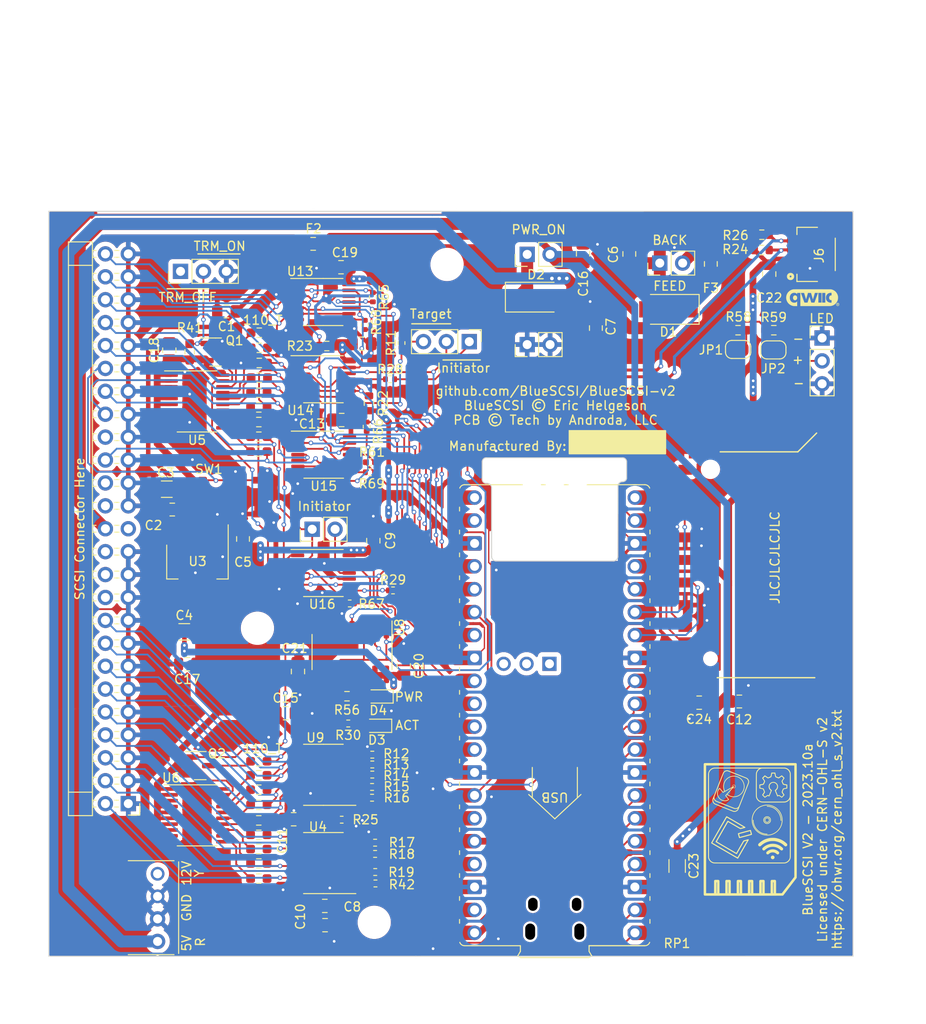
<source format=kicad_pcb>
(kicad_pcb (version 20240108) (generator "pcbnew") (generator_version "8.0")
  (layers (0 "F.Cu" signal) (31 "B.Cu" signal) (34 "B.Paste" user) (35 "F.Paste" user) (36 "B.SilkS" user "B.Silkscreen") (37 "F.SilkS" user "F.Silkscreen") (38 "B.Mask" user) (39 "F.Mask" user) (44 "Edge.Cuts" user))
  (net 0 "")
  (net 1 "GND")
  (net 2 "+2V8")
  (net 3 "+5V")
  (net 4 "iATN")
  (net 5 "oIO")
  (net 6 "oREQ")
  (net 7 "oSEL")
  (net 8 "oBSY")
  (net 9 "SD_CLK")
  (net 10 "oCD_iSEL")
  (net 11 "ATN")
  (net 12 "BSY")
  (net 13 "DBP")
  (net 14 "ACK")
  (net 15 "RST")
  (net 16 "MSG")
  (net 17 "SEL")
  (net 18 "CD")
  (net 19 "REQ")
  (net 20 "IO")
  (net 21 "DB7")
  (net 22 "DB6")
  (net 23 "DB5")
  (net 24 "DB4")
  (net 25 "DB3")
  (net 26 "DB2")
  (net 27 "DB1")
  (net 28 "DB0")
  (net 29 "+3V3")
  (net 30 "Net-(D3-Pad2)")
  (net 31 "+5VP")
  (net 32 "oMSG_iBSY")
  (net 33 "+5F")
  (net 34 "SD_CMD_MOSI")
  (net 35 "DB4T")
  (net 36 "DB5T")
  (net 37 "DB6T")
  (net 38 "DB7T")
  (net 39 "DBPT")
  (net 40 "DB0T")
  (net 41 "DB1T")
  (net 42 "DB3T")
  (net 43 "DB2T")
  (net 44 "SD_D0_MISO")
  (net 46 "DBPTr")
  (net 47 "Net-(D2-Pad2)")
  (net 51 "SD_D1")
  (net 52 "SD_D2")
  (net 58 "SD_D3_CS")
  (net 59 "iRST")
  (net 61 "iACK")
  (net 65 "Net-(J5-Pad2)")
  (net 66 "SCL")
  (net 67 "iSEL")
  (net 68 "TRM_ON_J")
  (net 69 "Net-(R12-Pad1)")
  (net 70 "Net-(R13-Pad1)")
  (net 71 "Net-(R14-Pad1)")
  (net 72 "Net-(R15-Pad1)")
  (net 73 "Net-(R16-Pad1)")
  (net 74 "Net-(R17-Pad1)")
  (net 75 "Net-(R18-Pad1)")
  (net 76 "Net-(R19-Pad1)")
  (net 77 "Net-(R42-Pad1)")
  (net 80 "Net-(JP1-Pad1)")
  (net 81 "Net-(JP1-Pad2)")
  (net 82 "Net-(D4-Pad2)")
  (net 83 "Net-(R56-Pad1)")
  (net 84 "Net-(U8-Pad11)")
  (net 85 "Net-(F3-Pad2)")
  (net 86 "Net-(C7-Pad1)")
  (net 87 "iBSY")
  (net 88 "iCD")
  (net 89 "iMSG")
  (net 90 "iIO")
  (net 91 "oACK")
  (net 92 "iREQ")
  (net 93 "SDA")
  (net 108 "Net-(J10-Pad1)")
  (net 109 "Net-(J10-Pad3)")
  (net 110 "!oBSY")
  (net 111 "Net-(R1-Pad1)")
  (net 112 "Net-(R2-Pad1)")
  (net 113 "Net-(Q1-Pad3)")
  (net 114 "Net-(R3-Pad1)")
  (net 115 "Net-(R4-Pad1)")
  (net 116 "Net-(R5-Pad1)")
  (net 117 "Net-(R7-Pad1)")
  (net 118 "Net-(R8-Pad1)")
  (net 119 "Net-(R9-Pad1)")
  (net 120 "Net-(R10-Pad1)")
  (net 121 "Net-(Q2-Pad3)")
  (net 122 "Net-(R33-Pad1)")
  (net 123 "Net-(R34-Pad1)")
  (net 124 "Net-(R36-Pad1)")
  (net 125 "Net-(R37-Pad1)")
  (net 126 "Net-(R38-Pad1)")
  (net 127 "Net-(R39-Pad1)")
  (net 128 "Net-(R40-Pad1)")
  (net 129 "Net-(R61-Pad1)")
  (net 130 "USB_DM")
  (net 131 "USB_DP")
  (net 132 "ACKDr")
  (net 133 "Net-(R30-Pad1)")
  (footprint "CustomFootprints:BergFloppy_RightAngle" (layer "F.Cu") (at 117.1895 141.0208 -90)
    (property "Reference" "J3" (hide yes))
    (property "Value" "BergFloppy")
  )
  (footprint "Capacitor_SMD:C_1206_3216Metric_Pad1.42x1.75mm_HandSolder" (layer "F.Cu") (at 113.0808 94.615 180)
    (property "Reference" "C3")
    (property "Value" "20uF")
  )
  (footprint "Capacitor_SMD:C_1206_3216Metric_Pad1.42x1.75mm_HandSolder" (layer "F.Cu") (at 115.0202 110.4392 180)
    (property "Reference" "C4")
    (property "Value" "20uF")
  )
  (footprint "Package_TO_SOT_SMD:SOT-223-3_TabPin2" (layer "F.Cu") (at 116.4844 102.6668 -90)
    (property "Reference" "U3")
    (property "Value" "AMS1117-2.85")
  )
  (footprint "Capacitor_SMD:C_0805_2012Metric_Pad1.15x1.40mm_HandSolder" (layer "F.Cu") (at 160.6804 76.7512 -90)
    (property "Reference" "C7")
    (property "Value" "4.7uF")
  )
  (footprint "Capacitor_SMD:C_0805_2012Metric_Pad1.15x1.40mm_HandSolder" (layer "F.Cu") (at 119.7031 74.9046 180)
    (property "Reference" "C1")
    (property "Value" "0.1uF")
  )
  (footprint "Capacitor_SMD:C_0805_2012Metric_Pad1.15x1.40mm_HandSolder" (layer "F.Cu") (at 113.6904 96.8756 180)
    (property "Reference" "C2")
    (property "Value" "0.1uF")
  )
  (footprint "Capacitor_SMD:C_0805_2012Metric_Pad1.15x1.40mm_HandSolder" (layer "F.Cu") (at 121.539 100.1358 90)
    (property "Reference" "C5")
    (property "Value" "0.1uF")
  )
  (footprint "Capacitor_SMD:C_0805_2012Metric_Pad1.15x1.40mm_HandSolder" (layer "F.Cu") (at 164.3888 68.5292 90)
    (property "Reference" "C6")
    (property "Value" "4.7uF")
  )
  (footprint "Capacitor_SMD:C_0805_2012Metric_Pad1.15x1.40mm_HandSolder" (layer "F.Cu") (at 176.5972 118.1608)
    (property "Reference" "C12")
    (property "Value" "4.7uF")
  )
  (footprint "CustomFootprints:SOFNG_SD-001" (layer "F.Cu") (at 162.97148 107.74578 90)
    (property "Reference" "SD1" (hide yes))
    (property "Value" "SOFNG_SD-001")
  )
  (footprint "Diode_SMD:D_SMA" (layer "F.Cu") (at 168.7322 74.676 180)
    (property "Reference" "D1")
    (property "Value" "D")
  )
  (footprint "Diode_SMD:D_SMA" (layer "F.Cu") (at 154.0444 73.3222)
    (property "Reference" "D2")
    (property "Value" "D")
  )
  (footprint "Connector_PinHeader_2.54mm:PinHeader_1x03_P2.54mm_Vertical" (layer "F.Cu") (at 114.6048 70.4596 90)
    (property "Reference" "J1" (hide yes))
    (property "Value" "Conn_01x03_Male")
  )
  (footprint "Resistor_SMD:R_0402_1005Metric_Pad0.72x0.64mm_HandSolder" (layer "F.Cu") (at 136.2279 138.3394 180)
    (property "Reference" "R42")
    (property "Value" "1k")
  )
  (footprint "Resistor_SMD:R_0603_1608Metric_Pad0.98x0.95mm_HandSolder" (layer "F.Cu") (at 133.0725 117.5766)
    (property "Reference" "R56")
    (property "Value" "4.7k")
  )
  (footprint "Jumper:SolderJumper-2_P1.3mm_Open_RoundedPad1.0x1.5mm" (layer "F.Cu") (at 180.3635 79.1718)
    (property "Reference" "JP2")
    (property "Value" "SolderJumper_2_Open")
  )
  (footprint "Resistor_SMD:R_0402_1005Metric" (layer "F.Cu") (at 135.255 87.6808 90)
    (property "Reference" "R66")
    (property "Value" "1k")
  )
  (footprint "Resistor_SMD:R_0402_1005Metric_Pad0.72x0.64mm_HandSolder" (layer "F.Cu") (at 133.2097 120.5992)
    (property "Reference" "R30")
    (property "Value" "470" (hide yes))
  )
  (footprint "Package_TO_SOT_SMD:SOT-23" (layer "F.Cu") (at 118.4887 79.4106)
    (property "Reference" "Q1")
    (property "Value" "AO3401A")
  )
  (footprint "Resistor_SMD:R_0603_1608Metric_Pad0.98x0.95mm_HandSolder" (layer "F.Cu") (at 123.2878 132.9436)
    (property "Reference" "R39" (hide yes))
    (property "Value" "110")
  )
  (footprint "Capacitor_SMD:C_0805_2012Metric" (layer "F.Cu") (at 115.3504 114.0206 180)
    (property "Reference" "C17")
    (property "Value" "0.1uF")
  )
  (footprint "Resistor_SMD:R_0402_1005Metric_Pad0.72x0.64mm_HandSolder" (layer "F.Cu") (at 135.8525 128.8288 180)
    (property "Reference" "R16")
    (property "Value" "1k")
  )
  (footprint "Resistor_SMD:R_0603_1608Metric_Pad0.98x0.95mm_HandSolder" (layer "F.Cu") (at 123.2916 87.1728)
    (property "Reference" "R4" (hide yes))
    (property "Value" "110")
  )
  (footprint "Resistor_SMD:R_0603_1608Metric" (layer "F.Cu") (at 179.0832 68.0974 180)
    (property "Reference" "R24")
    (property "Value" "4.7k")
  )
  (footprint "Resistor_SMD:R_0402_1005Metric" (layer "F.Cu") (at 133.3734 107.2896 180)
    (property "Reference" "R67")
    (property "Value" "1k")
  )
  (footprint "Connector_PinHeader_2.54mm:PinHeader_2x25_P2.54mm_Horizontal" (layer "F.Cu") (at 108.8136 129.4842 180)
    (property "Reference" "J2" (hide yes))
    (property "Value" "Conn_02x25_Odd_Even")
  )
  (footprint "Capacitor_SMD:C_0805_2012Metric_Pad1.18x1.45mm_HandSolder" (layer "F.Cu") (at 159.258 68.4999 90)
    (property "Reference" "C16")
    (property "Value" "4.7uF")
  )
  (footprint "Resistor_SMD:R_0603_1608Metric_Pad0.98x0.95mm_HandSolder" (layer "F.Cu") (at 123.2878 127.9398)
    (property "Reference" "R33" (hide yes))
    (property "Value" "110")
  )
  (footprint "Package_SO:TSSOP-20_4.4x6.5mm_P0.65mm" (layer "F.Cu") (at 116.4355 84.8868)
    (property "Reference" "U5")
    (property "Value" "LVT245")
  )
  (footprint "Resistor_SMD:R_0603_1608Metric_Pad0.98x0.95mm_HandSolder" (layer "F.Cu") (at 123.2916 137.795)
    (property "Reference" "R36" (hide yes))
    (property "Value" "110")
  )
  (footprint "Resistor_SMD:R_0603_1608Metric_Pad0.98x0.95mm_HandSolder" (layer "F.Cu") (at 123.2916 85.5472)
    (property "Reference" "R5" (hide yes))
    (property "Value" "110")
  )
  (footprint "Package_SO:TSSOP-14_4.4x5mm_P0.65mm" (layer "F.Cu") (at 130.4544 82.423)
    (property "Reference" "U14")
    (property "Value" "LVT125")
  )
  (footprint "Resistor_SMD:R_0603_1608Metric_Pad0.98x0.95mm_HandSolder" (layer "F.Cu") (at 123.2897 124.7902)
    (property "Reference" "R35" (hide yes))
    (property "Value" "110")
  )
  (footprint "Resistor_SMD:R_0603_1608Metric_Pad0.98x0.95mm_HandSolder" (layer "F.Cu") (at 123.2916 129.6162)
    (property "Reference" "R1" (hide yes))
    (property "Value" "110")
  )
  (footprint "Capacitor_SMD:C_0805_2012Metric_Pad1.18x1.45mm_HandSolder" (layer "F.Cu") (at 130.6106 140.8286)
    (property "Reference" "C8")
    (property "Value" "0.1uF")
  )
  (footprint "Resistor_SMD:R_0603_1608Metric_Pad0.98x0.95mm_HandSolder" (layer "F.Cu") (at 123.2916 134.5184)
    (property "Reference" "R38" (hide yes))
    (property "Value" "110")
  )
  (footprint "Connector_PinHeader_2.54mm:PinHeader_1x03_P2.54mm_Vertical" (layer "F.Cu") (at 185.7756 77.851)
    (property "Reference" "J5" (hide yes))
    (property "Value" "Conn_01x03_Male")
  )
  (footprint "Connector_PinHeader_2.54mm:PinHeader_1x02_P2.54mm_Vertical" (layer "F.Cu") (at 129.2098 99.06 90)
    (property "Reference" "J11" (hide yes))
    (property "Value" "ACK_En")
  )
  (footprint "Resistor_SMD:R_0402_1005Metric_Pad0.72x0.64mm_HandSolder" (layer "F.Cu") (at 136.1904 133.8182 180)
    (property "Reference" "R17")
    (property "Value" "1k")
  )
  (footprint "Resistor_SMD:R_0603_1608Metric_Pad0.98x0.95mm_HandSolder" (layer "F.Cu") (at 123.3443 82.2452)
    (property "Reference" "R9" (hide yes))
    (property "Value" "110")
  )
  (footprint "Resistor_SMD:R_0402_1005Metric_Pad0.72x0.64mm_HandSolder" (layer "F.Cu") (at 135.8779 125.1458 180)
    (property "Reference" "R13")
    (property "Value" "1k")
  )
  (footprint "Fuse:Fuse_0805_2012Metric_Pad1.15x1.40mm_HandSolder" (layer "F.Cu") (at 173.4312 69.6378 90)
    (property "Reference" "F3")
    (property "Value" "Polyfuse")
  )
  (footprint "Resistor_SMD:R_0603_1608Metric_Pad0.98x0.95mm_HandSolder" (layer "F.Cu") (at 123.2859 131.3434)
    (property "Reference" "R40" (hide yes))
    (property "Value" "110")
  )
  (footprint "Resistor_SMD:R_0603_1608Metric_Pad0.98x0.95mm_HandSolder" (layer "F.Cu") (at 180.4162 76.9874)
    (property "Reference" "R59")
    (property "Value" "330")
  )
  (footprint "Package_SO:TSSOP-20_4.4x6.5mm_P0.65mm" (layer "F.Cu") (at 130.4544 136.0788 180)
    (property "Reference" "U4")
    (property "Value" "LVT245")
  )
  (footprint "Resistor_SMD:R_0402_1005Metric_Pad0.72x0.64mm_HandSolder" (layer "F.Cu") (at 136.1904 135.0628 180)
    (property "Reference" "R18")
    (property "Value" "1k")
  )
  (footprint "LOGO" (layer "F.Cu") (at 177.8 132.334)
    (property "Reference" "G***" (hide yes))
    (property "Value" "LOGO" (hide yes))
  )
  (footprint "Package_SO:TSSOP-20_4.4x6.5mm_P0.65mm" (layer "F.Cu") (at 116.4355 130.7846)
    (property "Reference" "U6")
    (property "Value" "LVT245")
  )
  (footprint "Package_SO:TSSOP-14_4.4x5mm_P0.65mm" (layer "F.Cu") (at 130.427 73.8632)
    (property "Reference" "U13")
    (property "Value" "LVT125")
  )
  (footprint "Capacitor_SMD:C_0805_2012Metric_Pad1.18x1.45mm_HandSolder" (layer "F.Cu") (at 126.2673 119.4562)
    (property "Reference" "C15")
    (property "Value" "4.7uF")
  )
  (footprint "Capacitor_SMD:C_0805_2012Metric_Pad1.18x1.45mm_HandSolder" (layer "F.Cu") (at 132.4102 70.0024)
    (property "Reference" "C19")
    (property "Value" "0.1uF")
  )
  (footprint "Resistor_SMD:R_0402_1005Metric" (layer "F.Cu") (at 139.1158 78.4098 90)
    (property "Reference" "R11")
    (property "Value" "1k")
  )
  (footprint "Connector_PinHeader_2.54mm:PinHeader_1x02_P2.54mm_Vertical" (layer "F.Cu") (at 153.0604 78.58 90)
    (property "Reference" "J9" (hide yes))
    (property "Value" "Conn_01x02_Male")
  )
  (footprint "Capacitor_SMD:C_0805_2012Metric_Pad1.18x1.45mm_HandSolder" (layer "F.Cu") (at 134.7157 78.486 180)
    (property "Reference" "C14" (hide yes))
    (property "Value" "0.1uF")
  )
  (footprint "Resistor_SMD:R_0402_1005Metric" (layer "F.Cu") (at 135.6204 92.7452 180)
    (property "Reference" "R69")
    (property "Value" "1k")
  )
  (footprint "Package_SO:TSSOP-14_4.4x5mm_P0.65mm" (layer "F.Cu") (at 130.4544 103.9114)
    (property "Reference" "U16")
    (property "Value" "LVT125")
  )
  (footprint "Capacitor_SMD:C_0805_2012Metric_Pad1.18x1.45mm_HandSolder" (layer "F.Cu") (at 139.3698 114.2238 -90)
    (property "Reference" "C20")
    (property "Value" "0.1uF")
  )
  (footprint "MountingHole:MountingHole_3.2mm_M3" (layer "F.Cu") (at 136.0932 142.6464)
    (property "Reference" "H3" (hide yes))
    (property "Value" "MountingHole")
  )
  (footprint "Package_TO_SOT_SMD:SOT-23" (layer "F.Cu") (at 116.7911 125.2728)
    (property "Reference" "Q2")
    (property "Value" "AO3401A")
  )
  (footprint "Resistor_SMD:R_0603_1608Metric_Pad0.98x0.95mm_HandSolder" (layer "F.Cu") (at 123.2935 88.7984)
    (property "Reference" "R3" (hide yes))
    (property "Value" "110")
  )
  (footprint "Resistor_SMD:R_0402_1005Metric_Pad0.72x0.64mm_HandSolder" (layer "F.Cu") (at 135.8525 127.635 180)
    (property "Reference" "R15")
    (property "Value" "1k")
  )
  (footprint "MountingHole:MountingHole_3.2mm_M3" (layer "F.Cu") (at 123.2408 110.0836)
    (property "Reference" "H1" (hide yes))
    (property "Value" "MountingHole" (hide yes))
  )
  (footprint "Capacitor_SMD:C_1206_3216Metric" (layer "F.Cu") (at 169.6974 136.3998 -90)
    (property "Reference" "C23")
    (property "Value" "20uF")
  )
  (footprint "Jumper:SolderJumper-2_P1.3mm_Open_RoundedPad1.0x1.5mm" (layer "F.Cu") (at 176.4623 79.121 180)
    (property "Reference" "JP1")
    (property "Value" "SolderJumper_2_Open")
  )
  (footprint "Capacitor_SMD:C_0805_2012Metric_Pad1.18x1.45mm_HandSolder" (layer "F.Cu") (at 179.9082 70.7605 90)
    (property "Reference" "C22")
    (property "Value" "0.1uF")
  )
  (footprint "Resistor_SMD:R_0603_1608Metric" (layer "F.Cu") (at 135.509 85.09 -90)
    (property "Reference" "R22")
    (property "Value" "4.7k")
  )
  (footprint "Resistor_SMD:R_0603_1608Metric_Pad0.98x0.95mm_HandSolder" (layer "F.Cu") (at 123.3424 78.9432)
    (property "Reference" "R7" (hide yes))
    (property "Value" "110")
  )
  (footprint "Connector_PinHeader_2.54mm:PinHeader_1x02_P2.54mm_Vertical" (layer "F.Cu") (at 153.0604 68.58 90)
    (property "Reference" "J8" (hide yes))
    (property "Value" "EPWR")
  )
  (footprint "Resistor_SMD:R_0603_1608Metric_Pad0.98x0.95mm_HandSolder" (layer "F.Cu") (at 123.3443 80.6196)
    (property "Reference" "R8" (hide yes))
    (property "Value" "110")
  )
  (footprint "Resistor_SMD:R_0603_1608Metric_Pad0.98x0.95mm_HandSolder" (layer "F.Cu") (at 123.2897 90.4494)
    (property "Reference" "R2" (hide yes))
    (property "Value" "110")
  )
  (footprint "Capacitor_SMD:C_0805_2012Metric" (layer "F.Cu") (at 113.3621 79.2124 90)
    (property "Reference" "C18")
    (property "Value" "0.1uF")
  )
  (footprint "Resistor_SMD:R_0402_1005Metric_Pad0.72x0.64mm_HandSolder" (layer "F.Cu") (at 135.8779 124.0536 180)
    (property "Reference" "R12")
    (property "Value" "1k")
  )
  (footprint "Resistor_SMD:R_0402_1005Metric" (layer "F.Cu") (at 132.4864 131.2672 180)
    (property "Reference" "R25")
    (property "Value" "1k")
  )
  (footprint "Resistor_SMD:R_0402_1005Metric_Pad0.72x0.64mm_HandSolder" (layer "F.Cu") (at 136.2025 137.0694 180)
    (property "Reference" "R19")
    (property "Value" "1k")
  )
  (footprint "Capacitor_SMD:C_0805_2012Metric_Pad1.18x1.45mm_HandSolder" (layer "F.Cu") (at 130.6399 142.9622)
    (property "Reference" "C10")
    (property "Value" "4.7uF")
  )
  (footprint "Package_SO:TSSOP-14_4.4x5mm_P0.65mm" (layer "F.Cu") (at 130.4896 90.7894)
    (property "Reference" "U15")
    (property "Value" "LVT125")
  )
  (footprint "LED_SMD:LED_0603_1608Metric_Pad1.05x0.95mm_HandSolder" (layer "F.Cu") (at 136.5364 117.602 180)
    (property "Reference" "D4")
    (property "Value" "LED")
  )
  (footprint "Capacitor_SMD:C_0805_2012Metric_Pad1.18x1.45mm_HandSolder" (layer "F.Cu") (at 135.9916 100.33 -90)
    (property "Reference" "C9")
    (property "Value" "0.1uF")
  )
  (footprint "Resistor_SMD:R_0402_1005Metric" (layer "F.Cu") (at 135.0518 76.4032 90)
    (property "Reference" "R68")
    (property "Value" "1k")
  )
  (footprint "Resistor_SMD:R_0603_1608Metric_Pad0.98x0.95mm_HandSolder" (layer "F.Cu") (at 123.2935 83.9216)
    (property "Reference" "R10" (hide yes))
    (property "Value" "110")
  )
  (footprint "Resistor_SMD:R_0603_1608Metric_Pad0.98x0.95mm_HandSolder" (layer "F.Cu") (at 123.2897 126.3396)
    (property "Reference" "R34" (hide yes))
    (property "Value" "110")
  )
  (footprint "LED_SMD:LED_0603_1608Metric_Pad1.05x0.95mm_HandSolder" (layer "F.Cu") (at 136.3726 120.8532 180)
    (property "Reference" "D3")
    (property "Value" "LED")
  )
  (footprint "Resistor_SMD:R_0402_1005Metric" (layer "F.Cu") (at 135.9408 73.3318 90)
    (property "Reference" "R65")
    (property "Value" "1k")
  )
  (footprint "Connector_PinHeader_2.54mm:PinHeader_1x02_P2.54mm_Vertical" (layer "F.Cu") (at 167.767 69.5452 90)
    (property "Reference" "J7" (hide yes))
    (property "Value" "TERM_BCKF")
  )
  (footprint "Resistor_SMD:R_0603_1608Metric_Pad0.98x0.95mm_HandSolder" (layer "F.Cu") (at 123.2916 136.1186)
    (property "Reference" "R37" (hide yes))
    (property "Value" "110")
  )
  (footprint "Library:TS-1187A-B-A-B" (layer "F.Cu") (at 119.9896 95.2754 180)
    (property "Reference" "SW1")
    (property "Value" "SW_MEC_5E" (hide yes))
  )
  (footprint "Fuse:Fuse_0805_2012Metric_Pad1.15x1.40mm_HandSolder" (layer "F.Cu") (at 129.3204 67.4116 180)
    (property "Reference" "F2")
    (property "Value" "Polyfuse")
  )
  (footprint "Connector_PinHeader_2.54mm:PinHeader_1x03_P2.54mm_Vertical" (layer "F.Cu") (at 146.6342 78.2574 -90)
    (property "Reference" "J10" (hide yes))
    (property "Value" "Conn_01x03_Male")
  )
  (footprint "Resistor_SMD:R_0603_1608Metric_Pad0.98x0.95mm_HandSolder" (layer "F.Cu") (at 115.6208 79.3985 -90)
    (property "Reference" "R41")
    (property "Value" "4.7k")
  )
  (footprint "Capacitor_SMD:C_0805_2012Metric_Pad1.18x1.45mm_HandSolder" (layer "F.Cu") (at 172.1397 118.2878 180)
    (property "Reference" "C24")
    (property "Value" "0.1uF")
  )
  (footprint "Package_SO:SO-14_3.9x8.65mm_P1.27mm" (layer "F.Cu") (at 133.6294 112.6744 -90)
    (property "Reference" "U8")
    (property "Value" "74HC14")
  )
  (footprint "Resistor_SMD:R_0603_1608Metric" (layer "F.Cu") (at 130.8354 78.74)
    (property "Reference" "R23")
    (property "Value" "4.7k")
  )
  (footprint "Library:JST_SM04B-SRSS-TB(LF)(SN)" (layer "F.Cu") (at 182.658 68.58 90)
    (property "Reference" "J6")
    (property "Value" "SM04B-SRSS-TB(LF)(SN)")
  )
  (footprint "Resistor_SMD:R_0603_1608Metric" (layer "F.Cu") (at 179.0832 66.3956)
    (property "Reference" "R26")
    (property "Value" "4.7k")
  )
  (footprint "Resistor_SMD:R_0402_1005Metric" (layer "F.Cu") (at 138.178 105.8418)
    (property "Reference" "R29")
    (property "Value" "1k")
  )
  (footprint "Resistor_SMD:R_0402_1005Metric_Pad0.72x0.64mm_HandSolder" (layer "F.Cu") (at 135.8779 126.2634 180)
    (property "Reference" "R14")
    (property "Value" "1k")
  )
  (footprint "Library:Raspberry_Pi_PicoW_SMT_THT" (layer "F.Cu") (at 156.125938 119.7708 180)
    (property "Reference" "RP1")
    (property "Value" "PicoWModule")
    (fp_line (start 7.01 17.69) (end 7.01 25.3) (stroke (width 0.1)) (layer "Edge.Cuts"))
    (fp_line (start -6.49 17.19) (end 6.51 17.19) (stroke (width 0.1)) (layer "Edge.Cuts"))
    (fp_line (start -7 25.39) (end -6.99 17.69) (stroke (width 0.1)) (layer "Edge.Cuts"))
    (fp_arc (start 7.61 25.81) (mid 7.192078 25.693732) (end 7.01 25.3) (stroke (width 0.1)) (layer "Edge.Cuts"))
    (fp_arc (start 6.51 17.19) (mid 6.863553 17.336447) (end 7.01 17.69) (stroke (width 0.1)) (layer "Edge.Cuts"))
    (fp_arc (start -6.99 17.69) (mid -6.843553 17.336447) (end -6.49 17.19) (stroke (width 0.1)) (layer "Edge.Cuts"))
    (fp_arc (start -7 25.39) (mid -7.116269 25.807922) (end -7.51 25.99) (stroke (width 0.1)) (layer "Edge.Cuts"))
  )
  (footprint "Package_SO:TSSOP-20_4.4x6.5mm_P0.65mm" (layer "F.Cu") (at 130.4544 126.2888 180)
    (property "Reference" "U9")
    (property "Value" "LVT245")
  )
  (footprint "LOGO" (layer "F.Cu") (at 184.688941 73.327745)
    (property "Reference" "G***" (hide yes))
    (property "Value" "LOGO" (hide yes))
  )
  (footprint "Resistor_SMD:R_0603_1608Metric_Pad0.98x0.95mm_HandSolder" (layer "F.Cu") (at 176.45 76.9874 180)
    (property "Reference" "R58")
    (property "Value" "150")
  )
  (footprint "Resistor_SMD:R_0603_1608Metric_Pad0.98x0.95mm_HandSolder" (layer "F.Cu") (at 123.3424 77.2668)
    (property "Reference" "R6" (hide yes))
    (property "Value" "110")
  )
  (footprint "Resistor_SMD:R_0402_1005Metric" (layer "F.Cu") (at 137.8458 82.423)
    (property "Reference" "R28")
    (property "Value" "1k")
  )
  (footprint "Resistor_SMD:R_0402_1005Metric" (layer "F.Cu") (at 135.6204 91.6276)
    (property "Reference" "R61")
    (property "Value" "1k")
  )
  (footprint "Capacitor_SMD:C_0805_2012Metric_Pad1.18x1.45mm_HandSolder" (layer "F.Cu") (at 127.1563 131.2164 180)
    (property "Reference" "C11")
    (property "Value" "0.1uF")
  )
  (footprint "Capacitor_SMD:C_0805_2012Metric_Pad1.18x1.45mm_HandSolder" (layer "F.Cu") (at 127.635 114.8334 -90)
    (property "Reference" "C21")
    (property "Value" "4.7uF")
  )
  (footprint "Capacitor_SMD:C_0805_2012Metric_Pad1.18x1.45mm_HandSolder" (layer "F.Cu") (at 132.4825 86.9442)
    (property "Reference" "C13")
    (property "Value" "0.1uF")
  )
  (footprint "MountingHole:MountingHole_3.2mm_M3" (layer "F.Cu") (at 144.1704 69.6976)
    (property "Reference" "H2" (hide yes))
    (property "Value" "MountingHole")
  )
  (gr_rect (start 157.734 88.138) (end 168.402 90.678) (stroke (width 0.15)) (fill solid) (layer "F.SilkS"))
  (gr_line (start 140.2611 76.2762) (end 144.5664 76.2762) (stroke (width 0.15)) (layer "F.SilkS"))
  (gr_line (start 174.4726 90.4748) (end 183.0832 90.4748) (stroke (width 0.15)) (layer "F.SilkS"))
  (gr_line (start 174.1424 115.5192) (end 184.9628 115.5192) (stroke (width 0.15)) (layer "F.SilkS"))
  (gr_line (start 143.7282 80.2894) (end 147.8557 80.2894) (stroke (width 0.15)) (layer "F.SilkS"))
  (gr_line (start 183.0832 90.4748) (end 185.166 88.392) (stroke (width 0.15)) (layer "F.SilkS"))
  (gr_line (start 113.12398 72.39) (end 117.729 72.39) (stroke (width 0.15)) (layer "F.SilkS"))
  (gr_line (start 116.53774 68.5292) (end 121.20626 68.5292) (stroke (width 0.15)) (layer "F.SilkS"))
  (gr_arc (start 148.074138 91.5768) (mid 148.204799 91.256386) (end 148.527313 91.130997) (stroke (width 0.1)) (layer "Edge.Cuts"))
  (gr_arc (start 148.515938 93.9608) (mid 148.195524 93.830139) (end 148.070135 93.507625) (stroke (width 0.1)) (layer "Edge.Cuts"))
  (gr_line (start 129.355 63.8) (end 189.2046 63.8048) (stroke (width 0.1)) (layer "Edge.Cuts"))
  (gr_line (start 189.2046 146.4056) (end 189.2046 63.8048) (stroke (width 0.1)) (layer "Edge.Cuts"))
  (gr_line (start 148.070135 93.507625) (end 148.074138 91.5768) (stroke (width 0.1)) (layer "Edge.Cuts"))
  (gr_line (start 100 146.41) (end 140.716 146.41) (stroke (width 0.1)) (layer "Edge.Cuts"))
  (gr_line (start 163.644338 91.130997) (end 148.527313 91.130997) (stroke (width 0.1)) (layer "Edge.Cuts"))
  (gr_arc (start 164.089113 93.431) (mid 163.92569 93.687736) (end 163.635938 93.7808) (stroke (width 0.1)) (layer "Edge.Cuts"))
  (gr_arc (start 163.644338 91.130997) (mid 163.964753 91.261658) (end 164.090141 91.584172) (stroke (width 0.1)) (layer "Edge.Cuts"))
  (gr_line (start 189.2046 146.4056) (end 140.716 146.41) (stroke (width 0.1)) (layer "Edge.Cuts"))
  (gr_line (start 129.355 63.8) (end 100 63.8) (stroke (width 0.1)) (layer "Edge.Cuts"))
  (gr_line (start 164.089113 93.431) (end 164.090141 91.584172) (stroke (width 0.1)) (layer "Edge.Cuts"))
  (gr_line (start 100 63.8) (end 100 146.41) (stroke (width 0.1)) (layer "Edge.Cuts"))
  (gr_text "TRM_ON" (at 118.9482 67.66814 0) (layer "F.SilkS") (effects (font (size 1 1))))
  (gr_text "BACK" (at 168.8896 67.0052 0) (layer "F.SilkS") (effects (font (size 1 1))))
  (gr_text "+" (at 183.0832 80.249 0) (layer "F.SilkS") (effects (font (size 1 1))))
  (gr_text "PWR" (at 139.954 117.6528 0) (layer "F.SilkS") (effects (font (size 1 1))))
  (gr_text "PWR_ON" (at 154.3304 65.8368 0) (layer "F.SilkS") (effects (font (size 1 1))))
  (gr_text "Initiator" (at 145.9888 81.1784 0) (layer "F.SilkS") (effects (font (size 1 1))))
  (gr_text "github.com/BlueSCSI/BlueSCSI-v2\nBlueSCSI © Eric Helgeson\nPCB © Tech by Androda, LLC\n" (at 156.21 85.344 0) (layer "F.SilkS") (effects (font (size 1 1))))
  (gr_text "JLCJLCJLCJLC" (at 180.5432 102.2096 90) (layer "F.SilkS") (effects (font (size 1 1))))
  (gr_text "LED" (at 185.7248 75.692 0) (layer "F.SilkS") (effects (font (size 1 1))))
  (gr_text "ACT" (at 139.7508 120.8024 0) (layer "F.SilkS") (effects (font (size 1 1))))
  (gr_text "110_T" (at 123.7234 123.3932 0) (layer "F.SilkS") (effects (font (size 1 1))))
  (gr_text "FEED" (at 168.8896 72.0852 0) (layer "F.SilkS") (effects (font (size 1 1))))
  (gr_text "-" (at 183.1848 82.8398 0) (layer "F.SilkS") (effects (font (size 1 1))))
  (gr_text "110_T" (at 123.7234 75.8698 0) (layer "F.SilkS") (effects (font (size 1 1))))
  (gr_text "BlueSCSI V2 - 2023.10a\nLicensed under CERN-OHL-S v2\nhttps://ohwr.org/cern_ohl_s_v2.txt" (at 188.007287 132.361082 90) (layer "F.SilkS") (effects (font (size 1 1)) (justify bottom)))
  (gr_text "SCSI Connector Here" (at 103.4288 99.0092 90) (layer "F.SilkS") (effects (font (size 1 1))))
  (gr_text "Target" (at 142.3566 75.184 0) (layer "F.SilkS") (effects (font (size 1 1))))
  (gr_text "Manufactured By:" (at 144.272 90.424 0) (layer "F.SilkS") (effects (font (size 1 1)) (justify left bottom)))
  (gr_text "Initiator" (at 130.561 96.52 0) (layer "F.SilkS") (effects (font (size 1 1))))
  (gr_text "-" (at 183.134 77.9122 0) (layer "F.SilkS") (effects (font (size 1 1))))
  (gr_text "TRM_OFF" (at 115.3922 73.34758 0) (layer "F.SilkS") (effects (font (size 1 1))))
  (segment (start 163.50628 94.442006) (end 164.813543 93.134743) (width 0.15) (layer "F.Cu") (net 1))
  (segment (start 139.7762 97.6884) (end 139.7762 102.5438) (width 0.25) (layer "F.Cu") (net 1))
  (segment (start 142.621 127.8382) (end 142.6718 127.889) (width 0.4) (layer "F.Cu") (net 1))
  (segment (start 137.9474 123.1646) (end 140.843 126.0602) (width 0.4) (layer "F.Cu") (net 1))
  (segment (start 139.7508 93.283927) (end 140.174353 93.70748) (width 0.2) (layer "F.Cu") (net 1))
  (segment (start 142.4686 106.740341) (end 145.253059 109.5248) (width 0.33) (layer "F.Cu") (net 1))
  (segment (start 139.9794 89.0016) (end 139.9794 88.519) (width 0.2) (layer "F.Cu") (net 1))
  (segment (start 169.07918 99.96578) (end 170.59148 99.96578) (width 0.5) (layer "F.Cu") (net 1))
  (segment (start 137.0838 95.0976) (end 136.8298 95.0976) (width 0.5) (layer "F.Cu") (net 1))
  (segment (start 107.12 66.79) (end 107 66.91) (width 0.2) (layer "F.Cu") (net 1))
  (segment (start 127.3048 120.269) (end 128.016 120.9802) (width 0.4) (layer "F.Cu") (net 1))
  (segment (start 126.1188 132.2754) (end 126.111 132.2832) (width 0.4) (layer "F.Cu") (net 1))
  (segment (start 135.7532 78.486) (end 135.4328 78.486) (width 0.4) (layer "F.Cu") (net 1))
  (segment (start 143.274999 146.221399) (end 167.008601 146.221399) (width 0.2) (layer "F.Cu") (net 1))
  (segment (start 130.556 102.9716) (end 130.556 102.8446) (width 0.25) (layer "F.Cu") (net 1))
  (segment (start 139.3698 113.1863) (end 139.3698 111.7346) (width 0.2) (layer "F.Cu") (net 1))
  (segment (start 140.174353 93.70748) (end 140.72288 93.70748) (width 0.2) (layer "F.Cu") (net 1))
  (segment (start 163.4998 109.5248) (end 167.5892 109.5248) (width 0.33) (layer "F.Cu") (net 1))
  (segment (start 126.193 105.8614) (end 126.1872 105.8672) (width 0.2) (layer "F.Cu") (net 1))
  (segment (start 167.8432 109.2454) (end 167.8432 110.3632) (width 0.33) (layer "F.Cu") (net 1))
  (segment (start 104.8 67.87) (end 104.8 91.35) (width 0.2) (layer "F.Cu") (net 1))
  (segment (start 129.667 121.7676) (end 129.6924 121.793) (width 0.2) (layer "F.Cu") (net 1))
  (segment (start 168.69002 99.96578) (end 169.07918 99.96578) (width 0.5) (layer "F.Cu") (net 1))
  (segment (start 126.354111 129.982689) (end 126.354111 130.262089) (width 0.4) (layer "F.Cu") (net 1))
  (segment (start 108.8136 109.1642) (end 108.8136 107.92) (width 0.2) (layer "F.Cu") (net 1))
  (segment (start 132.1458 104.5614) (end 130.556 102.9716) (width 0.25) (layer "F.Cu") (net 1))
  (segment (start 108.8136 67.1336) (end 108.47 66.79) (width 0.2) (layer "F.Cu") (net 1))
  (segment (start 127.5919 128.5638) (end 126.625228 128.5638) (width 0.4) (layer "F.Cu") (net 1))
  (segment (start 165.005938 100.6308) (end 164.0078 101.628938) (width 0.33) (layer "F.Cu") (net 1))
  (segment (start 167.5384 106.9594) (end 163.9824 106.9594) (width 0.33) (layer "F.Cu") (net 1))
  (segment (start 126.354111 130.262089) (end 127.1778 130.2512) (width 0.4) (layer "F.Cu") (net 1))
  (segment (start 141.0208 94.0054) (end 141.7574 94.0054) (width 0.2) (layer "F.Cu") (net 1))
  (segment (start 133.3169 123.3638) (end 133.5161 123.1646) (width 0.4) (layer "F.Cu") (net 1))
  (segment (start 165.71 64.17) (end 105.13 64.17) (width 0.2) (layer "F.Cu") (net 1))
  (segment (start 129.6924 121.793) (end 131.0894 121.793) (width 0.2) (layer "F.Cu") (net 1))
  (segment (start 167.5892 109.4994) (end 167.8432 109.2454) (width 0.33) (layer "F.Cu") (net 1))
  (segment (start 139.8016 95.758) (end 139.954 95.6056) (width 0.15) (layer "F.Cu") (net 1))
  (segment (start 147.066 109.5248) (end 147.828 109.5248) (width 0.33) (layer "F.Cu") (net 1))
  (segment (start 131.1656 127.0508) (end 131.3434 127.2286) (width 0.4) (layer "F.Cu") (net 1))
  (segment (start 166.86 64.46) (end 166.57 64.17) (width 0.2) (layer "F.Cu") (net 1))
  (segment (start 164.846 93.102286) (end 164.846 92.6338) (width 0.15) (layer "F.Cu") (net 1))
  (segment (start 126.625228 128.5638) (end 126.349914 128.839114) (width 0.4) (layer "F.Cu") (net 1))
  (segment (start 129.036 92.7394) (end 129.1336 92.837) (width 0.2) (layer "F.Cu") (net 1))
  (segment (start 126.3142 138.3538) (end 126.1364 138.5316) (width 0.4) (layer "F.Cu") (net 1))
  (segment (start 138.5062 87.0458) (end 138.5062 86.5124) (width 0.2) (layer "F.Cu") (net 1))
  (segment (start 139.8016 97.663) (end 139.8016 95.758) (width 0.15) (layer "F.Cu") (net 1))
  (segment (start 142.4686 100.4316) (end 142.426689 100.389689) (width 0.15) (layer "F.Cu") (net 1))
  (segment (start 108.8136 107.92) (end 103.1 107.92) (width 0.2) (layer "F.Cu") (net 1))
  (segment (start 127.5919 138.3538) (end 126.3142 138.3538) (width 0.4) (layer "F.Cu") (net 1))
  (segment (start 118.6781 74.9046) (end 118.6781 73.4983) (width 0.5) (layer "F.Cu") (net 1))
  (segment (start 142.426689 98.974911) (end 142.7607 98.6409) (width 0.15) (layer "F.Cu") (net 1))
  (segment (start 139.9794 88.519) (end 139.5222 88.0618) (width 0.2) (layer "F.Cu") (net 1))
  (segment (start 162.6616 113.3602) (end 162.6616 113.9444) (width 0.33) (layer "F.Cu") (net 1))
  (segment (start 139.9794 92.1512) (end 139.9794 89.0016) (width 0.2) (layer "F.Cu") (net 1))
  (segment (start 142.426689 100.389689) (end 142.426689 98.974911) (width 0.15) (layer "F.Cu") (net 1))
  (segment (start 165.005938 100.6308) (end 168.007138 100.6308) (width 0.5) (layer "F.Cu") (net 1))
  (segment (start 163.322219 102.869781) (end 162.941 103.251) (width 0.33) (layer "F.Cu") (net 1))
  (segment (start 167.6908 107.1118) (end 167.5384 106.9594) (width 0.33) (layer "F.Cu") (net 1))
  (segment (start 104.8 91.84) (end 105.45 92.49) (width 0.2) (layer "F.Cu") (net 1))
  (segment (start 142.7607 98.4123) (end 139.954 95.6056) (width 0.2) (layer "F.Cu") (net 1))
  (segment (start 113.573 87.8118) (end 115.947 87.8118) (width 0.4) (layer "F.Cu") (net 1))
  (segment (start 147.225938 100.6308) (end 144.9792 100.6308) (width 0.2) (layer "F.Cu") (net 1))
  (segment (start 142.071489 94.065489) (end 142.4178 94.4118) (width 0.2) (layer "F.Cu") (net 1))
  (segment (start 169.3926 67.626084) (end 169.33 67.563484) (width 0.2) (layer "F.Cu") (net 1))
  (segment (start 127.5919 105.8614) (end 128.7722 105.8614) (width 0.2) (layer "F.Cu") (net 1))
  (segment (start 129.032 118.9736) (end 129.032 113.1062) (width 0.4) (layer "F.Cu") (net 1))
  (segment (start 148.7932 102.743) (end 148.7932 95.0976) (width 0.15) (layer "F.Cu") (net 1))
  (segment (start 169.33 67.563484) (end 169.33 65.64) (width 0.2) (layer "F.Cu") (net 1))
  (segment (start 125.4506 138.3538) (end 125.1458 138.6586) (width 0.4) (layer "F.Cu") (net 1))
  (segment (start 133.8834 76.9366) (end 133.8834 76.8096) (width 0.4) (layer "F.Cu") (net 1))
  (segment (start 148.7932 95.0976) (end 147.447 93.7514) (width 0.15) (layer "F.Cu") (net 1))
  (segment (start 164.0078 101.890408) (end 163.322219 102.575989) (width 0.33) (layer "F.Cu") (net 1))
  (segment (start 167.8432 107.2642) (end 167.6908 107.1118) (width 0.33) (layer "F.Cu") (net 1))
  (segment (start 167.5892 109.5248) (end 167.5892 109.4994) (width 0.33) (layer "F.Cu") (net 1))
  (segment (start 162.6616 113.9444) (end 163.2966 114.5794) (width 0.33) (layer "F.Cu") (net 1))
  (segment (start 137.795 74.6506) (end 135.8646 74.6506) (width 0.2) (layer "F.Cu") (net 1))
  (segment (start 134.6638 133.1538) (end 134.7724 133.0452) (width 0.4) (layer "F.Cu") (net 1))
  (segment (start 128.8144 128.5638) (end 129.032 128.3462) (width 0.4) (layer "F.Cu") (net 1))
  (segment (start 139.954 95.6056) (end 139.446 95.0976) (width 0.2) (layer "F.Cu") (net 1))
  (segment (start 112.9353 78.6892) (end 113.3621 78.2624) (width 0.33) (layer "F.Cu") (net 1))
  (segment (start 133.5161 123.1646) (end 135.3312 123.1646) (width 0.4) (layer "F.Cu") (net 1))
  (segment (start 131.3434 127.9652) (end 131.3434 129.9972) (width 0.4) (layer "F.Cu") (net 1))
  (segment (start 162.691 113.3308) (end 162.691 110.3336) (width 0.33) (layer "F.Cu") (net 1))
  (segment (start 108.8136 107.92) (end 108.8136 106.6242) (width 0.2) (layer "F.Cu") (net 1))
  (segment (start 162.691 113.3308) (end 162.6616 113.3602) (width 0.33) (layer "F.Cu") (net 1))
  (segment (start 126.354111 128.843311) (end 126.354111 129.706911) (width 0.4) (layer "F.Cu") (net 1))
  (segment (start 139.5222 88.0618) (end 138.5062 87.0458) (width 0.2) (layer "F.Cu") (net 1))
  (segment (start 164.0078 101.628938) (end 164.0078 101.890408) (width 0.33) (layer "F.Cu") (net 1))
  (segment (start 131.0894 121.793) (end 131.0894 126.9746) (width 0.4) (layer "F.Cu") (net 1))
  (segment (start 148.1836 109.8296) (end 148.31708 109.96308) (width 0.15) (layer "F.Cu") (net 1))
  (segment (start 104.8 91.35) (end 104.8 91.84) (width 0.2) (layer "F.Cu") (net 1))
  (segment (start 135.8646 77.3684) (end 136.144 77.089) (width 0.4) (layer "F.Cu") (net 1))
  (segment (start 125.7808 79.756) (end 121.7422 79.756) (width 0.25) (layer "F.Cu") (net 1))
  (segment (start 126.354111 129.706911) (end 126.354111 129.982689) (width 0.4) (layer "F.Cu") (net 1))
  (segment (start 139.9794 92.1512) (end 139.9794 92.669473) (width 0.2) (layer "F.Cu") (net 1))
  (segment (start 109.95 92.67) (end 110.25 92.97) (width 0.2) (layer "F.Cu") (net 1))
  (segment (start 147.447 93.7514) (end 147.447 91.603) (width 0.15) (layer "F.Cu") (net 1))
  (segment (start 163.2966 114.5794) (end 163.3474 114.6302) (width 0.33) (layer "F.Cu") (net 1))
  (segment (start 126.354111 129.982689) (end 126.354111 130.981089) (width 0.4) (layer "F.Cu") (net 1))
  (segment (start 119.6848 72.4916) (end 119.6848 70.4596) (width 0.5) (layer "F.Cu") (net 1))
  (segment (start 163.50628 99.131142) (end 163.50628 94.6912) (width 0.15) (layer "F.Cu") (net 1))
  (segment (start 133.3169 104.5614) (end 132.1458 104.5614) (width 0.25) (layer "F.Cu") (net 1))
  (segment (start 142.071489 93.691311) (end 142.3924 93.3704) (width 0.2) (layer "F.Cu") (net 1))
  (segment (start 163.449 109.5756) (end 163.4998 109.5248) (width 0.33) (layer "F.Cu") (net 1))
  (segment (start 137.0838 95.0976) (end 127.0508 95.0976) (width 0.2) (layer "F.Cu") (net 1))
  (segment (start 135.3312 123.1646) (end 137.9474 123.1646) (width 0.4) (layer "F.Cu") (net 1))
  (segment (start 128.5436 84.373) (end 128.9812 84.8106) (width 0.2) (layer "F.Cu") (net 1))
  (segment (start 167.008601 146.221399) (end 167.13 146.1) (width 0.2) (layer "F.Cu") (net 1))
  (segment (start 139.7762 102.5438) (end 139.64 102.68) (width 0.25) (layer "F.Cu") (net 1))
  (segment (start 170.59148 107.46578) (end 171.93422 107.46578) (width 0.5) (layer "F.Cu") (net 1))
  (segment (start 105.01 67.66) (end 104.8 67.87) (width 0.2) (layer "F.Cu") (net 1))
  (segment (start 129.1336 106.2228) (end 129.3622 106.2228) (width 0.2) (layer "F.Cu") (net 1))
  (segment (start 167.8432 109.2454) (end 167.8432 107.2642) (width 0.33) (layer "F.Cu") (net 1))
  (segment (start 142.2908 88.2142) (end 140.843 86.7664) (width 0.2) (layer "F.Cu") (net 1))
  (segment (start 131.3434 127.2286) (end 131.3434 127.9652) (width 0.4) (layer "F.Cu") (net 1))
  (segment (start 142.3924 88.3412) (end 141.5288 87.4776) (width 0.15) (layer "F.Cu") (net 1))
  (segment (start 127.3048 119.4562) (end 127.3048 120.269) (width 0.4) (layer "F.Cu") (net 1))
  (segment (start 144.9792 100.6308) (end 142.7607 98.4123) (width 0.2) (layer "F.Cu") (net 1))
  (segment (start 133.3169 133.1538) (end 134.6638 133.1538) (width 0.4) (layer "F.Cu") (net 1))
  (segment (start 135.7532 78.486) (end 135.7532 77.4798) (width 0.4) (layer "F.Cu") (net 1))
  (segment (start 121.7422 79.756) (end 121.3104 80.1878) (width 0.25) (layer "F.Cu") (net 1))
  (segment (start 147.447 91.603) (end 148.6768 90.3732) (width 0.15) (layer "F.Cu") (net 1))
  (segment (start 166.57 64.17) (end 165.71 64.17) (width 0.2) (layer "F.Cu") (net 1))
  (segment (start 130.556 102.8446) (end 130.556 97.8408) (width 0.25) (layer "F.Cu") (net 1))
  (segment (start 105.45 92.49) (end 105.61 92.65) (width 0.2) (layer "F.Cu") (net 1))
  (segment (start 138.176 95.0976) (end 137.0838 95.0976) (width 0.5) (layer "F.Cu") (net 1))
  (segment (start 127.1778 130.2512) (end 126.8984 130.2512) (width 0.4) (layer "F.Cu") (net 1))
  (segment (start 106.77 92.65) (end 109.93 92.65) (width 0.2) (layer "F.Cu") (net 1))
  (segment (start 142.3924 92.2782) (end 142.3924 88.3412) (width 0.15) (layer "F.Cu") (net 1))
  (segment (start 127.5919 84.373) (end 128.5436 84.373) (width 0.2) (layer "F.Cu") (net 1))
  (segment (start 139.446 95.0976) (end 138.176 95.0976) (width 0.2) (layer "F.Cu") (net 1))
  (segment (start 169.07918 99.37342) (end 169.07918 99.96578) (width 0.5) (layer "F.Cu") (net 1))
  (segment (start 143.4084 94.4118) (end 144.3228 93.4974) (width 0.2) (layer "F.Cu") (net 1))
  (segment (start 144.3228 93.4974) (end 144.3228 91.0082) (width 0.2) (layer "F.Cu") (net 1))
  (segment (start 139.7762 97.6884) (end 139.8016 97.663) (width 0.15) (layer "F.Cu") (net 1))
  (segment (start 142.4686 100.4316) (end 142.4686 106.740341) (width 0.33) (layer "F.Cu") (net 1))
  (segment (start 127.5919 82.423) (end 128.8034 82.423) (width 0.2) (layer "F.Cu") (net 1))
  (segment (start 107 66.91) (end 106.87 67.04) (width 0.2) (layer "F.Cu") (net 1))
  (segment (start 149.6314 103.5812) (end 148.7932 102.743) (width 0.15) (layer "F.Cu") (net 1))
  (segment (start 140.843 126.0602) (end 142.621 127.8382) (width 0.4) (layer "F.Cu") (net 1))
  (segment (start 112.1156 78.6892) (end 112.9353 78.6892) (width 0.33) (layer "F.Cu") (net 1))
  (segment (start 135.7532 77.4798) (end 135.8646 77.3684) (width 0.4) (layer "F.Cu") (net 1))
  (segment (start 105.61 92.65) (end 106.77 92.65) (width 0.2) (layer "F.Cu") (net 1))
  (segment (start 138.557 95.0976) (end 138.176 95.0976) (width 0.5) (layer "F.Cu") (net 1))
  (segment (start 135.9916 99.2925) (end 135.9916 97.6122) (width 0.5) (layer "F.Cu") (net 1))
  (segment (start 128.8034 82.423) (end 130.0988 83.7184) (width 0.2) (layer "F.Cu") (net 1))
  (segment (start 163.3474 114.6302) (end 167.9702 114.6302) (width 0.33) (layer "F.Cu") (net 1))
  (segment (start 163.50628 94.6912) (end 163.50628 94.442006) (width 0.15) (layer "F.Cu") (net 1))
  (segment (start 140.72288 93.70748) (end 141.0208 94.0054) (width 0.2) (layer "F.Cu") (net 1))
  (segment (start 169.3926 67.818) (end 169.3926 67.626084) (width 0.2) (layer "F.Cu") (net 1))
  (segment (start 172.17798 99.96578) (end 170.59148 99.96578) (width 0.5) (layer "F.Cu") (net 1))
  (segment (start 169.33 65.64) (end 168.04 65.64) (width 0.2) (layer "F.Cu") (net 1))
  (segment (start 133.3169 133.1538) (end 133.3169 132.7227) (width 0.2) (layer "F.Cu") (net 1))
  (segment (start 109.93 92.65) (end 109.95 92.67) (width 0.2) (layer "F.Cu") (net 1))
  (segment (start 108.8136 68.5242) (end 108.8136 67.1336) (width 0.2) (layer "F.Cu") (net 1))
  (segment (start 140.462 121.793) (end 144.6998 126.0308) (width 0.2) (layer "F.Cu") (net 1))
  (segment (start 136.144 77.089) (end 136.6012 77.089) (width 0.4) (layer "F.Cu") (net 1))
  (segment (start 103.1 107.92) (end 103.08 107.9) (width 0.2) (layer "F.Cu") (net 1))
  (segment (start 121.3104 80.1878) (end 121.3104 80.6196) (width 0.25) (layer "F.Cu") (net 1))
  (segment (start 148.6768 90.3732) (end 149.606 90.3732) (width 0.15) (layer "F.Cu") (net 1))
  (segment (start 126.8984 130.2512) (end 126.354111 129.706911) (width 0.4) (layer "F.Cu") (net 1))
  (segment (start 126.1188 131.2164) (end 126.1188 132.2754) (width 0.4) (layer "F.Cu") (net 1))
  (segment (start 127.1778 130.2512) (end 127.163289 130.262089) (width 0.4) (layer "F.Cu") (net 1))
  (segment (start 127.5919 138.3538) (end 125.4506 138.3538) (width 0.4) (layer "F.Cu") (net 1))
  (segment (start 128.5494 119.4562) (end 129.032 118.9736) (width 0.4) (layer "F.Cu") (net 1))
  (segment (start 142.3924 93.3704) (end 142.3924 92.2782) (width 0.2) (layer "F.Cu") (net 1))
  (segment (start 127.3048 119.4562) (end 128.5494 119.4562) (width 0.4) (layer "F.Cu") (net 1))
  (segment (start 128.7722 105.8614) (end 129.1336 106.2228) (width 0.2) (layer "F.Cu") (net 1))
  (segment (start 148.31708 109.96308) (end 148.31708 112.239658) (width 0.15) (layer "F.Cu") (net 1))
  (segment (start 142.4178 94.4118) (end 143.4084 94.4118) (width 0.2) (layer "F.Cu") (net 1))
  (segment (start 105.63 67.04) (end 105.01 67.66) (width 0.2) (layer "F.Cu") (net 1))
  (segment (start 139.9794 92.669473) (end 139.7508 92.898073) (width 0.2) (layer "F.Cu") (net 1))
  (segment (start 169.672 98.7806) (end 169.07918 99.37342) (width 0.5) (layer "F.Cu") (net 1))
  (segment (start 131.0894 126.9746) (end 131.1656 127.0508) (width 0.4) (layer "F.Cu") (net 1))
  (segment (start 130.0988 83.7184) (end 131.9784 83.7184) (width 0.2) (layer "F.Cu") (net 1))
  (segment (start 162.691 110.3336) (end 163.449 109.5756) (width 0.33) (layer "F.Cu") (net 1))
  (segment (start 139.7508 92.898073) (end 139.7508 93.283927) (width 0.2) (layer "F.Cu") (net 1))
  (segment (start 106.87 67.04) (end 106.52 67.04) (width 0.2) (layer "F.Cu") (net 1))
  (segment (start 105.13 64.17) (end 104.76 64.54) (width 0.2) (layer "F.Cu") (net 1))
  (segment (start 147.828 109.5248) (end 148.1328 109.8296) (width 0.33) (layer "F.Cu") (net 1))
  (segment (start 118.6781 73.4983) (end 119.6848 72.4916) (width 0.5) (layer "F.Cu") (net 1))
  (segment (start 106.52 67.04) (end 105.63 67.04) (width 0.2) (layer "F.Cu") (net 1))
  (segment (start 145.253059 109.5248) (end 147.066 109.5248) (width 0.33) (layer "F.Cu") (net 1))
  (segment (start 138.5316 87.9348) (end 139.3952 87.9348) (width 0.15) (layer "F.Cu") (net 1))
  (segment (start 163.322219 102.575989) (end 163.322219 102.869781) (width 0.33) (layer "F.Cu") (net 1))
  (segment (start 134.7724 133.0452) (end 134.7724 131.3434) (width 0.4) (layer "F.Cu") (net 1))
  (segment (start 165.005938 113.3308) (end 162.691 113.3308) (width 0.33) (layer "F.Cu") (net 1))
  (segment (start 164.813543 93.134743) (end 164.846 93.102286) (width 0.15) (layer "F.Cu") (net 1))
  (segment (start 142.7607 98.6409) (end 142.7607 98.4123) (width 0.15) (layer "F.Cu") (net 1))
  (segment (start 127.5919 105.8614) (end 126.193 105.8614) (width 0.2) (layer "F.Cu") (net 1))
  (segment (start 139.3698 111.7346) (end 139.3444 111.7092) (width 0.2) (layer "F.Cu") (net 1))
  (segment (start 168.007138 100.6308) (end 168.672158 99.96578) (width 0.5) (layer "F.Cu") (net 1))
  (segment (start 148.31708 112.239658) (end 147.225938 113.3308) (width 0.15) (layer "F.Cu") (net 1))
  (segment (start 142.2908 92.1766) (end 142.2908 88.2142) (width 0.2) (layer "F.Cu") (net 1))
  (segment (start 142.071489 93.691311) (end 142.071489 94.065489) (width 0.2) (layer "F.Cu") (net 1))
  (segment (start 141.7574 94.0054) (end 142.071489 93.691311) (width 0.2) (layer "F.Cu") (net 1))
  (segment (start 126.349914 128.839114) (end 126.354111 128.843311) (width 0.4) (layer "F.Cu") (net 1))
  (segment (start 135.9916 95.9358) (end 136.8298 95.0976) (width 0.5) (layer "F.Cu") (net 1))
  (segment (start 133.3169 132.7227) (end 133.7818 132.2578) (width 0.2) (layer "F.Cu") (net 1))
  (segment (start 139.3952 87.9348) (end 139.5222 88.0618) (width 0.15) (layer "F.Cu") (net 1))
  (segment (start 126.354111 130.981089) (end 126.1188 131.2164) (width 0.4) (layer "F.Cu") (net 1))
  (segment (start 138.3284 74.1172) (end 137.795 74.6506) (width 0.2) (layer "F.Cu") (net 1))
  (segment (start 110.25 92.97) (end 110.25 94.41) (width 0.2) (layer "F.Cu") (net 1))
  (segment (start 135.9916 97.6122) (end 135.9916 95.9358) (width 0.5) (layer "F.Cu") (net 1))
  (segment (start 127.6271 92.7394) (end 129.036 92.7394) (width 0.2) (layer "F.Cu") (net 1))
  (segment (start 142.3924 92.2782) (end 142.2908 92.1766) (width 0.2) (layer "F.Cu") (net 1))
  (segment (start 135.509 83.185) (end 136.525 83.185) (width 0.5) (layer "F.Cu") (net 1))
  (segment (start 108.47 66.79) (end 107.12 66.79) (width 0.2) (layer "F.Cu") (net 1))
  (segment (start 131.0894 121.793) (end 140.462 121.793) (width 0.2) (layer "F.Cu") (net 1))
  (segment (start 148.1328 109.8296) (end 148.1836 109.8296) (width 0.15) (layer "F.Cu") (net 1))
  (segment (start 136.525 83.185) (end 136.8044 83.4644) (width 0.5) (layer "F.Cu") (net 1))
  (segment (start 144.6998 126.0308) (end 147.225938 126.0308) (width 0.2) (layer "F.Cu") (net 1))
  (segment (start 165.005938 100.6308) (end 163.50628 99.131142) (width 0.15) (layer "F.Cu") (net 1))
  (segment (start 168.04 65.64) (end 166.86 64.46) (width 0.2) (layer "F.Cu") (net 1))
  (segment (start 127.5919 128.5638) (end 128.8144 128.5638) (width 0.4) (layer "F.Cu") (net 1))
  (segment (start 135.4328 78.486) (end 133.8834 76.9366) (width 0.4) (layer "F.Cu") (net 1))
  (segment (start 142.621 145.5674) (end 143.274999 146.221399) (width 0.2) (layer "F.Cu") (net 1))
  (segment (start 167.8432 110.3632) (end 168.29 110.81) (width 0.33) (layer "F.Cu") (net 1))
  (via (at 129.2352 85.2932) (size 0.5) (drill 0.3) (layers "F.Cu" "B.Cu") (net 1))
  (via (at 169.672 98.7806) (size 0.5) (drill 0.3) (layers "F.Cu" "B.Cu") (net 1))
  (via (at 130.556 102.8446) (size 0.5) (drill 0.3) (layers "F.Cu" "B.Cu") (net 1))
  (via (at 142.4686 100.4316) (size 0.5) (drill 0.3) (layers "F.Cu" "B.Cu") (net 1))
  (via (at 125.7808 79.756) (size 0.5) (drill 0.3) (layers "F.Cu" "B.Cu") (net 1))
  (via (at 115.6208 87.1982) (size 0.5) (drill 0.3) (layers "F.Cu" "B.Cu") (net 1))
  (via (at 184.4294 70.1294) (size 0.5) (drill 0.3) (layers "F.Cu" "B.Cu") (net 1))
  (via (at 125.222 73.025) (size 0.5) (drill 0.3) (layers "F.Cu" "B.Cu") (net 1))
  (via (at 139.7762 97.6884) (size 0.5) (drill 0.3) (layers "F.Cu" "B.Cu") (net 1))
  (via (at 129.8702 88.0618) (size 0.5) (drill 0.3) (layers "F.Cu" "B.Cu") (net 1))
  (via (at 149.606 90.3732) (size 0.5) (drill 0.3) (layers "F.Cu" "B.Cu") (net 1))
  (via (at 149.86 144.4752) (size 0.5) (drill 0.3) (layers "F.Cu" "B.Cu") (net 1))
  (via (at 129.6924 70.104) (size 0.5) (drill 0.3) (layers "F.Cu" "B.Cu") (net 1))
  (via (at 140.843 126.0602) (size 0.5) (drill 0.3) (layers "F.Cu" "B.Cu") (net 1))
  (via (at 133.8834 76.8096) (size 0.5) (drill 0.3) (layers "F.Cu" "B.Cu") (net 1))
  (via (at 135.9916 97.6122) (size 0.5) (drill 0.3) (layers "F.Cu" "B.Cu") (net 1))
  (via (at 124.9426 98.3234) (size 0.5) (drill 0.3) (layers "F.Cu" "B.Cu") (net 1))
  (via (at 138.3284 74.1172) (size 0.5) (drill 0.3) (layers "F.Cu" "B.Cu") (net 1))
  (via (at 119.2276 78.2066) (size 0.5) (drill 0.3) (layers "F.Cu" "B.Cu") (net 1))
  (via (at 142.621 127.8382) (size 0.5) (drill 0.3) (layers "F.Cu" "B.Cu") (net 1))
  (via (at 149.6314 103.5812) (size 0.5) (drill 0.3) (layers "F.Cu" "B.Cu") (net 1))
  (via (at 134.0866 131.9784) (size 0.5) (drill 0.3) (layers "F.Cu" "B.Cu") (net 1))
  (via (at 139.9794 92.1512) (size 0.5) (drill 0.3) (layers "F.Cu" "B.Cu") (net 1))
  (via (at 173.1264 105.6894) (size 0.5) (drill 0.3) (layers "F.Cu" "B.Cu") (net 1))
  (via (at 115.0874 81.6102) (size 0.5) (drill 0.3) (layers "F.Cu" "B.Cu") (net 1))
  (via (at 172.3898 100.8888) (size 0.5) (drill 0.3) (layers "F.Cu" "B.Cu") (net 1))
  (via (at 115.9256 91.3384) (size 0.5) (drill 0.3) (layers "F.Cu" "B.Cu") (net 1))
  (via (at 171.0436 120.0658) (size 0.5) (drill 0.3) (layers "F.Cu" "B.Cu") (net 1))
  (via (at 137.9982 119.2022) (size 0.5) (drill 0.3) (layers "F.Cu" "B.Cu") (net 1))
  (via (at 131.1656 138.8364) (size 0.5) (drill 0.3) (layers "F.Cu" "B.Cu") (net 1))
  (via (at 127.4064 86.9188) (size 0.5) (drill 0.3) (layers "F.Cu" "B.Cu") (net 1))
  (via (at 149.098 128.7272) (size 0.5) (drill 0.3) (layers "F.Cu" "B.Cu") (net 1))
  (via (at 130.3274 106.0958) (size 0.5) (drill 0.3) (layers "F.Cu" "B.Cu") (net 1))
  (via (at 126.2888 77.0128) (size 0.5) (drill 0.3) (layers "F.Cu" "B.Cu") (net 1))
  (via (at 139.3698 111.7346) (size 0.5) (drill 0.3) (layers "F.Cu" "B.Cu") (net 1))
  (via (at 135.3312 123.1646) (size 0.5) (drill 0.3) (layers "F.Cu" "B.Cu") (net 1))
  (via (at 131.6482 144.7546) (size 0.5) (drill 0.3) (layers "F.Cu" "B.Cu") (net 1))
  (via (at 172.4152 99.0092) (size 0.5) (drill 0.3) (layers "F.Cu" "B.Cu") (net 1))
  (via (at 124.2314 92.5576) (size 0.5) (drill 0.3) (layers "F.Cu" "B.Cu") (net 1))
  (via (at 139.8778 85.7504) (size 0.5) (drill 0.3) (layers "F.Cu" "B.Cu") (net 1))
  (via (at 127.0508 95.0976) (size 0.5) (drill 0.3) (layers "F.Cu" "B.Cu") (net 1))
  (via (at 135.763 79.5274) (size 0.5) (drill 0.3) (layers "F.Cu" "B.Cu") (net 1))
  (via (at 135.4836 132.6134) (size 0.5) (drill 0.3) (layers "F.Cu" "B.Cu") (net 1))
  (via (at 118.6942 97.409) (size 0.5) (drill 0.3) (layers "F.Cu" "B.Cu") (net 1))
  (via (at 134.7724 131.3434) (size 0.5) (drill 0.3) (layers "F.Cu" "B.Cu") (net 1))
  (via (at 160.0454 73.8124) (size 0.5) (drill 0.3) (layers "F.Cu" "B.Cu") (net 1))
  (via (at 127.6096 94.0054) (size 0.5) (drill 0.3) (layers "F.Cu" "B.Cu") (net 1))
  (via (at 132.5118 108.4072) (size 0.5) (drill 0.3) (layers "F.Cu" "B.Cu") (net 1))
  (via (at 124.4854 95.9866) (size 0.5) (drill 0.3) (layers "F.Cu" "B.Cu") (net 1))
  (via (at 112.1156 78.6892) (size 0.5) (drill 0.3) (layers "F.Cu" "B.Cu") (net 1))
  (via (at 172.9994 109.1692) (size 0.5) (drill 0.3) (layers "F.Cu" "B.Cu") (net 1))
  (via (at 121.4882 97.3328) (size 0.5) (drill 0.3) (layers "F.Cu" "B.Cu") (net 1))
  (via (at 124.3838 122.1232) (size 0.5) (drill 0.3) (layers "F.Cu" "B.Cu") (net 1))
  (via (at 125.984 139.0396) (size 0.5) (drill 0.3) (layers "F.Cu" "B.Cu") (net 1))
  (via (at 135.509 83.185) (size 0.5) (drill 0.3) (layers "F.Cu" "B.Cu") (net 1))
  (via (at 138.5316 87.9348) (size 0.5) (drill 0.3) (layers "F.Cu" "B.Cu") (net 1))
  (via (at 160.8582 67.4624) (size 0.5) (drill 0.3) (layers "F.Cu" "B.Cu") (net 1))
  (via (at 126.111 132.2832) (size 0.5) (drill 0.3) (layers "F.Cu" "B.Cu") (net 1))
  (via (at 142.3924 92.2782) (size 0.5) (drill 0.3) (layers "F.Cu" "B.Cu") (net 1))
  (via (at 127.8636 117.4242) (size 0.5) (drill 0.3) (layers "F.Cu" "B.Cu") (net 1))
  (via (at 135.8646 74.6506) (size 0.5) (drill 0.3) (layers "F.Cu" "B.Cu") (net 1))
  (via (at 177.5968 116.3828) (size 0.5) (drill 0.3) (layers "F.Cu" "B.Cu") (net 1))
  (via (at 129.032 128.3462) (size 0.5) (drill 0.3) (layers "F.Cu" "B.Cu") (net 1))
  (via (at 130.7592 73.1774) (size 0.5) (drill 0.3) (layers "F.Cu" "B.Cu") (net 1))
  (via (at 125.5522 105.6894) (size 0.5) (drill 0.3) (layers "F.Cu" "B.Cu") (net 1))
  (via (at 115.6208 84.074) (size 0.5) (drill 0.3) (layers "F.Cu" "B.Cu") (net 1))
  (via (at 179.9336 73.4568) (size 0.5) (drill 0.3) (layers "F.Cu" "B.Cu") (net 1))
  (via (at 131.9784 83.7184) (size 0.5) (drill 0.3) (layers "F.Cu" "B.Cu") (net 1))
  (via (at 127.5842 107.315) (size 0.5) (drill 0.3) (layers "F.Cu" "B.Cu") (net 1))
  (via (at 120.7008 92.6592) (size 0.5) (drill 0.3) (layers "F.Cu" "B.Cu") (net 1))
  (via (at 142.621 145.5674) (size 0.5) (drill 0.3) (layers "F.Cu" "B.Cu") (net 1))
  (via (at 129.2098 119.4816) (size 0.5) (drill 0.3) (layers "F.Cu" "B.Cu") (net 1))
  (via (at 116.2558 103.886) (size 0.5) (drill 0.3) (layers "F.Cu" "B.Cu") (net 1))
  (via (at 172.72 107.4928) (size 0.5) (drill 0.3) (layers "F.Cu" "B.Cu") (net 1))
  (via (at 141.6812 86.3092) (size 0.5) (drill 0.3) (layers "F.Cu" "B.Cu") (net 1))
  (via (at 169.3926 67.818) (size 0.5) (drill 0.3) (layers "F.Cu" "B.Cu") (net 1))
  (via (at 116.5606 123.2408) (size 0.5) (drill 0.3) (layers "F.Cu" "B.Cu") (net 1))
  (via (at 121.3104 80.6196) (size 0.5) (drill 0.3) (layers "F.Cu" "B.Cu") (net 1))
  (via (at 119.2784 102.108) (size 0.5) (drill 0.3) (layers "F.Cu" "B.Cu") (net 1))
  (via (at 137.4394 104.902) (size 0.5) (drill 0.3) (layers "F.Cu" "B.Cu") (net 1))
  (via (at 127.1778 130.2512) (size 0.5) (drill 0.3) (layers "F.Cu" "B.Cu") (net 1))
  (segment (start 167.0558 127.4318) (end 167.0558 124.6632) (width 0.33) (layer "B.Cu") (net 1))
  (segment (start 118.364 92.6592) (end 117.0432 91.3384) (width 0.5) (layer "B.Cu") (net 1))
  (segment (start 100.96 67.74) (end 100.96 140.86) (width 0.2) (layer "B.Cu") (net 1))
  (segment (start 163.841427 96.810827) (end 163.841427 94.601027) (width 0.33) (layer "B.Cu") (net 1))
  (segment (start 137.4394 104.902) (end 137.2616 105.0798) (width 0.33) (layer "B.Cu") (net 1))
  (segment (start 163.7284 102.108) (end 163.7284 102.3874) (width 0.33) (layer "B.Cu") (net 1))
  (segment (start 167.0558 129.8956) (end 167.0558 127.4318) (width 0.33) (layer "B.Cu") (net 1))
  (segment (start 163.8046 99.949) (end 163.7284 99.8728) (width 0.33) (layer "B.Cu") (net 1))
  (segment (start 149.1742 119.6848) (end 146.3548 119.6848) (width 0.33) (layer "B.Cu") (net 1))
  (segment (start 149.86 137.3632) (end 149.86 134.9248) (width 0.4) (layer "B.Cu") (net 1))
  (segment (start 115.5954 81.6102) (end 115.9764 81.9912) (width 0.25) (layer "B.Cu") (net 1))
  (segment (start 119.2276 78.2066) (end 119.2276 76.9112) (width 0.25) (layer "B.Cu") (net 1))
  (segment (start 135.468462 72.009) (end 133.0706 72.009) (width 0.2) (layer "B.Cu") (net 1))
  (segment (start 149.1742 122.2248) (end 146.2532 122.2248) (width 0.33) (layer "B.Cu") (net 1))
  (segment (start 135.255 80.0354) (end 134.9756 80.0354) (width 0.33) (layer "B.Cu") (net 1))
  (segment (start 115.9764 81.9912) (end 118.2624 84.2772) (width 0.25) (layer "B.Cu") (net 1))
  (segment (start 167.0558 134.9248) (end 167.0558 133.5278) (width 0.33) (layer "B.Cu") (net 1))
  (segment (start 149.86 137.3632) (end 146.1516 137.3632) (width 0.33) (layer "B.Cu") (net 1))
  (segment (start 163.7284 102.108) (end 163.830111 102.006289) (width 0.33) (layer "B.Cu") (net 1))
  (segment (start 131.9784 83.7184) (end 131.9784 84.8868) (width 0.2) (layer "B.Cu") (net 1))
  (segment (start 139.7762 92.3544) (end 139.9794 92.1512) (width 0.2) (layer "B.Cu") (net 1))
  (segment (start 129.032 128.3462) (end 126.8222 126.1364) (width 0.2) (layer "B.Cu") (net 1))
  (segment (start 142.3162 93.726796) (end 142.3924 93.650596) (width 0.2) (layer "B.Cu") (net 1))
  (segment (start 149.86 142.5194) (end 149.86 140.0048) (width 0.4) (layer "B.Cu") (net 1))
  (segment (start 146.3802 132.334) (end 146.3294 132.3848) (width 0.33) (layer "B.Cu") (net 1))
  (segment (start 167.0558 140.081) (end 167.0558 142.5194) (width 0.33) (layer "B.Cu") (net 1))
  (segment (start 165.005938 138.7308) (end 166.4502 138.7308) (width 0.33) (layer "B.Cu") (net 1))
  (segment (start 138.5316 87.9348) (end 138.9126 87.9348) (width 0.33) (layer "B.Cu") (net 1))
  (segment (start 163.841427 94.601027) (end 163.7284 94.488) (width 0.33) (layer "B.Cu") (net 1))
  (segment (start 167.005 102.7684) (end 167.005 104.4448) (width 0.33) (layer "B.Cu") (net 1))
  (segment (start 166.624 106.9848) (end 163.8554 106.9848) (width 0.33) (layer "B.Cu") (net 1))
  (segment (start 126.5428 129.286) (end 126.4412 129.1844) (width 0.2) (layer "B.Cu") (net 1))
  (segment (start 117.522311 136.953311) (end 126.437711 136.953311) (width 0.2) (layer "B.Cu") (net 1))
  (segment (start 166.4502 138.7308) (end 166.8526 138.3284) (width 0.33) (layer "B.Cu") (net 1))
  (segment (start 109.728 131.7244) (end 114.935 136.9314) (width 0.2) (layer "B.Cu") (net 1))
  (segment (start 157.6058 64.21) (end 142.53 64.21) (width 0.2) (layer "B.Cu") (net 1))
  (segment (start 149.1742 125.7808) (end 149.1742 122.2248) (width 0.33) (layer "B.Cu") (net 1))
  (segment (start 167.0558 124.6632) (end 167.0558 122.1994) (width 0.33) (layer "B.Cu") (net 1))
  (segment (start 163.271089 114.706289) (end 162.6362 114.0714) (width 0.33) (layer "B.Cu") (net 1))
  (segment (start 131.881086 74.339669) (end 130.7592 73.217783) (width 0.15) (layer "B.Cu") (net 1))
  (segment (start 137.2616 105.0798) (end 134.5184 105.0798) (width 0.33) (layer "B.Cu") (net 1))
  (segment (start 129.032 128.3462) (end 128.1176 127.4318) (width 0.2) (layer "B.Cu") (net 1))
  (segment (start 163.830111 102.666689) (end 163.830111 104.013111) (width 0.33) (layer "B.Cu") (net 1))
  (segment (start 167.0558 122.1994) (end 163.9062 122.1994) (width 0.33) (layer "B.Cu") (net 1))
  (segment (start 130.7592 73.1774) (end 129.5908 74.3458) (width 0.33) (layer "B.Cu") (net 1))
  (segment (start 167.0558 114.7064) (end 167.055689 114.706289) (width 0.33) (layer "B.Cu") (net 1))
  (segment (start 118.0846 75.7682) (end 117.56932 75.25292) (width 0.25) (layer "B.Cu") (net 1))
  (segment (start 108.8136 71.0642) (end 111.5264 71.0642) (width 0.2) (layer "B.Cu") (net 1))
  (segment (start 149.86 140.0048) (end 145.9484 140.0048) (width 0.33) (layer "B.Cu") (net 1))
  (segment (start 135.37804 88.00704) (end 137.911206 88.00704) (width 0.33) (layer "B.Cu") (net 1))
  (segment (start 164.490511 102.006289) (end 163.830111 102.666689) (width 0.33) (layer "B.Cu") (net 1))
  (segment (start 135.553669 74.339669) (end 131.881086 74.339669) (width 0.15) (layer "B.Cu") (net 1))
  (segment (start 149.86 129.8702) (end 149.86 129.4892) (width 0.4) (layer "B.Cu") (net 1))
  (segment (start 163.2204 140.081) (end 163.1696 140.1318) (width 0.33) (layer "B.Cu") (net 1))
  (segment (start 148.9242 126.0308) (end 149.1742 125.7808) (width 0.33) (layer "B.Cu") (net 1))
  (segment (start 112.0902 71.628) (end 113.9952 73.533) (width 0.2) (layer "B.Cu") (net 1))
  (segment (start 167.0558 117.1448) (end 163.9062 117.1448) (width 0.33) (layer "B.Cu") (net 1))
  (segment (start 167.0558 129.8956) (end 164.1094 129.8956) (width 0.33) (layer "B.Cu") (net 1))
  (segment (start 123.2408 127.4318) (end 121.8438 126.0348) (width 0.2) (layer "B.Cu") (net 1))
  (segment (start 126.619 81.661) (end 126.336589 81.378589) (width 0.25) (layer "B.Cu") (net 1))
  (segment (start 149.86 132.334) (end 149.86 129.8702) (width 0.4) (layer "B.Cu") (net 1))
  (segment (start 130.764111 73.182311) (end 135.885089 73.182311) (width 0.33) (layer "B.Cu") (net 1))
  (segment (start 167.0558 127.4318) (end 167.030289 127.406289) (width 0.33) (layer "B.Cu") (net 1))
  (segment (start 106.21 146.11) (end 113.12 146.11) (width 0.2) (layer "B.Cu") (net 1))
  (segment (start 167.0558 134.9248) (end 163.9316 134.9248) (width 0.33) (layer "B.Cu") (net 1))
  (segment (start 167.0558 140.081) (end 163.2204 140.081) (width 0.33) (layer "B.Cu") (net 1))
  (segment (start 121.8438 126.0348) (end 112.8268 117.0178) (width 0.2) (layer "B.Cu") (net 1))
  (segment (start 170.0784 109.4994) (end 171.2976 108.2802) (width 0.33) (layer "B.Cu") (net 1))
  (segment (start 163.9316 104.4448) (end 163.9062 104.4194) (width 0.33) (layer "B.Cu") (net 1))
  (segment (start 128.1176 127.4318) (end 124.079 127.4318) (width 0.2) (layer "B.Cu") (net 1))
  (segment (start 135.255 80.0354) (end 134.854062 80.0354) (width 0.33) (layer "B.Cu") (net 1))
  (segment (start 163.830111 102.006289) (end 163.830111 102.666689) (width 0.33) (layer "B.Cu") (net 1))
  (segment (start 112.263 73.6042) (end 113.0554 74.3966) (width 0.2) (layer "B.Cu") (net 1))
  (segment (start 163.0172 109.4994) (end 170.0784 109.4994) (width 0.33) (layer "B.Cu") (net 1))
  (segment (start 117.366202 75.22792) (end 116.74528 75.22792) (width 0.2) (layer "B.Cu") (net 1))
  (segment (start 126.4666 133.8072) (end 119.8118 133.8072) (width 0.2) (layer "B.Cu") (net 1))
  (segment (start 123.1392 124.2568) (end 110.6678 111.7854) (width 0.2) (layer "B.Cu") (net 1))
  (segment (start 167.005 104.4448) (end 163.9316 104.4448) (width 0.33) (layer "B.Cu") (net 1))
  (segment (start 131.9784 84.8868) (end 134.5946 87.503) (width 0.2) (layer "B.Cu") (net 1))
  (segment (start 117.5258 75.25292) (end 117.391202 75.25292) (width 0.25) (layer "B.Cu") (net 1))
  (segment (start 167.0558 117.1448) (end 167.0558 114.7064) (width 0.33) (layer "B.Cu") (net 1))
  (segment (start 167.005 102.7684) (end 167.005 99.2886) (width 0.33) (layer "B.Cu") (net 1))
  (segment (start 108.8136 73.6042) (end 112.263 73.6042) (width 0.2) (layer "B.Cu") (net 1))
  (segment (start 166.242889 102.006289) (end 166.37 102.1334) (width 0.33) (layer "B.Cu") (net 1))
  (segment (start 163.9062 117.1448) (end 163.8554 117.094) (width 0.33) (layer "B.Cu") (net 1))
  (segment (start 110.6678 111.7854) (end 110.2106 111.7854) (width 0.2) (layer "B.Cu") (net 1))
  (segment (start 167.005 104.4448) (end 167.005 106.6038) (width 0.33) (layer "B.Cu") (net 1))
  (segment (start 123.7234 124.841) (end 123.1392 124.2568) (width 0.2) (layer "B.Cu") (net 1))
  (segment (start 163.677711 127.406289) (end 163.6268 127.4572) (width 0.33) (layer "B.Cu") (net 1))
  (segment (start 126.8222 133.4516) (end 126.4666 133.8072) (width 0.2) (layer "B.Cu") (net 1))
  (segment (start 166.37 102.1334) (end 167.005 102.7684) (width 0.33) (layer "B.Cu") (net 1))
  (segment (start 124.837989 81.378589) (end 124.587 81.1276) (width 0.25) (layer "B.Cu") (net 1))
  (segment (start 100.96 140.86) (end 101.93 141.83) (width 0.2) (layer "B.Cu") (net 1))
  (segment (start 160.8582 67.4624) (end 157.6058 64.21) (width 0.2) (layer "B.Cu") (net 1))
  (segment (start 125.3236 124.841) (end 123.7234 124.841) (width 0.2) (layer "B.Cu") (net 1))
  (segment (start 115.0874 81.6102) (end 115.5954 81.6102) (width 0.25) (layer "B.Cu") (net 1))
  (segment (start 167.0558 137.3124) (end 167.0558 134.9248) (width 0.33) (layer "B.Cu") (net 1))
  (segment (start 135.885089 72.425627) (end 135.468462 72.009) (width 0.2) (layer "B.Cu") (net 1))
  (segment (start 164.1094 129.8956) (end 164.084 129.8702) (width 0.33) (layer "B.Cu") (net 1))
  (segment (start 166.508427 96.810827) (end 163.841427 96.810827) (width 0.33) (layer "B.Cu") (net 1))
  (segment (start 146.2532 122.2248) (end 146.2024 122.2756) (width 0.33) (layer "B.Cu") (net 1))
  (segment (start 146.3548 119.6848) (end 146.304 119.634) (width 0.33) (layer "B.Cu") (net 1))
  (segment (start 126.6698 124.841) (end 125.3236 124.841) (width 0.2) (layer "B.Cu") (net 1))
  (segment (start 116.6876 90.9828) (end 116.1796 90.9828) (width 0.5) (layer "B.Cu") (net 1))
  (segment (start 149.1742 122.2248) (end 149.1742 119.6848) (width 0.33) (layer "B.Cu") (net 1))
  (segment (start 113.0554 74.3966) (end 120.0658 74.3966) (width 0.2) (layer "B.Cu") (net 1))
  (segment (start 147.225938 126.0308) (end 148.9242 126.0308) (width 0.33) (layer "B.Cu") (net 1))
  (segment (start 139.954 88.0618) (end 140.3096 88.4174) (width 0.33) (layer "B.Cu") (net 1))
  (segment (start 126.8222 132.9944) (end 126.8222 133.4262) (width 0.2) (layer "B.Cu") (net 1))
  (segment (start 135.8646 74.6506) (end 135.553669 74.339669) (width 0.15) (layer "B.Cu") (net 1))
  (segment (start 149.86 129.8702) (end 146.2024 129.8702) (width 0.33) (layer "B.Cu") (net 1))
  (segment (start 163.872911 137.355311) (end 163.83 137.3124) (width 0.33) (layer "B.Cu") (net 1))
  (segment (start 149.1742 118.1354) (end 148.209 117.1702) (width 0.33) (layer "B.Cu") (net 1))
  (segment (start 166.8526 138.3284) (end 167.0558 138.1252) (width 0.33) (layer "B.Cu") (net 1))
  (segment (start 163.7284 99.8728) (end 163.841427 99.759773) (width 0.33) (layer "B.Cu") (net 1))
  (segment (start 142.285349 86.3092) (end 142.9766 87.000451) (width 0.33) (layer "B.Cu") (net 1))
  (segment (start 167.0558 132.4102) (end 163.7792 132.4102) (width 0.33) (layer "B.Cu") (net 1))
  (segment (start 104.49 64.21) (end 100.96 67.74) (width 0.2) (layer "B.Cu") (net 1))
  (segment (start 126.619 82.677) (end 124.6632 82.677) (width 0.25) (layer "B.Cu") (net 1))
  (segment (start 167.030289 127.406289) (end 163.677711 127.406289) (width 0.33) (layer "B.Cu") (net 1))
  (segment (start 123.9774 73.9394) (end 125.2728 75.2348) (width 0.2) (layer "B.Cu") (net 1))
  (segment (start 138.9126 87.9348) (end 139.0396 88.0618) (width 0.33) (layer "B.Cu") (net 1))
  (segment (start 167.005 106.6038) (end 166.624 106.9848) (width 0.33) (layer "B.Cu") (net 1))
  (segment (start 119.8118 133.8072) (end 119.7102 133.7056) (width 0.2) (layer "B.Cu") (net 1))
  (segment (start 149.86 144.4752) (end 149.86 142.5194) (width 0.4) (layer "B.Cu") (net 1))
  (segment (start 167.0558 111.9632) (end 167.005 111.9124) (width 0.33) (layer "B.Cu") (net 1))
  (segment (start 167.0558 119.7102) (end 164.5666 119.7102) (width 0.33) (layer "B.Cu") (net 1))
  (segment (start 163.7792 132.4102) (end 163.7538 132.3848) (width 0.33) (layer "B.Cu") (net 1))
  (segment (start 117.56932 75.25292) (end 117.5258 75.25292) (width 0.25) (layer "B.Cu") (net 1))
  (segment (start 167.0558 142.5194) (end 167.0558 143.6624) (width 0.33) (layer "B.Cu") (net 1))
  (segment (start 163.9316 134.9248) (end 163.8554 134.8486) (width 0.33) (layer "B.Cu") (net 1))
  (segment (start 167.055689 114.706289) (end 163.271089 114.706289) (width 0.33) (layer "B.Cu") (net 1))
  (segment (start 167.0558 119.7102) (end 167.0558 117.1448) (width 0.33) (layer "B.Cu") (net 1))
  (segment (start 123.0376 122.1232) (end 113.919 113.0046) (width 0.4) (layer "B.Cu") (net 1))
  (segment (start 167.0558 133.5278) (end 167.0558 132.4102) (width 0.33) (layer "B.Cu") (net 1))
  (segment (start 167.012889 137.355311) (end 163.872911 137.355311) (width 0.33) (layer "B.Cu") (net 1))
  (segment (start 167.0558 138.1252) (end 167.0558 140.081) (width 0.33) (layer "B.Cu") (net 1))
  (segment (start 167.005 99.2886) (end 163.852854 99.2886) (width 0.33) (layer "B.Cu") (net 1))
  (segment (start 163.7284 100.5586) (end 163.7284 102.108) (width 0.33) (layer "B.Cu") (net 1))
  (segment (start 119.2276 76.9112) (end 118.0846 75.7682) (width 0.25) (layer "B.Cu") (net 1))
  (segment (start 133.0706 72.009) (end 132.8928 71.8312) (width 0.2) (layer "B.Cu") (net 1))
  (segment (start 139.0396 88.0618) (end 139.954 88.0618) (width 0.33) (layer "B.Cu") (net 1))
  (segment (start 108.8136 129.4842) (end 108.8136 130.81) (width 0.2) (layer "B.Cu") (net 1))
  (segment (start 163.830111 104.013111) (end 163.8554 104.0384) (width 0.33) (layer "B.Cu") (net 1))
  (segment (start 124.3838 122.1232) (end 123.0376 122.1232) (width 0.4) (layer "B.Cu") (net 1))
  (segment (start 137.983446 87.9348) (end 138.5316 87.9348) (width 0.33) (layer "B.Cu") (net 1))
  (segment (start 126.8222 126.1364) (end 126.8222 124.9934) (width 0.2) (layer "B.Cu") (net 1))
  (segment (start 145.9484 140.0048) (end 145.923 139.9794) (width 0.33) (layer "B.Cu") (net 1))
  (segment (start 149.86 134.9248) (end 149.86 132.334) (width 0.4) (layer "B.Cu") (net 1))
  (segment (start 120.7008 92.6592) (end 118.364 92.6592) (width 0.5) (layer "B.Cu") (net 1))
  (segment (start 162.6362 114.0714) (end 162.6362 109.8804) (width 0.33) (layer "B.Cu") (net 1))
  (segment (start 112.8268 117.0178) (end 112.014 117.0178) (width 0.2) (layer "B.Cu") (net 1))
  (segment (start 126.111 132.2832) (end 126.8222 132.9944) (width 0.2) (layer "B.Cu") (net 1))
  (segment (start 124.079 127.4318) (end 123.2408 127.4318) (width 0.2) (layer "B.Cu") (net 1))
  (segment (start 126.619 82.677) (end 126.619 81.661) (width 0.25) (layer "B.Cu") (net 1))
  (segment (start 126.8222 124.9934) (end 126.6698 124.841) (width 0.2) (layer "B.Cu") (net 1))
  (segment (start 134.0358 79.217138) (end 134.0358 78.7146) (width 0.33) (layer "B.Cu") (net 1))
  (segment (start 139.7762 97.6884) (end 139.7762 92.3544) (width 0.2) (layer "B.Cu") (net 1))
  (segment (start 142.53 64.21) (end 104.49 64.21) (width 0.2) (layer "B.Cu") (net 1))
  (segment (start 130.7592 73.1774) (end 130.764111 73.182311) (width 0.33) (layer "B.Cu") (net 1))
  (segment (start 171.2976 108.2802) (end 171.2976 104.7242) (width 0.33) (layer "B.Cu") (net 1))
  (segment (start 167.005 97.3074) (end 166.508427 96.810827) (width 0.33) (layer "B.Cu") (net 1))
  (segment (start 149.86 132.334) (end 146.3802 132.334) (width 0.33) (layer "B.Cu") (net 1))
  (segment (start 130.7592 73.217783) (end 130.7592 73.1774) (width 0.15) (layer "B.Cu") (net 1))
  (segment (start 164.5666 119.7102) (end 163.3728 120.904) (width 0.33) (layer "B.Cu") (net 1))
  (segment (start 115.2144 73.533) (end 123.571 73.533) (width 0.2) (layer "B.Cu") (net 1))
  (segment (start 141.6812 86.3092) (end 142.285349 86.3092) (width 0.33) (layer "B.Cu") (net 1))
  (segment (start 131.9784 84.6074) (end 135.37804 88.00704) (width 0.33) (layer "B.Cu") (net 1))
  (segment (start 146.3548 134.9248) (end 146.304 134.874) (width 0.33) (layer "B.Cu") (net 1))
  (segment (start 165.005938 100.6308) (end 163.8006 100.6308) (width 0.33) (layer "B.Cu") (net 1))
  (segment (start 167.0558 142.5194) (end 164.084 142.5194) (width 0.33) (layer "B.Cu") (net 1))
  (segment (start 126.336589 81.378589) (end 124.837989 81.378589) (width 0.25) (layer "B.Cu") (net 1))
  (segment (start 123.571 73.533) (end 123.9774 73.9394) (width 0.2) (layer "B.Cu") (net 1))
  (segment (start 167.005 99.2886) (end 167.005 97.3074) (width 0.33) (layer "B.Cu") (net 1))
  (segment (start 142.3924 93.650596) (end 142.3924 92.2782) (width 0.2) (layer "B.Cu") (net 1))
  (segment (start 126.8222 133.4262) (end 126.8222 133.4516) (width 0.2) (layer "B.Cu") (net 1))
  (segment (start 134.216331 79.397669) (end 134.0358 79.217138) (width 0.33) (layer "B.Cu") (net 1))
  (segment (start 163.8808 124.6632) (end 163.8554 124.6378) (width 0.33) (layer "B.Cu") (net 1))
  (segment (start 148.209 117.1702) (end 148.1582 117.1194) (width 0.33) (layer "B.Cu") (net 1))
  (segment (start 135.885089 73.182311) (end 135.885089 72.425627) (width 0.2) (layer "B.Cu") (net 1))
  (segment (start 127.1778 129.921) (end 126.5428 129.286) (width 0.2) (layer "B.Cu") (net 1))
  (segment (start 101.93 141.83) (end 106.21 146.11) (width 0.2) (layer "B.Cu") (net 1))
  (segment (start 134.854062 80.0354) (end 134.216331 79.397669) (width 0.33) (layer "B.Cu") (net 1))
  (segment (start 167.0558 124.6632) (end 163.8808 124.6632) (width 0.33) (layer "B.Cu") (net 1))
  (segment (start 167.0558 137.3124) (end 167.012889 137.355311) (width 0.33) (layer "B.Cu") (net 1))
  (segment (start 126.437711 136.953311) (end 126.5174 137.033) (width 0.2) (layer "B.Cu") (net 1))
  (segment (start 142.4686 100.4316) (end 142.3162 100.2792) (width 0.2) (layer "B.Cu") (net 1))
  (segment (start 120.0658 74.3966) (end 120.7008 75.0316) (width 0.2) (layer "B.Cu") (net 1))
  (segment (start 163.841427 99.277173) (end 163.841427 96.810827) (width 0.33) (layer "B.Cu") (net 1))
  (segment (start 149.86 134.9248) (end 146.3548 134.9248) (width 0.33) (layer "B.Cu") (net 1))
  (segment (start 117.5004 136.9314) (end 117.522311 136.953311) (width 0.2) (layer "B.Cu") (net 1))
  (segment (start 167.0558 114.7064) (end 167.0558 111.9632) (width 0.33) (layer "B.Cu") (net 1))
  (segment (start 114.935 136.9314) (end 117.5004 136.9314) (width 0.2) (layer "B.Cu") (net 1))
  (segment (start 127.1778 130.2512) (end 127.1778 129.921) (width 0.2) (layer "B.Cu") (net 1))
  (segment (start 116.74528 75.22792) (end 116.1796 75.7936) (width 0.2) (layer "B.Cu") (net 1))
  (segment (start 149.1742 119.6848) (end 149.1742 118.1354) (width 0.33) (layer "B.Cu") (net 1))
  (segment (start 146.2024 129.8702) (end 146.177 129.8956) (width 0.33) (layer "B.Cu") (net 1))
  (segment (start 163.841427 99.759773) (end 163.841427 99.277173) (width 0.33) (layer "B.Cu") (net 1))
  (segment (start 163.8006 100.6308) (end 163.7284 100.5586) (width 0.33) (layer "B.Cu") (net 1))
  (segment (start 131.9784 83.7184) (end 131.9784 84.6074) (width 0.33) (layer "B.Cu") (net 1))
  (segment (start 137.911206 88.00704) (end 137.983446 87.9348) (width 0.33) (layer "B.Cu") (net 1))
  (segment (start 108.8136 130.81) (end 109.728 131.7244) (width 0.2) (layer "B.Cu") (net 1))
  (segment (start 149.86 140.0048) (end 149.86 137.3632) (width 0.4) (layer "B.Cu") (net 1))
  (segment (start 164.617511 102.006289) (end 164.490511 102.006289) (width 0.33) (layer "B.Cu") (net 1))
  (segment (start 126.4412 129.1844) (end 122.6058 129.1844) (width 0.2) (layer "B.Cu") (net 1))
  (segment (start 117.0432 91.3384) (end 116.6876 90.9828) (width 0.5) (layer "B.Cu") (net 1))
  (segment (start 149.86 142.5194) (end 145.9484 142.5194) (width 0.33) (layer "B.Cu") (net 1))
  (segment (start 135.763 79.5274) (end 135.255 80.0354) (width 0.33) (layer "B.Cu") (net 1))
  (segment (start 163.9062 122.1994) (end 163.8554 122.2502) (width 0.33) (layer "B.Cu") (net 1))
  (segment (start 129.5908 74.3458) (end 129.5908 75.0316) (width 0.33) (layer "B.Cu") (net 1))
  (segment (start 113.9952 73.533) (end 115.2144 73.533) (width 0.2) (layer "B.Cu") (net 1))
  (segment (start 146.1516 137.3632) (end 146.1262 137.3886) (width 0.33) (layer "B.Cu") (net 1))
  (segment (start 148.1582 117.1194) (end 146.2278 117.1194) (width 0.33) (layer "B.Cu") (net 1))
  (segment (start 149.86 129.4892) (end 149.098 128.7272) (width 0.4) (layer "B.Cu") (net 1))
  (segment (start 142.9766 87.000451) (end 142.9766 87.0966) (width 0.33) (layer "B.Cu") (net 1))
  (segment (start 163.830111 102.006289) (end 164.617511 102.006289) (width 0.33) (layer "B.Cu") (net 1))
  (segment (start 163.852854 99.2886) (end 163.841427 99.277173) (width 0.33) (layer "B.Cu") (net 1))
  (segment (start 111.5264 71.0642) (end 112.0902 71.628) (width 0.2) (layer "B.Cu") (net 1))
  (segment (start 142.3162 100.2792) (end 142.3162 93.726796) (width 0.2) (layer "B.Cu") (net 1))
  (segment (start 167.0558 122.1994) (end 167.0558 119.7102) (width 0.33) (layer "B.Cu") (net 1))
  (segment (start 164.617511 102.006289) (end 166.242889 102.006289) (width 0.33) (layer "B.Cu") (net 1))
  (segment (start 162.6362 109.8804) (end 163.0172 109.4994) (width 0.33) (layer "B.Cu") (net 1))
  (segment (start 167.0558 132.4102) (end 167.0558 129.8956) (width 0.33) (layer "B.Cu") (net 1))
  (segment (start 117.391202 75.25292) (end 117.366202 75.22792) (width 0.2) (layer "B.Cu") (net 1))
  (segment (start 118.2624 84.2772) (end 125.9332 84.2772) (width 0.25) (layer "B.Cu") (net 1))
  (segment (start 167.0558 138.1252) (end 167.0558 137.3124) (width 0.33) (layer "B.Cu") (net 1))
  (segment (start 129.2352 85.2932) (end 126.619 82.677) (width 0.25) (layer "B.Cu") (net 1))
  (segment (start 163.7284 99.8728) (end 163.7284 100.5586) (width 0.33) (layer "B.Cu") (net 1))
  (segment (start 125.2728 75.2348) (end 125.7554 75.2348) (width 0.2) (layer "B.Cu") (net 1))
  (segment (start 112.0394 129.9464) (end 112.0394 130.6576) (width 0.75) (layer "F.Cu") (net 2))
  (segment (start 112.0394 128.9812) (end 112.0394 129.9464) (width 0.75) (layer "F.Cu") (net 2))
  (segment (start 133.4477 71.6495) (end 133.5024 71.7042) (width 0.5) (layer "F.Cu") (net 2))
  (segment (start 112.014 81.5105) (end 113.3621 80.1624) (width 0.75) (layer "F.Cu") (net 2))
  (segment (start 114.8042 80.311) (end 113.5107 80.311) (width 0.2) (layer "F.Cu") (net 2))
  (segment (start 128.1938 131.2164) (end 129.4892 131.2164) (width 1.25) (layer "F.Cu") (net 2))
  (segment (start 125.3998 108.2548) (end 125.3998 119.2862) (width 0.5) (layer "F.Cu") (net 2))
  (segment (start 129.6024 142.9622) (end 129.6024 139.4322) (width 1.25) (layer "F.Cu") (net 2))
  (segment (start 136.4781 101.3675) (end 137.6934 100.1522) (width 0.5) (layer "F.Cu") (net 2))
  (segment (start 113.573 87.1618) (end 112.0538 87.1618) (width 0.4) (layer "F.Cu") (net 2))
  (segment (start 113.573 86.5118) (end 112.04 86.5118) (width 0.4) (layer "F.Cu") (net 2))
  (segment (start 112.014 83.058) (end 112.014 82.677) (width 0.75) (layer "F.Cu") (net 2))
  (segment (start 135.9916 101.3675) (end 134.8525 101.3675) (width 0.75) (layer "F.Cu") (net 2))
  (segment (start 112.0538 87.1618) (end 112.014 87.122) (width 0.4) (layer "F.Cu") (net 2))
  (segment (start 116.4844 99.5168) (end 115.96588 98.99828) (width 0.75) (layer "F.Cu") (net 2))
  (segment (start 113.573 127.8596) (end 112.3656 127.8596) (width 0.4) (layer "F.Cu") (net 2))
  (segment (start 133.4242 78.74) (end 133.6782 78.486) (width 1) (layer "F.Cu") (net 2))
  (segment (start 112.0394 130.6576) (end 112.0394 131.2164) (width 0.75) (layer "F.Cu") (net 2))
  (segment (start 112.13 133.0596) (end 112.0394 132.969) (width 0.4) (layer "F.Cu") (net 2))
  (segment (start 113.665 125.7046) (end 113.3848 125.9848) (width 0.75) (layer "F.Cu") (net 2))
  (segment (start 112.1358 84.5618) (end 112.014 84.6836) (width 0.4) (layer "F.Cu") (net 2))
  (segment (start 112.0792 82.6118) (end 112.014 82.677) (width 0.4) (layer "F.Cu") (net 2))
  (segment (start 113.3848 125.9848) (end 114.3 125.0696) (width 0.75) (layer "F.Cu") (net 2))
  (segment (start 137.6934 100.1522) (end 137.6934 96.647) (width 0.5) (layer "F.Cu") (net 2))
  (segment (start 137.6934 92.5068) (end 137.6934 93.1672) (width 0.75) (layer "F.Cu") (net 2))
  (segment (start 114.3 125.05) (end 114.3 123.825) (width 0.75) (layer "F.Cu") (net 2))
  (segment (start 116.4844 105.8168) (end 115.4434 105.8168) (width 0.75) (layer "F.Cu") (net 2))
  (segment (start 135.509 85.915) (end 136.4356 85.915) (width 0.5) (layer "F.Cu") (net 2))
  (segment (start 113.573 85.8618) (end 112.1762 85.8618) (width 0.4) (layer "F.Cu") (net 2))
  (segment (start 112.2178 83.2618) (end 112.014 83.058) (width 0.4) (layer "F.Cu") (net 2))
  (segment (start 112.014 84.963) (end 112.014 84.6836) (width 0.75) (layer "F.Cu") (net 2))
  (segment (start 112.2582 83.9118) (end 112.014 83.6676) (width 0.4) (layer "F.Cu") (net 2))
  (segment (start 121.648 101.1608) (end 122.0216 100.7872) (width 0.5) (layer "F.Cu") (net 2))
  (segment (start 113.573 131.7596) (end 112.1058 131.7596) (width 0.4) (layer "F.Cu") (net 2))
  (segment (start 131.6604 78.74) (end 133.4242 78.74) (width 1) (layer "F.Cu") (net 2))
  (segment (start 117.5512 80.3606) (end 117.5512 80.772) (width 0.75) (layer "F.Cu") (net 2))
  (segment (start 123.469354 100.863354) (end 123.469354 103.606646) (width 0.75) (layer "F.Cu") (net 2))
  (segment (start 113.573 132.4096) (end 112.1912 132.4096) (width 0.4) (layer "F.Cu") (net 2))
  (segment (start 115.8536 126.2228) (end 114.8182 126.2228) (width 0.75) (layer "F.Cu") (net 2))
  (segment (start 113.573 82.6118) (end 112.0792 82.6118) (width 0.4) (layer "F.Cu") (net 2))
  (segment (start 113.573 133.0596) (end 112.13 133.0596) (width 0.4) (layer "F.Cu") (net 2))
  (segment (start 129.6024 129.295389) (end 130.106511 128.791278) (width 1.25) (layer "F.Cu") (net 2))
  (segment (start 116.4844 105.8168) (end 116.4844 117.3988) (width 0.5) (layer "F.Cu") (net 2))
  (segment (start 116.4692 126.2228) (end 118.106 127.8596) (width 0.33) (layer "F.Cu") (net 2))
  (segment (start 134.1667 101.3675) (end 133.5317 101.3675) (width 0.75) (layer "F.Cu") (net 2))
  (segment (start 122.0216 100.7872) (end 123.3932 100.7872) (width 0.5) (layer "F.Cu") (net 2))
  (segment (start 132.5626 78.486) (end 131.9144 78.486) (width 1) (layer "F.Cu") (net 2))
  (segment (start 115.4434 105.8168) (end 114.935 105.3084) (width 0.75) (layer "F.Cu") (net 2))
  (segment (start 133.52 88.562) (end 133.604 88.646) (width 0.5) (layer "F.Cu") (net 2))
  (segment (start 113.573 81.9618) (end 112.1958 81.9618) (width 0.4) (layer "F.Cu") (net 2))
  (segment (start 135.509 85.915) (end 134.5492 85.915) (width 0.5) (layer "F.Cu") (net 2))
  (segment (start 137.6934 96.647) (end 137.6934 97.282) (width 0.75) (layer "F.Cu") (net 2))
  (segment (start 118.5418 119.5832) (end 118.5418 119.4562) (width 0.75) (layer "F.Cu") (net 2))
  (segment (start 115.96588 98.99828) (end 115.96588 98.41448) (width 0.75) (layer "F.Cu") (net 2))
  (segment (start 113.573 83.9118) (end 112.2582 83.9118) (width 0.4) (layer "F.Cu") (net 2))
  (segment (start 127.6096 122.1232) (end 128.397 122.1232) (width 0.75) (layer "F.Cu") (net 2))
  (segment (start 133.4477 70.0024) (end 133.4477 71.6495) (width 0.5) (layer "F.Cu") (net 2))
  (segment (start 130.106511 127.901122) (end 129.6024 127.397011) (width 1.25) (layer "F.Cu") (net 2))
  (segment (start 134.8525 101.3675) (end 134.1667 101.3675) (width 0.75) (layer "F.Cu") (net 2))
  (segment (start 112.1762 129.8096) (end 112.0394 129.9464) (width 0.4) (layer "F.Cu") (net 2))
  (segment (start 112.0394 128.397) (end 112.0394 128.9812) (width 0.75) (layer "F.Cu") (net 2))
  (segment (start 136.4356 85.915) (end 136.6139 86.0933) (width 0.5) (layer "F.Cu") (net 2))
  (segment (start 112.0394 132.2578) (end 112.0394 132.969) (width 0.75) (layer "F.Cu") (net 2))
  (segment (start 133.6782 78.486) (end 132.5626 78.486) (width 1) (layer "F.Cu") (net 2))
  (segment (start 129.174 139.0038) (end 129.6024 139.4322) (width 0.5) (layer "F.Cu") (net 2))
  (segment (start 112.014 89.5604) (end 112.014 87.122) (width 0.75) (layer "F.Cu") (net 2))
  (segment (start 131.9144 78.486) (end 131.6604 78.74) (width 1) (layer "F.Cu") (net 2))
  (segment (start 130.106511 128.791278) (end 130.106511 127.901122) (width 1.25) (layer "F.Cu") (net 2))
  (segment (start 114.3 125.7046) (end 114.3 125.05) (width 0.75) (layer "F.Cu") (net 2))
  (segment (start 129.6024 127.397011) (end 129.6024 124.042) (width 1.25) (layer "F.Cu") (net 2))
  (segment (start 112.0394 127.3302) (end 112.0394 127.5334) (width 0.75) (layer "F.Cu") (net 2))
  (segment (start 112.014 86.5378) (end 112.014 85.6996) (width 0.75) (layer "F.Cu") (net 2))
  (segment (start 132.5626 79.1718) (end 132.5626 79.9592) (width 0.5) (layer "F.Cu") (net 2))
  (segment (start 132.5626 79.1718) (end 132.588 79.1972) (width 1) (layer "F.Cu") (net 2))
  (segment (start 113.573 130.4596) (end 112.2374 130.4596) (width 0.4) (layer "F.Cu") (net 2))
  (segment (start 113.3848 125.9848) (end 112.0394 127.3302) (width 0.75) (layer "F.Cu") (net 2))
  (segment (start 112.1958 81.9618) (end 112.014 82.1436) (width 0.4) (layer "F.Cu") (net 2))
  (segment (start 113.573 128.5096) (end 112.152 128.5096) (width 0.4) (layer "F.Cu") (net 2))
  (segment (start 113.573 85.2118) (end 112.2628 85.2118) (width 0.4) (layer "F.Cu") (net 2))
  (segment (start 137.6934 87.1728) (end 137.4267 86.9061) (width 0.75) (layer "F.Cu") (net 2))
  (segment (start 133.5317 101.3675) (end 133.2523 101.3675) (width 0.75) (layer "F.Cu") (net 2))
  (segment (start 113.3621 80.1624) (end 117.353 80.1624) (width 0.75) (layer "F.Cu") (net 2))
  (segment (start 113.5107 80.311) (end 113.3621 80.1624) (width 0.2) (layer "F.Cu") (net 2))
  (segment (start 112.2178 129.1596) (end 112.0394 128.9812) (width 0.4) (layer "F.Cu") (net 2))
  (segment (start 133.2523 101.3675) (end 133.0706 101.5492) (width 0.75) (layer "F.Cu") (net 2))
  (segment (start 130.0186 129.2138) (end 127.5919 129.2138) (width 0.5) (layer "F.Cu") (net 2))
  (segment (start 112.1912 132.4096) (end 112.0394 132.2578) (width 0.4) (layer "F.Cu") (net 2))
  (segment (start 117.5016 80.311) (end 117.5512 80.3606) (width 0.2) (layer "F.Cu") (net 2))
  (segment (start 129.6024 131.3296) (end 129.6024 129.295389) (width 1.25) (layer "F.Cu") (net 2))
  (segment (start 128.397 122.1232) (end 129.6162 123.3424) (width 0.75) (layer "F.Cu") (net 2))
  (segment (start 137.6934 87.1728) (end 137.6934 92.5068) (width 0.5) (layer "F.Cu") (net 2))
  (segment (start 123.469354 106.324354) (end 125.3998 108.2548) (width 0.5) (layer "F.Cu") (net 2))
  (segment (start 121.539 101.1608) (end 121.539 102.87) (width 0.5) (layer "F.Cu") (net 2))
  (segment (start 112.0394 131.826) (end 112.0394 132.2578) (width 0.75) (layer "F.Cu") (net 2))
  (segment (start 137.4267 86.9061) (end 136.906 86.3854) (width 0.75) (layer "F.Cu") (net 2))
  (segment (start 127.5919 139.0038) (end 129.174 139.0038) (width 0.5) (layer "F.Cu") (net 2))
  (segment (start 112.2374 130.4596) (end 112.0394 130.6576) (width 0.4) (layer "F.Cu") (net 2))
  (segment (start 121.539 101.1608) (end 121.648 101.1608) (width 0.5) (layer "F.Cu") (net 2))
  (segment (start 112.2628 85.2118) (end 112.014 84.963) (width 0.4) (layer "F.Cu") (net 2))
  (segment (start 118.5164 81.7372) (end 119.2784 81.7372) (width 0.75) (layer "F.Cu") (net 2))
  (segment (start 135.9916 101.3675) (end 136.4781 101.3675) (width 0.5) (layer "F.Cu") (net 2))
  (segment (start 118.5922 105.8168) (end 116.4844 105.8168) (width 0.5) (layer "F.Cu") (net 2))
  (segment (start 123.3932 100.7872) (end 123.469354 100.863354) (width 0.5) (layer "F.Cu") (net 2))
  (segment (start 132.8674 80.264) (end 133.8072 80.264) (width 0.5) (layer "F.Cu") (net 2))
  (segment (start 115.96588 100.59452) (end 115.96588 98.41448) (width 0.75) (layer "F.Cu") (net 2))
  (segment (start 114.3 123.825) (end 118.5418 119.5832) (width 0.75) (layer "F.Cu") (net 2))
  (segment (start 133.52 86.9442) (end 133.52 88.562) (width 0.5) (layer "F.Cu") (net 2))
  (segment (start 113.573 129.8096) (end 112.1762 129.8096) (width 0.4) (layer "F.Cu") (net 2))
  (segment (start 112.1462 131.1096) (end 112.0394 131.2164) (width 0.4) (layer "F.Cu") (net 2))
  (segment (start 112.152 128.5096) (end 112.0394 128.397) (width 0.4) (layer "F.Cu") (net 2))
  (segment (start 125.3998 119.2862) (end 125.2298 119.4562) (width 0.5) (layer "F.Cu") (net 2))
  (segment (start 115.96588 93.51228) (end 112.014 89.5604) (width 0.75) (layer "F.Cu") (net 2))
  (segment (start 129.6162 123.3424) (end 129.6162 124.0282) (width 0.75) (layer "F.Cu") (net 2))
  (segment (start 123.469354 103.606646) (end 123.469354 106.324354) (width 0.5) (layer "F.Cu") (net 2))
  (segment (start 121.539 102.87) (end 118.5922 105.8168) (width 0.5) (layer "F.Cu") (net 2))
  (segment (start 112.014 82.1436) (end 112.014 81.5105) (width 0.75) (layer "F.Cu") (net 2))
  (segment (start 116.4844 117.3988) (end 118.5418 119.4562) (width 0.5) (layer "F.Cu") (net 2))
  (segment (start 113.573 129.1596) (end 112.2178 129.1596) (width 0.4) (layer "F.Cu") (net 2))
  (segment (start 112.1058 131.7596) (end 112.0394 131.826) (width 0.4) (layer "F.Cu") (net 2))
  (segment (start 113.573 83.2618) (end 112.2178 83.2618) (width 0.4) (layer "F.Cu") (net 2))
  (segment (start 114.8182 126.2228) (end 114.3 125.7046) (width 0.75) (layer "F.Cu") (net 2))
  (segment (start 112.04 86.5118) (end 112.014 86.5378) (width 0.4) (layer "F.Cu") (net 2))
  (segment (start 112.0394 127.5334) (end 112.0394 128.397) (width 0.75) (layer "F.Cu") (net 2))
  (segment (start 133.1722 71.2724) (end 133.8199 71.2851) (width 0.75) (layer "F.Cu") (net 2))
  (segment (start 115.6208 80.311) (end 114.8042 80.311) (width 0.2) (layer "F.Cu") (net 2))
  (segment (start 112.014 83.6676) (end 112.014 83.058) (width 0.75) (layer "F.Cu") (net 2))
  (segment (start 112.014 84.6836) (end 112.014 83.6676) (width 0.75) (layer "F.Cu") (net 2))
  (segment (start 115.6208 80.311) (end 117.5016 80.311) (width 0.2) (layer "F.Cu") (net 2))
  (segment (start 117.353 80.1624) (end 117.5512 80.3606) (width 0.75) (layer "F.Cu") (net 2))
  (segment (start 133.1722 71.2724) (end 133.1722 70.7644) (width 0.5) (layer "F.Cu") (net 2))
  (segment (start 133.5024 71.7042) (end 132.8928 71.7042) (width 0.5) (layer "F.Cu") (net 2))
  (segment (start 132.5626 78.486) (end 132.5626 78.613) (width 1) (layer "F.Cu") (net 2))
  (segment (start 112.0394 131.2164) (end 112.0394 131.826) (width 0.75) (layer "F.Cu") (net 2))
  (segment (start 132.5626 79.9592) (end 132.8674 80.264) (width 0.5) (layer "F.Cu") (net 2))
  (segment (start 136.906 86.3854) (end 136.6139 86.0933) (width 0.75) (layer "F.Cu") (net 2))
  (segment (start 132.8928 71.5518) (end 133.1722 71.2724) (width 0.5) (layer "F.Cu") (net 2))
  (segment (start 112.3656 127.8596) (end 112.0394 127.5334) (width 0.4) (layer "F.Cu") (net 2))
  (segment (start 112.1762 85.8618) (end 112.014 85.6996) (width 0.4) (layer "F.Cu") (net 2))
  (segment (start 133.3521 87.1121) (end 133.52 86.9442) (width 0.2) (layer "F.Cu") (net 2))
  (segment (start 133.3521 88.8394) (end 133.3521 87.1121) (width 0.2) (layer "F.Cu") (net 2))
  (segment (start 113.573 84.5618) (end 112.1358 84.5618) (width 0.4) (layer "F.Cu") (net 2))
  (segment (start 114.3 125.0696) (end 114.3 125.05) (width 0.75) (layer "F.Cu") (net 2))
  (segment (start 112.014 85.6996) (end 112.014 84.963) (width 0.75) (layer "F.Cu") (net 2))
  (segment (start 129.6024 139.4322) (end 129.6024 132.625) (width 1.25) (layer "F.Cu") (net 2))
  (segment (start 134.5492 85.915) (end 133.52 86.9442) (width 0.5) (layer "F.Cu") (net 2))
  (segment (start 114.3 125.7046) (end 113.665 125.7046) (width 0.75) (layer "F.Cu") (net 2))
  (segment (start 112.014 87.122) (end 112.014 86.5378) (width 0.75) (layer "F.Cu") (net 2))
  (segment (start 125.2298 119.4562) (end 125.2298 119.7434) (width 0.75) (layer "F.Cu") (net 2))
  (segment (start 117.5512 80.772) (end 118.5164 81.7372) (width 0.75) (layer "F.Cu") (net 2))
  (segment (start 114.935 105.3084) (end 114.935 101.6254) (width 0.75) (layer "F.Cu") (net 2))
  (segment (start 132.8928 71.7042) (end 132.8928 71.5518) (width 0.5) (layer "F.Cu") (net 2))
  (segment (start 129.4892 131.2164) (end 129.6024 131.3296) (width 1.25) (layer "F.Cu") (net 2))
  (segment (start 114.935 101.6254) (end 115.96588 100.59452) (width 0.75) (layer "F.Cu") (net 2))
  (segment (start 113.573 131.1096) (end 112.1462 131.1096) (width 0.4) (layer "F.Cu") (net 2))
  (segment (start 112.014 82.677) (end 112.014 82.1436) (width 0.75) (layer "F.Cu") (net 2))
  (segment (start 134.4676 71.2978) (end 134.4422 71.2724) (width 0.75) (layer "F.Cu") (net 2))
  (segment (start 118.106 127.8596) (end 119.298 127.8596) (width 0.33) (layer "F.Cu") (net 2))
  (segment (start 133.0706 101.727) (end 135.0518 101.727) (width 0.75) (layer "F.Cu") (net 2))
  (segment (start 118.5418 119.4562) (end 125.2298 119.4562) (width 0.5) (layer "F.Cu") (net 2))
  (segment (start 129.6024 132.625) (end 129.6024 131.3296) (width 1.25) (layer "F.Cu") (net 2))
  (segment (start 125.2298 119.7434) (end 127.6096 122.1232) (width 0.75) (layer "F.Cu") (net 2))
  (segment (start 133.0706 101.5492) (end 133.0706 101.727) (width 0.75) (layer "F.Cu") (net 2))
  (segment (start 115.8536 126.2228) (end 116.4692 126.2228) (width 0.33) (layer "F.Cu") (net 2))
  (segment (start 115.96588 98.41448) (end 115.96588 93.51228) (width 0.75) (layer "F.Cu") (net 2))
  (segment (start 133.8199 71.2851) (end 134.4676 71.2978) (width 0.75) (layer "F.Cu") (net 2))
  (via (at 123.469354 100.863354) (size 0.5) (drill 0.3) (layers "F.Cu" "B.Cu") (net 2))
  (via (at 137.6934 92.5068) (size 0.5) (drill 0.3) (layers "F.Cu" "B.Cu") (net 2))
  (via (at 133.5317 101.3675) (size 0.5) (drill 0.3) (layers "F.Cu" "B.Cu") (net 2))
  (via (at 137.6934 93.1672) (size 0.5) (drill 0.3) (layers "F.Cu" "B.Cu") (net 2))
  (via (at 134.1667 101.3675) (size 0.5) (drill 0.3) (layers "F.Cu" "B.Cu") (net 2))
  (via (at 137.6934 96.647) (size 0.5) (drill 0.3) (layers "F.Cu" "B.Cu") (net 2))
  (via (at 132.5626 78.613) (size 0.5) (drill 0.3) (layers "F.Cu" "B.Cu") (net 2))
  (via (at 137.4267 86.9061) (size 0.5) (drill 0.3) (layers "F.Cu" "B.Cu") (net 2))
  (via (at 136.906 86.3854) (size 0.5) (drill 0.3) (layers "F.Cu" "B.Cu") (net 2))
  (via (at 132.5626 79.1718) (size 0.5) (drill 0.3) (layers "F.Cu" "B.Cu") (net 2))
  (via (at 123.469047 101.549553) (size 0.5) (drill 0.3) (layers "F.Cu" "B.Cu") (net 2))
  (via (at 123.468742 102.228595) (size 0.5) (drill 0.3) (layers "F.Cu" "B.Cu") (net 2))
  (via (at 133.8199 71.2851) (size 0.5) (drill 0.3) (layers "F.Cu" "B.Cu") (net 2))
  (via (at 134.8525 101.3675) (size 0.5) (drill 0.3) (layers "F.Cu" "B.Cu") (net 2))
  (via (at 137.6934 97.282) (size 0.5) (drill 0.3) (layers "F.Cu" "B.Cu") (net 2))
  (via (at 134.4676 71.2978) (size 0.5) (drill 0.3) (layers "F.Cu" "B.Cu") (net 2))
  (segment (start 134.8994 71.2978) (end 135.5344 71.2978) (width 0.5) (layer "B.Cu") (net 2))
  (segment (start 123.6511 101.3675) (end 123.469047 101.549553) (width 0.75) (layer "B.Cu") (net 2))
  (segment (start 134.8525 101.3675) (end 123.6511 101.3675) (width 0.75) (layer "B.Cu") (net 2))
  (segment (start 123.468742 102.228595) (end 123.4694 102.2858) (width 0.75) (layer "B.Cu") (net 2))
  (segment (start 136.6266 86.0552) (end 137.4648 86.8934) (width 0.5) (layer "B.Cu") (net 2))
  (segment (start 136.6266 80.4418) (end 136.6266 80.6958) (width 0.5) (layer "B.Cu") (net 2))
  (segment (start 123.469047 101.549553) (end 123.468742 102.228595) (width 0.75) (layer "B.Cu") (net 2))
  (segment (start 136.6266 80.4418) (end 136.6266 86.0552) (width 0.5) (layer "B.Cu") (net 2))
  (segment (start 137.6934 96.647) (end 137.6934 97.536) (width 0.75) (layer "B.Cu") (net 2))
  (segment (start 134.747 80.7974) (end 132.5626 78.613) (width 0.5) (layer "B.Cu") (net 2))
  (segment (start 132.5626 78.613) (end 132.5626 79.1718) (width 0.75) (layer "B.Cu") (net 2))
  (segment (start 123.469354 100.863354) (end 123.469047 101.549553) (width 0.75) (layer "B.Cu") (net 2))
  (segment (start 137.6934 93.1672) (end 137.6934 92.2274) (width 0.75) (layer "B.Cu") (net 2))
  (segment (start 136.6266 72.39) (end 136.6266 80.4418) (width 0.5) (layer "B.Cu") (net 2))
  (segment (start 136.6266 80.6958) (end 136.525 80.7974) (width 0.5) (layer "B.Cu") (net 2))
  (segment (start 137.6934 92.5068) (end 137.6934 96.647) (width 0.5) (layer "B.Cu") (net 2))
  (segment (start 133.8326 71.2978) (end 134.8994 71.2978) (width 0.75) (layer "B.Cu") (net 2))
  (segment (start 136.6266 86.0552) (end 137.4394 86.868) (width 0.75) (layer "B.Cu") (net 2))
  (segment (start 135.5344 71.2978) (end 136.6266 72.39) (width 0.5) (layer "B.Cu") (net 2))
  (segment (start 136.525 80.7974) (end 134.747 80.7974) (width 0.5) (layer "B.Cu") (net 2))
  (segment (start 133.8199 71.2851) (end 133.8326 71.2978) (width 0.75) (layer "B.Cu") (net 2))
  (segment (start 123.4694 100.7618) (end 123.469354 100.863354) (width 0.75) (layer "B.Cu") (net 2))
  (segment (start 103.4288 67.4712) (end 103.4288 96.1594) (width 1.33) (layer "F.Cu") (net 3))
  (segment (start 167.758 69.5542) (end 167.767 69.5452) (width 1.33) (layer "F.Cu") (net 3))
  (segment (start 166.8758 66.474) (end 165.6036 65.2018) (width 1.33) (layer "F.Cu") (net 3))
  (segment (start 167.767 73.6412) (end 166.7322 74.676) (width 1.33) (layer "F.Cu") (net 3))
  (segment (start 167.767 68.1228) (end 167.767 69.5452) (width 0.5) (layer "F.Cu") (net 3))
  (segment (start 167.767 67.3652) (end 166.8758 66.474) (width 1.33) (layer "F.Cu") (net 3))
  (segment (start 167.767 69.5452) (end 167.767 67.3652) (width 1.33) (layer "F.Cu") (net 3))
  (segment (start 167.767 69.5452) (end 167.767 73.6412) (width 1.33) (layer "F.Cu") (net 3))
  (segment (start 105.6982 65.2018) (end 103.4288 67.4712) (width 1.33) (layer "F.Cu") (net 3))
  (segment (start 166.8758 66.474) (end 166.0354 65.6336) (width 1.33) (layer "F.Cu") (net 3))
  (segment (start 164.3888 69.5542) (end 167.758 69.5542) (width 1.33) (layer "F.Cu") (net 3))
  (segment (start 165.6036 65.2018) (end 105.6982 65.2018) (width 1.33) (layer "F.Cu") (net 3))
  (segment (start 103.4288 96.1594) (end 106.2736 99.0042) (width 1.33) (layer "F.Cu") (net 3))
  (segment (start 135.1046 92.7394) (end 135.1104 92.7452) (width 0.2) (layer "F.Cu") (net 4))
  (segment (start 133.3521 92.7394) (end 135.1046 92.7394) (width 0.2) (layer "F.Cu") (net 4))
  (segment (start 135.1534 72.5678) (end 135.6868 72.5678) (width 0.2) (layer "F.Cu") (net 5))
  (segment (start 137.0076 72.8218) (end 137.4394 73.2536) (width 0.2) (layer "F.Cu") (net 5))
  (segment (start 139.6238 87.213327) (end 141.1224 88.711927) (width 0.2) (layer "F.Cu") (net 5))
  (segment (start 135.6868 72.5678) (end 135.9408 72.8218) (width 0.2) (layer "F.Cu") (net 5))
  (segment (start 135.9408 72.8218) (end 137.0076 72.8218) (width 0.2) (layer "F.Cu") (net 5))
  (segment (start 141.1224 97.8662) (end 141.145091 97.888891) (width 0.2) (layer "F.Cu") (net 5))
  (segment (start 127.5645 72.5632) (end 129.1544 72.5632) (width 0.2) (layer "F.Cu") (net 5))
  (segment (start 141.1224 88.711927) (end 141.1224 93.1164) (width 0.2) (layer "F.Cu") (net 5))
  (segment (start 139.6238 86.9696) (end 139.6238 87.213327) (width 0.2) (layer "F.Cu") (net 5))
  (segment (start 141.145091 109.064891) (end 142.2146 110.1344) (width 0.2) (layer "F.Cu") (net 5))
  (segment (start 129.1544 72.5632) (end 129.159 72.5678) (width 0.2) (layer "F.Cu") (net 5))
  (segment (start 141.145091 97.888891) (end 141.145091 109.064891) (width 0.2) (layer "F.Cu") (net 5))
  (segment (start 145.625938 115.8708) (end 145.528338 115.7732) (width 0.2) (layer "F.Cu") (net 5))
  (segment (start 142.2146 110.1344) (end 142.2146 113.8174) (width 0.2) (layer "F.Cu") (net 5))
  (segment (start 144.268 115.8708) (end 147.225938 115.8708) (width 0.2) (layer "F.Cu") (net 5))
  (segment (start 142.2146 113.8174) (end 144.268 115.8708) (width 0.2) (layer "F.Cu") (net 5))
  (via (at 141.1224 97.8662) (size 0.5) (drill 0.3) (layers "F.Cu" "B.Cu") (net 5))
  (via (at 135.1534 72.5678) (size 0.5) (drill 0.3) (layers "F.Cu" "B.Cu") (net 5))
  (via (at 129.159 72.5678) (size 0.5) (drill 0.3) (layers "F.Cu" "B.Cu") (net 5))
  (via (at 137.4394 73.2536) (size 0.5) (drill 0.3) (layers "F.Cu" "B.Cu") (net 5))
  (via (at 139.6238 86.9696) (size 0.5) (drill 0.3) (layers "F.Cu" "B.Cu") (net 5))
  (via (at 141.1224 93.1164) (size 0.5) (drill 0.3) (layers "F.Cu" "B.Cu") (net 5))
  (segment (start 138.5824 86.7918) (end 137.4394 85.6488) (width 0.2) (layer "B.Cu") (net 5))
  (segment (start 139.6238 86.9696) (end 139.446 86.7918) (width 0.2) (layer "B.Cu") (net 5))
  (segment (start 137.4394 85.6488) (end 137.4394 73.2536) (width 0.2) (layer "B.Cu") (net 5))
  (segment (start 141.1224 97.8662) (end 141.1224 93.1164) (width 0.2) (layer "B.Cu") (net 5))
  (segment (start 139.446 86.7918) (end 138.5824 86.7918) (width 0.2) (layer "B.Cu") (net 5))
  (segment (start 129.159 72.5678) (end 135.1534 72.5678) (width 0.2) (layer "B.Cu") (net 5))
  (segment (start 141.1224 97.8662) (end 141.1224 97.7392) (width 0.2) (layer "B.Cu") (net 5))
  (segment (start 135.507 76.9132) (end 135.0518 76.9132) (width 0.2) (layer "F.Cu") (net 6))
  (segment (start 130.285889 74.717511) (end 128.601184 74.717511) (width 0.2) (layer "F.Cu") (net 6))
  (segment (start 138.049 75.3872) (end 138.2268 75.2094) (width 0.2) (layer "F.Cu") (net 6))
  (segment (start 143.002 93.541198) (end 143.034402 93.5736) (width 0.2) (layer "F.Cu") (net 6))
  (segment (start 135.7884 76.6318) (end 135.507 76.9132) (width 0.2) (layer "F.Cu") (net 6))
  (segment (start 143.002 88.0364) (end 143.002 93.541198) (width 0.2) (layer "F.Cu") (net 6))
  (segment (start 142.9512 99.695) (end 143.0274 99.7712) (width 0.2) (layer "F.Cu") (net 6))
  (segment (start 142.0114 87.0458) (end 143.002 88.0364) (width 0.2) (layer "F.Cu") (net 6))
  (segment (start 143.0274 99.7712) (end 143.0274 103.112262) (width 0.2) (layer "F.Cu") (net 6))
  (segment (start 143.0274 103.112262) (end 145.625938 105.7108) (width 0.2) (layer "F.Cu") (net 6))
  (segment (start 128.601184 74.717511) (end 128.396873 74.5132) (width 0.2) (layer "F.Cu") (net 6))
  (segment (start 135.7884 75.3872) (end 138.049 75.3872) (width 0.2) (layer "F.Cu") (net 6))
  (segment (start 135.7884 75.3872) (end 135.7884 76.6318) (width 0.2) (layer "F.Cu") (net 6))
  (segment (start 128.396873 74.5132) (end 127.5645 74.5132) (width 0.2) (layer "F.Cu") (net 6))
  (segment (start 130.4036 74.5998) (end 130.285889 74.717511) (width 0.2) (layer "F.Cu") (net 6))
  (via (at 142.0114 87.0458) (size 0.5) (drill 0.3) (layers "F.Cu" "B.Cu") (net 6))
  (via (at 143.034402 93.5736) (size 0.5) (drill 0.3) (layers "F.Cu" "B.Cu") (net 6))
  (via (at 130.4036 74.5998) (size 0.5) (drill 0.3) (layers "F.Cu" "B.Cu") (net 6))
  (via (at 138.2268 75.2094) (size 0.5) (drill 0.3) (layers "F.Cu" "B.Cu") (net 6))
  (via (at 135.7884 75.3872) (size 0.5) (drill 0.3) (layers "F.Cu" "B.Cu") (net 6))
  (via (at 142.9512 99.695) (size 0.5) (drill 0.3) (layers "F.Cu" "B.Cu") (net 6))
  (segment (start 142.9512 99.695) (end 142.9512 99.6696) (width 0.2) (layer "B.Cu") (net 6))
  (segment (start 130.517989 74.714189) (end 130.4036 74.5998) (width 0.2) (layer "B.Cu") (net 6))
  (segment (start 138.2014 85.181327) (end 139.319984 86.299911) (width 0.2) (layer "B.Cu") (net 6))
  (segment (start 135.138484 74.714189) (end 130.517989 74.714189) (width 0.2) (layer "B.Cu") (net 6))
  (segment (start 141.859 86.8934) (end 142.0114 87.0458) (width 0.2) (layer "B.Cu") (net 6))
  (segment (start 135.7884 75.364105) (end 135.138484 74.714189) (width 0.2) (layer "B.Cu") (net 6))
  (segment (start 139.817711 86.299911) (end 140.4112 86.8934) (width 0.2) (layer "B.Cu") (net 6))
  (segment (start 139.319984 86.299911) (end 139.817711 86.299911) (width 0.2) (layer "B.Cu") (net 6))
  (segment (start 135.7884 75.3872) (end 135.7884 75.364105) (width 0.2) (layer "B.Cu") (net 6))
  (segment (start 143.034402 93.5736) (end 142.9512 93.656802) (width 0.2) (layer "B.Cu") (net 6))
  (segment (start 142.9512 93.656802) (end 142.9512 99.695) (width 0.2) (layer "B.Cu") (net 6))
  (segment (start 140.4112 86.8934) (end 141.859 86.8934) (width 0.2) (layer "B.Cu") (net 6))
  (segment (start 138.2014 75.2348) (end 138.2014 85.181327) (width 0.2) (layer "B.Cu") (net 6))
  (segment (start 138.2268 75.2094) (end 138.2014 75.2348) (width 0.2) (layer "B.Cu") (net 6))
  (segment (start 134.7516 83.723) (end 134.8232 83.7946) (width 0.2) (layer "F.Cu") (net 7))
  (segment (start 133.3169 83.723) (end 134.6408 83.723) (width 0.2) (layer "F.Cu") (net 7))
  (segment (start 133.3169 83.073) (end 134.1016 83.073) (width 0.2) (layer "F.Cu") (net 7))
  (segment (start 140.7668 87.5792) (end 141.8336 88.646) (width 0.2) (layer "F.Cu") (net 7))
  (segment (start 134.1016 83.073) (end 134.8232 83.7946) (width 0.2) (layer "F.Cu") (net 7))
  (segment (start 134.6408 83.723) (end 134.7516 83.723) (width 0.2) (layer "F.Cu") (net 7))
  (segment (start 135.2936 84.265) (end 134.8232 83.7946) (width 0.2) (layer "F.Cu") (net 7))
  (segment (start 141.694591 98.4504) (end 141.8336 98.589409) (width 0.2) (layer "F.Cu") (net 7))
  (segment (start 141.8336 98.589409) (end 141.8336 106.998462) (width 0.2) (layer "F.Cu") (net 7))
  (segment (start 141.8336 88.646) (end 141.8336 93.1418) (width 0.2) (layer "F.Cu") (net 7))
  (segment (start 135.9388 87.1708) (end 135.9408 87.1728) (width 0.2) (layer "F.Cu") (net 7))
  (segment (start 141.8336 106.998462) (end 145.625938 110.7908) (width 0.2) (layer "F.Cu") (net 7))
  (segment (start 135.255 87.1708) (end 135.9388 87.1708) (width 0.2) (layer "F.Cu") (net 7))
  (segment (start 135.509 84.265) (end 135.2936 84.265) (width 0.2) (layer "F.Cu") (net 7))
  (via (at 140.7668 87.5792) (size 0.5) (drill 0.3) (layers "F.Cu" "B.Cu") (net 7))
  (via (at 141.8336 93.1418) (size 0.5) (drill 0.3) (layers "F.Cu" "B.Cu") (net 7))
  (via (at 134.6408 83.723) (size 0.5) (drill 0.3) (layers "F.Cu" "B.Cu") (net 7))
  (via (at 141.694591 98.4504) (size 0.5) (drill 0.3) (layers "F.Cu" "B.Cu") (net 7))
  (via (at 135.9408 87.1728) (size 0.5) (drill 0.3) (layers "F.Cu" "B.Cu") (net 7))
  (segment (start 135.9408 85.023) (end 134.6408 83.723) (width 0.2) (layer "B.Cu") (net 7))
  (segment (start 141.8336 93.1418) (end 141.8336 98.311391) (width 0.2) (layer "B.Cu") (net 7))
  (segment (start 139.151473 87.2744) (end 139.456273 87.5792) (width 0.2) (layer "B.Cu") (net 7))
  (segment (start 139.456273 87.5792) (end 140.7668 87.5792) (width 0.2) (layer "B.Cu") (net 7))
  (segment (start 135.9408 87.1728) (end 136.31052 87.54252) (width 0.2) (layer "B.Cu") (net 7))
  (segment (start 137.986916 87.2744) (end 139.151473 87.2744) (width 0.2) (layer "B.Cu") (net 7))
  (segment (start 141.8336 98.311391) (end 141.694591 98.4504) (width 0.2) (layer "B.Cu") (net 7))
  (segment (start 135.9408 87.1728) (end 135.9408 85.023) (width 0.2) (layer "B.Cu") (net 7))
  (segment (start 137.718796 87.54252) (end 137.986916 87.2744) (width 0.2) (layer "B.Cu") (net 7))
  (segment (start 136.31052 87.54252) (end 137.718796 87.54252) (width 0.2) (layer "B.Cu") (net 7))
  (segment (start 130.0104 82.0542) (end 130.0104 78.74) (width 0.2) (layer "F.Cu") (net 8))
  (segment (start 130.0382 88.8394) (end 127.6271 88.8394) (width 0.2) (layer "F.Cu") (net 8))
  (segment (start 130.011944 77.687704) (end 130.0104 77.6854) (width 0.2) (layer "F.Cu") (net 8))
  (segment (start 126.8164 101.9614) (end 127.5919 101.9614) (width 0.2) (layer "F.Cu") (net 8))
  (segment (start 129.1336 104.267) (end 128.778 103.9114) (width 0.2) (layer "F.Cu") (net 8))
  (segment (start 129.9972 82.0674) (end 130.0104 82.0542) (width 0.2) (layer "F.Cu") (net 8))
  (segment (start 131.274488 89.933561) (end 131.274488 90.685288) (width 0.2) (layer "F.Cu") (net 8))
  (segment (start 139.4206 92.3451) (end 139.4206 88.7984) (width 0.2) (layer "F.Cu") (net 8))
  (segment (start 128.7272 104.5972) (end 127.6277 104.5972) (width 0.2) (layer "F.Cu") (net 8))
  (segment (start 129.0828 104.3178) (end 128.945527 104.3178) (width 0.2) (layer "F.Cu") (net 8))
  (segment (start 129.9972 82.0674) (end 129.9972 80.473) (width 0.2) (layer "F.Cu") (net 8))
  (segment (start 130.0104 78.74) (end 130.0104 78.041) (width 0.2) (layer "F.Cu") (net 8))
  (segment (start 138.4046 114.1476) (end 137.795 113.538) (width 0.2) (layer "F.Cu") (net 8))
  (segment (start 137.4394 111.5568) (end 137.4394 113.5126) (width 0.2) (layer "F.Cu") (net 8))
  (segment (start 129.8194 72.0598) (end 129.8194 72.898) (width 0.2) (layer "F.Cu") (net 8))
  (segment (start 139.182711 96.56877) (end 139.182711 101.660089) (width 0.2) (layer "F.Cu") (net 8))
  (segment (start 136.43504 104.73796) (end 136.43504 106.399828) (width 0.2) (layer "F.Cu") (net 8))
  (segment (start 129.9972 80.473) (end 127.5919 80.473) (width 0.2) (layer "F.Cu") (net 8))
  (segment (start 130.0104 78.041) (end 130.011944 77.687704) (width 0.2) (layer "F.Cu") (net 8))
  (segment (start 129.0574 104.267) (end 128.7272 104.5972) (width 0.2) (layer "F.Cu") (net 8))
  (segment (start 137.636106 107.600894) (end 138.096021 107.600894) (width 0.2) (layer "F.Cu") (net 8))
  (segment (start 139.1827 92.583) (end 139.4206 92.3451) (width 0.2) (layer "F.Cu") (net 8))
  (segment (start 127.5645 71.9132) (end 129.6728 71.9132) (width 0.2) (layer "F.Cu") (net 8))
  (segment (start 129.6728 71.9132) (end 129.8194 72.0598) (width 0.2) (layer "F.Cu") (net 8))
  (segment (start 129.1336 104.267) (end 129.0828 104.3178) (width 0.2) (layer "F.Cu") (net 8))
  (segment (start 129.8194 72.898) (end 129.54 73.1774) (width 0.2) (layer "F.Cu") (net 8))
  (segment (start 126.4666 103.632) (end 126.4666 102.3112) (width 0.2) (layer "F.Cu") (net 8))
  (segment (start 137.795 113.538) (end 137.4648 113.538) (width 0.2) (layer "F.Cu") (net 8))
  (segment (start 139.4206 88.7984) (end 139.319 88.6968) (width 0.2) (layer "F.Cu") (net 8))
  (segment (start 137.4394 110.1994) (end 137.4394 111.5568) (width 0.2) (layer "F.Cu") (net 8))
  (segment (start 136.43504 106.399828) (end 137.636106 107.600894) (width 0.2) (layer "F.Cu") (net 8))
  (segment (start 147.225938 123.4908) (end 145.901138 123.4908) (width 0.2) (layer "F.Cu") (net 8))
  (segment (start 139.7527 109.9331) (end 139.759556 109.9331) (width 0.2) (layer "F.Cu") (net 8))
  (segment (start 140.7668 114.808) (end 140.1064 114.1476) (width 0.2) (layer "F.Cu") (net 8))
  (segment (start 126.746 103.9114) (end 126.4666 103.632) (width 0.2) (layer "F.Cu") (net 8))
  (segment (start 130.2004 89.0016) (end 130.0382 88.8394) (width 0.2) (layer "F.Cu") (net 8))
  (segment (start 140.7668 119.3038) (end 140.7668 114.808) (width 0.2) (layer "F.Cu") (net 8))
  (segment (start 138.420711 108.601111) (end 139.7527 109.9331) (width 0.2) (layer "F.Cu") (net 8))
  (segment (start 136.6012 104.2416) (end 136.6012 104.5718) (width 0.2) (layer "F.Cu") (net 8))
  (segment (start 131.0894 114.808683) (end 132.360083 113.538) (width 0.2) (layer "F.Cu") (net 8))
  (segment (start 131.0894 115.1494) (end 131.0894 114.808683) (width 0.2) (layer "F.Cu") (net 8))
  (segment (start 134.9502 110.2502) (end 134.9502 113.538) (width 0.2) (layer "F.Cu") (net 8))
  (segment (start 130.2004 89.0016) (end 130.342527 89.0016) (width 0.2) (layer "F.Cu") (net 8))
  (segment (start 129.1336 104.267) (end 129.0574 104.267) (width 0.2) (layer "F.Cu") (net 8))
  (segment (start 128.8288 74.168) (end 128.8542 74.1934) (width 0.2) (layer "F.Cu") (net 8))
  (segment (start 127.6277 104.5972) (end 127.5919 104.5614) (width 0.2) (layer "F.Cu") (net 8))
  (segment (start 126.4666 102.3112) (end 126.8164 101.9614) (width 0.2) (layer "F.Cu") (net 8))
  (segment (start 136.6012 104.5718) (end 136.43504 104.73796) (width 0.2) (layer "F.Cu") (net 8))
  (segment (start 137.4394 113.5126) (end 137.4648 113.538) (width 0.2) (layer "F.Cu") (net 8))
  (segment (start 132.0286 91.4394) (end 133.3521 91.4394) (width 0.2) (layer "F.Cu") (net 8))
  (segment (start 128.524 73.8632) (end 128.8288 74.168) (width 0.2) (layer "F.Cu") (net 8))
  (segment (start 139.1827 96.568759) (end 139.182711 96.56877) (width 0.2) (layer "F.Cu") (net 8))
  (segment (start 134.8994 110.1994) (end 134.9502 110.2502) (width 0.2) (layer "F.Cu") (net 8))
  (segment (start 138.096021 107.600894) (end 138.420711 107.925584) (width 0.2) (layer "F.Cu") (net 8))
  (segment (start 130.342527 89.0016) (end 131.274488 89.933561) (width 0.2) (layer "F.Cu") (net 8))
  (segment (start 127.5919 103.9114) (end 126.746 103.9114) (width 0.2) (layer "F.Cu") (net 8))
  (segment (start 134.9502 113.538) (end 137.4648 113.538) (width 0.2) (layer "F.Cu") (net 8))
  (segment (start 139.182711 101.660089) (end 136.6012 104.2416) (width 0.2) (layer "F.Cu") (net 8))
  (segment (start 131.274488 90.685288) (end 132.0286 91.4394) (width 0.2) (layer "F.Cu") (net 8))
  (segment (start 145.625938 123.4908) (end 144.9538 123.4908) (width 0.2) (layer "F.Cu") (net 8))
  (segment (start 138.420711 107.925584) (end 138.420711 108.601111) (width 0.2) (layer "F.Cu") (net 8))
  (segment (start 132.360083 113.538) (end 134.9502 113.538) (width 0.2) (layer "F.Cu") (net 8))
  (segment (start 127.5645 73.8632) (end 128.524 73.8632) (width 0.2) (layer "F.Cu") (net 8))
  (segment (start 128.778 103.9114) (end 127.5919 103.9114) (width 0.2) (layer "F.Cu") (net 8))
  (segment (start 140.1064 114.1476) (end 138.4046 114.1476) (width 0.2) (layer "F.Cu") (net 8))
  (segment (start 144.9538 123.4908) (end 140.7668 119.3038) (width 0.2) (layer "F.Cu") (net 8))
  (via (at 137.4394 111.5568) (size 0.5) (drill 0.3) (layers "F.Cu" "B.Cu") (net 8))
  (via (at 139.759556 109.9331) (size 0.5) (drill 0.3) (layers "F.Cu" "B.Cu") (net 8))
  (via (at 130.011944 77.687704) (size 0.5) (drill 0.3) (layers "F.Cu" "B.Cu") (net 8))
  (via (at 129.54 73.1774) (size 0.5) (drill 0.3) (layers "F.Cu" "B.Cu") (net 8))
  (via (at 139.1827 92.583) (size 0.5) (drill 0.3) (layers "F.Cu" "B.Cu") (net 8))
  (via (at 139.1827 96.568759) (size 0.5) (drill 0.3) (layers "F.Cu" "B.Cu") (net 8))
  (via (at 128.8288 74.168) (size 0.5) (drill 0.3) (layers "F.Cu" "B.Cu") (net 8))
  (via (at 130.2004 89.0016) (size 0.5) (drill 0.3) (layers "F.Cu" "B.Cu") (net 8))
  (via (at 129.9972 82.0674) (size 0.5) (drill 0.3) (layers "F.Cu" "B.Cu") (net 8))
  (via (at 129.1336 104.267) (size 0.5) (drill 0.3) (layers "F.Cu" "B.Cu") (net 8))
  (via (at 139.319 88.6968) (size 0.5) (drill 0.3) (layers "F.Cu" "B.Cu") (net 8))
  (via (at 136.6012 104.2416) (size 0.5) (drill 0.3) (layers "F.Cu" "B.Cu") (net 8))
  (segment (start 129.1336 104.267) (end 129.1082 104.2416) (width 0.2) (layer "B.Cu") (net 8))
  (segment (start 137.4394 111.5568) (end 138.176 111.5568) (width 0.2) (layer "B.Cu") (net 8))
  (segment (start 128.8288 74.168) (end 128.8288 73.8886) (width 0.2) (layer "B.Cu") (net 8))
  (segment (start 128.8288 76.50456) (end 130.011944 77.687704) (width 0.2) (layer "B.Cu") (net 8))
  (segment (start 130.2004 89.0016) (end 130.641431 88.560569) (width 0.2) (layer "B.Cu") (net 8))
  (segment (start 132.023304 88.560569) (end 131.633073 88.9508) (width 0.2) (layer "B.Cu") (net 8))
  (segment (start 130.641431 82.711631) (end 129.9972 82.0674) (width 0.2) (layer "B.Cu") (net 8))
  (segment (start 129.1844 104.3178) (end 136.525 104.3178) (width 0.2) (layer "B.Cu") (net 8))
  (segment (start 131.633073 88.9508) (end 131.031662 88.9508) (width 0.2) (layer "B.Cu") (net 8))
  (segment (start 139.182769 88.560569) (end 132.023304 88.560569) (width 0.2) (layer "B.Cu") (net 8))
  (segment (start 139.1827 92.583) (end 139.2174 92.6177) (width 0.2) (layer "B.Cu") (net 8))
  (segment (start 139.319 88.6968) (end 139.182769 88.560569) (width 0.2) (layer "B.Cu") (net 8))
  (segment (start 129.1336 104.267) (end 129.1844 104.3178) (width 0.2) (layer "B.Cu") (net 8))
  (segment (start 128.8288 73.8886) (end 129.54 73.1774) (width 0.2) (layer "B.Cu") (net 8))
  (segment (start 130.641431 88.560569) (end 130.641431 82.711631) (width 0.2) (layer "B.Cu") (net 8))
  (segment (start 131.031662 88.9508) (end 130.641431 88.560569) (width 0.2) (layer "B.Cu") (net 8))
  (segment (start 136.525 104.3178) (end 136.6012 104.2416) (width 0.2) (layer "B.Cu") (net 8))
  (segment (start 139.759556 109.9331) (end 139.7254 110.0074) (width 0.2) (layer "B.Cu") (net 8))
  (segment (start 128.8288 74.168) (end 128.8288 76.50456) (width 0.2) (layer "B.Cu") (net 8))
  (segment (start 139.2174 96.534059) (end 139.1827 96.568759) (width 0.2) (layer "B.Cu") (net 8))
  (segment (start 138.176 111.5568) (end 139.759556 109.9331) (width 0.2) (layer "B.Cu") (net 8))
  (segment (start 139.2174 92.6177) (end 139.2174 96.534059) (width 0.2) (layer "B.Cu") (net 8))
  (segment (start 171.41218 104.96578) (end 171.9834 105.537) (width 0.2) (layer "F.Cu") (net 9))
  (segment (start 170.59148 104.96578) (end 171.41218 104.96578) (width 0.2) (layer "F.Cu") (net 9))
  (via (at 171.9834 105.537) (size 0.5) (drill 0.3) (layers "F.Cu" "B.Cu") (net 9))
  (segment (start 171.9834 109.474) (end 171.9834 105.537) (width 0.2) (layer "B.Cu") (net 9))
  (segment (start 170.6666 110.7908) (end 171.9834 109.474) (width 0.2) (layer "B.Cu") (net 9))
  (segment (start 165.005938 110.7908) (end 170.648738 110.7908) (width 0.2) (layer "B.Cu") (net 9))
  (segment (start 135.3058 81.6356) (end 142.6464 81.6356) (width 0.2) (layer "F.Cu") (net 10))
  (segment (start 142.6718 81.6102) (end 144.0942 80.1878) (width 0.2) (layer "F.Cu") (net 10))
  (segment (start 142.6464 81.6356) (end 142.6718 81.6102) (width 0.2) (layer "F.Cu") (net 10))
  (segment (start 143.583902 100.418077) (end 143.6116 100.4316) (width 0.2) (layer "F.Cu") (net 10))
  (segment (start 144.0942 80.1878) (end 144.0942 78.2574) (width 0.2) (layer "F.Cu") (net 10))
  (segment (start 127.5919 81.123) (end 129.002 81.123) (width 0.2) (layer "F.Cu") (net 10))
  (segment (start 142.8496 86.0044) (end 143.583902 86.738702) (width 0.2) (layer "F.Cu") (net 10))
  (segment (start 143.6116 101.156462) (end 143.583902 100.418077) (width 0.2) (layer "F.Cu") (net 10))
  (segment (start 145.625938 103.1708) (end 143.6116 101.156462) (width 0.2) (layer "F.Cu") (net 10))
  (segment (start 129.002 81.123) (end 129.0066 81.1276) (width 0.2) (layer "F.Cu") (net 10))
  (segment (start 143.583902 86.738702) (end 143.583902 92.940898) (width 0.2) (layer "F.Cu") (net 10))
  (via (at 135.3058 81.6356) (size 0.5) (drill 0.3) (layers "F.Cu" "B.Cu") (net 10))
  (via (at 142.8496 86.0044) (size 0.5) (drill 0.3) (layers "F.Cu" "B.Cu") (net 10))
  (via (at 129.0066 81.1276) (size 0.5) (drill 0.3) (layers "F.Cu" "B.Cu") (net 10))
  (via (at 143.583902 92.940898) (size 0.5) (drill 0.3) (layers "F.Cu" "B.Cu") (net 10))
  (via (at 143.583902 100.418077) (size 0.5) (drill 0.3) (layers "F.Cu" "B.Cu") (net 10))
  (via (at 142.6718 81.6102) (size 0.5) (drill 0.3) (layers "F.Cu" "B.Cu") (net 10))
  (segment (start 143.583902 92.915498) (end 143.5862 92.9132) (width 0.2) (layer "B.Cu") (net 10))
  (segment (start 142.8496 86.0044) (end 142.6718 85.8266) (width 0.2) (layer "B.Cu") (net 10))
  (segment (start 132.1308 80.1116) (end 130.6576 80.1116) (width 0.2) (layer "B.Cu") (net 10))
  (segment (start 133.6548 81.6356) (end 132.1308 80.1116) (width 0.2) (layer "B.Cu") (net 10))
  (segment (start 142.6718 85.8266) (end 142.6718 81.6102) (width 0.2) (layer "B.Cu") (net 10))
  (segment (start 129.6416 81.1276) (end 129.0066 81.1276) (width 0.2) (layer "B.Cu") (net 10))
  (segment (start 130.6576 80.1116) (end 129.6416 81.1276) (width 0.2) (layer "B.Cu") (net 10))
  (segment (start 135.3058 81.6356) (end 133.6548 81.6356) (width 0.2) (layer "B.Cu") (net 10))
  (segment (start 143.583902 100.418077) (end 143.583902 92.940898) (width 0.2) (layer "B.Cu") (net 10))
  (segment (start 143.583902 92.940898) (end 143.583902 92.915498) (width 0.2) (layer "B.Cu") (net 10))
  (segment (start 129.5908 91.2114) (end 129.5908 91.313) (width 0.2) (layer "F.Cu") (net 11))
  (segment (start 131.440206 92.0894) (end 133.3521 92.0894) (width 0.2) (layer "F.Cu") (net 11))
  (segment (start 131.040687 91.689881) (end 131.440206 92.0894) (width 0.2) (layer "F.Cu") (net 11))
  (segment (start 129.5908 91.313) (end 129.96768 91.68988) (width 0.2) (layer "F.Cu") (net 11))
  (segment (start 124.2022 91.4616) (end 124.206 91.4654) (width 0.2) (layer "F.Cu") (net 11))
  (segment (start 129.96768 91.68988) (end 131.040687 91.689881) (width 0.2) (layer "F.Cu") (net 11))
  (segment (start 124.2022 90.4494) (end 124.2022 91.4616) (width 0.2) (layer "F.Cu") (net 11))
  (via (at 124.206 91.4654) (size 0.5) (drill 0.3) (layers "F.Cu" "B.Cu") (net 11))
  (via (at 129.5908 91.2114) (size 0.5) (drill 0.3) (layers "F.Cu" "B.Cu") (net 11))
  (segment (start 129.142889 91.659311) (end 129.5908 91.2114) (width 0.2) (layer "B.Cu") (net 11))
  (segment (start 116.84 90.1192) (end 107.5386 90.1192) (width 0.2) (layer "B.Cu") (net 11))
  (segment (start 124.206 91.4654) (end 124.399911 91.659311) (width 0.2) (layer "B.Cu") (net 11))
  (segment (start 118.1862 91.4654) (end 116.84 90.1192) (width 0.2) (layer "B.Cu") (net 11))
  (segment (start 107.5386 90.1192) (end 106.2736 91.3842) (width 0.2) (layer "B.Cu") (net 11))
  (segment (start 124.399911 91.659311) (end 129.142889 91.659311) (width 0.2) (layer "B.Cu") (net 11))
  (segment (start 124.206 91.4654) (end 118.1862 91.4654) (width 0.2) (layer "B.Cu") (net 11))
  (segment (start 126.0602 104.7496) (end 126.0602 98.552) (width 0.2) (layer "F.Cu") (net 12))
  (segment (start 127.5919 105.2114) (end 126.522 105.2114) (width 0.2) (layer "F.Cu") (net 12))
  (segment (start 131.8306 105.2114) (end 131.826 105.2068) (width 0.2) (layer "F.Cu") (net 12))
  (segment (start 129.032 105.1814) (end 129.002 105.2114) (width 0.2) (layer "F.Cu") (net 12))
  (segment (start 125.3744 85.09) (end 125.96548 85.68108) (width 0.2) (layer "F.Cu") (net 12))
  (segment (start 126.522 105.2114) (end 126.0602 104.7496) (width 0.2) (layer "F.Cu") (net 12))
  (segment (start 126.111 94.4372) (end 126.1364 94.4626) (width 0.2) (layer "F.Cu") (net 12))
  (segment (start 126.111 90.074606) (end 126.111 94.4372) (width 0.2) (layer "F.Cu") (net 12))
  (segment (start 133.3169 105.2114) (end 131.8306 105.2114) (width 0.2) (layer "F.Cu") (net 12))
  (segment (start 129.002 105.2114) (end 127.5919 105.2114) (width 0.2) (layer "F.Cu") (net 12))
  (segment (start 125.96548 89.929086) (end 126.111 90.074606) (width 0.2) (layer "F.Cu") (net 12))
  (segment (start 124.206 83.9216) (end 125.3744 85.09) (width 0.2) (layer "F.Cu") (net 12))
  (segment (start 125.96548 85.68108) (end 125.96548 89.929086) (width 0.2) (layer "F.Cu") (net 12))
  (via (at 126.1364 94.4626) (size 0.5) (drill 0.3) (layers "F.Cu" "B.Cu") (net 12))
  (via (at 129.032 105.1814) (size 0.5) (drill 0.3) (layers "F.Cu" "B.Cu") (net 12))
  (via (at 125.3744 85.09) (size 0.5) (drill 0.3) (layers "F.Cu" "B.Cu") (net 12))
  (via (at 126.0602 98.552) (size 0.5) (drill 0.3) (layers "F.Cu" "B.Cu") (net 12))
  (via (at 131.826 105.2068) (size 0.5) (drill 0.3) (layers "F.Cu" "B.Cu") (net 12))
  (segment (start 106.2736 86.3042) (end 104.7496 84.7802) (width 0.2) (layer "B.Cu") (net 12))
  (segment (start 115.6462 82.5246) (end 118.2116 85.09) (width 0.2) (layer "B.Cu") (net 12))
  (segment (start 104.7496 83.1342) (end 105.3592 82.5246) (width 0.2) (layer "B.Cu") (net 12))
  (segment (start 104.7496 84.7802) (end 104.7496 83.1342) (width 0.2) (layer "B.Cu") (net 12))
  (segment (start 126.1364 98.4758) (end 126.0602 98.552) (width 0.2) (layer "B.Cu") (net 12))
  (segment (start 129.0574 105.2068) (end 131.826 105.2068) (width 0.2) (layer "B.Cu") (net 12))
  (segment (start 118.2116 85.09) (end 125.3744 85.09) (width 0.2) (layer "B.Cu") (net 12))
  (segment (start 105.3592 82.5246) (end 115.6462 82.5246) (width 0.2) (layer "B.Cu") (net 12))
  (segment (start 129.032 105.1814) (end 129.0574 105.2068) (width 0.2) (layer "B.Cu") (net 12))
  (segment (start 126.1364 94.4626) (end 126.1364 98.4758) (width 0.2) (layer "B.Cu") (net 12))
  (segment (start 125.7427 124.2695) (end 126.6484 123.3638) (width 0.2) (layer "F.Cu") (net 13))
  (segment (start 124.2022 124.7902) (end 125.222 124.7902) (width 0.2) (layer "F.Cu") (net 13))
  (segment (start 125.222 124.7902) (end 125.7427 124.2695) (width 0.2) (layer "F.Cu") (net 13))
  (segment (start 126.6484 123.3638) (end 127.5919 123.3638) (width 0.2) (layer "F.Cu") (net 13))
  (via (at 125.7427 124.2695) (size 0.5) (drill 0.3) (layers "F.Cu" "B.Cu") (net 13))
  (segment (start 124.1171 124.2695) (end 125.7427 124.2695) (width 0.2) (layer "B.Cu") (net 13))
  (segment (start 110.236 110.3884) (end 124.1171 124.2695) (width 0.2) (layer "B.Cu") (net 13))
  (segment (start 106.2736 109.1642) (end 107.4978 110.3884) (width 0.2) (layer "B.Cu") (net 13))
  (segment (start 107.4978 110.3884) (end 110.236 110.3884) (width 0.2) (layer "B.Cu") (net 13))
  (segment (start 124.98922 89.66618) (end 124.98922 91.79142) (width 0.2) (layer "F.Cu") (net 14))
  (segment (start 124.98922 89.58162) (end 124.98922 89.66618) (width 0.2) (layer "F.Cu") (net 14))
  (segment (start 125.499856 96.564473) (end 125.5014 96.5708) (width 0.2) (layer "F.Cu") (net 14))
  (segment (start 127.9906 99.06) (end 125.499856 96.564473) (width 0.2) (layer "F.Cu") (net 14))
  (segment (start 129.2098 101.981) (end 129.2098 99.06) (width 0.2) (layer "F.Cu") (net 14))
  (segment (start 129.2098 99.06) (end 127.9906 99.06) (width 0.2) (layer "F.Cu") (net 14))
  (segment (start 124.98922 91.79142) (end 125.476 92.2782) (width 0.2) (layer "F.Cu") (net 14))
  (segment (start 128.5494 102.6414) (end 129.2098 101.981) (width 0.2) (layer "F.Cu") (net 14))
  (segment (start 127.5919 102.6114) (end 127.6219 102.6414) (width 0.2) (layer "F.Cu") (net 14))
  (segment (start 127.6219 102.6414) (end 128.5494 102.6414) (width 0.2) (layer "F.Cu") (net 14))
  (segment (start 124.206 88.7984) (end 124.98922 89.58162) (width 0.2) (layer "F.Cu") (net 14))
  (via (at 124.98922 89.66618) (size 0.5) (drill 0.3) (layers "F.Cu" "B.Cu") (net 14))
  (via (at 125.499856 96.564473) (size 0.5) (drill 0.3) (layers "F.Cu" "B.Cu") (net 14))
  (via (at 125.499856 92.381344) (size 0.5) (drill 0.3) (layers "F.Cu" "B.Cu") (net 14))
  (segment (start 125.499856 92.381344) (end 125.5014 92.3798) (width 0.2) (layer "B.Cu") (net 14))
  (segment (start 125.499856 96.564473) (end 125.499856 92.381344) (width 0.2) (layer "B.Cu") (net 14))
  (segment (start 115.3414 85.0138) (end 119.99378 89.66618) (width 0.2) (layer "B.Cu") (net 14))
  (segment (start 106.2736 83.7642) (end 107.5232 85.0138) (width 0.2) (layer "B.Cu") (net 14))
  (segment (start 119.99378 89.66618) (end 124.98922 89.66618) (width 0.2) (layer "B.Cu") (net 14))
  (segment (start 107.5232 85.0138) (end 115.3414 85.0138) (width 0.2) (layer "B.Cu") (net 14))
  (segment (start 128.6764 91.2622) (end 128.6764 91.1098) (width 0.2) (layer "F.Cu") (net 15))
  (segment (start 128.5084 90.7894) (end 127.6271 90.7894) (width 0.2) (layer "F.Cu") (net 15))
  (segment (start 123.2408 88.1361) (end 124.2041 87.1728) (width 0.2) (layer "F.Cu") (net 15))
  (segment (start 125.5522 90.4494) (end 125.56596 90.43564) (width 0.2) (layer "F.Cu") (net 15))
  (segment (start 117.0404 93.6205) (end 123.0404 93.6205) (width 0.2) (layer "F.Cu") (net 15))
  (segment (start 128.6764 91.1098) (end 128.6764 90.9574) (width 0.2) (layer "F.Cu") (net 15))
  (segment (start 125.56596 88.53466) (end 124.2041 87.1728) (width 0.2) (layer "F.Cu") (net 15))
  (segment (start 127.6271 91.4394) (end 128.4992 91.4394) (width 0.2) (layer "F.Cu") (net 15))
  (segment (start 123.0404 93.6205) (end 123.2408 93.4201) (width 0.2) (layer "F.Cu") (net 15))
  (segment (start 123.2408 93.4201) (end 123.2408 88.1361) (width 0.2) (layer "F.Cu") (net 15))
  (segment (start 125.56596 90.43564) (end 125.56596 88.53466) (width 0.2) (layer "F.Cu") (net 15))
  (segment (start 128.6764 90.9574) (end 128.5084 90.7894) (width 0.2) (layer "F.Cu") (net 15))
  (segment (start 128.4992 91.4394) (end 128.6764 91.2622) (width 0.2) (layer "F.Cu") (net 15))
  (via (at 118.5291 93.6625) (size 0.5) (drill 0.3) (layers "F.Cu" "B.Cu") (net 15))
  (via (at 125.5522 90.4494) (size 0.5) (drill 0.3) (layers "F.Cu" "B.Cu") (net 15))
  (via (at 128.6764 91.1098) (size 0.5) (drill 0.3) (layers "F.Cu" "B.Cu") (net 15))
  (segment (start 105.415 81.2242) (end 104.3432 82.296) (width 0.2) (layer "B.Cu") (net 15))
  (segment (start 104.3432 91.694) (end 105.3338 92.6846) (width 0.2) (layer "B.Cu") (net 15))
  (segment (start 106.2736 81.2242) (end 105.415 81.2242) (width 0.2) (layer "B.Cu") (net 15))
  (segment (start 126.2126 91.1098) (end 128.6764 91.1098) (width 0.2) (layer "B.Cu") (net 15))
  (segment (start 125.5522 90.4494) (end 125.5522 90.3478) (width 0.2) (layer "B.Cu") (net 15))
  (segment (start 105.3338 92.6846) (end 117.5512 92.6846) (width 0.2) (layer "B.Cu") (net 15))
  (segment (start 117.5512 92.6846) (end 118.5291 93.6625) (width 0.2) (layer "B.Cu") (net 15))
  (segment (start 125.5522 90.4494) (end 126.2126 91.1098) (width 0.2) (layer "B.Cu") (net 15))
  (segment (start 104.3432 82.296) (end 104.3432 91.694) (width 0.2) (layer "B.Cu") (net 15))
  (segment (start 118.5291 93.6625) (end 118.5418 93.6752) (width 0.2) (layer "B.Cu") (net 15))
  (segment (start 126.365 89.7636) (end 126.7408 90.1394) (width 0.2) (layer "F.Cu") (net 16))
  (segment (start 130.7032 90.1394) (end 129.9412 90.1394) (width 0.2) (layer "F.Cu") (net 16))
  (segment (start 126.365 84.3534) (end 126.365 89.7636) (width 0.2) (layer "F.Cu") (net 16))
  (segment (start 130.7084 90.1446) (end 130.7032 90.1394) (width 0.2) (layer "F.Cu") (net 16))
  (segment (start 132.1562 90.5764) (end 132.5932 90.1394) (width 0.2) (layer "F.Cu") (net 16))
  (segment (start 126.7408 90.1394) (end 127.6271 90.1394) (width 0.2) (layer "F.Cu") (net 16))
  (segment (start 127.6271 90.1394) (end 130.7032 90.1394) (width 0.2) (layer "F.Cu") (net 16))
  (segment (start 124.2568 82.2452) (end 125.4379 83.4263) (width 0.2) (layer "F.Cu") (net 16))
  (segment (start 125.4379 83.4263) (end 126.365 84.3534) (width 0.2) (layer "F.Cu") (net 16))
  (segment (start 132.5932 90.1394) (end 133.3521 90.1394) (width 0.2) (layer "F.Cu") (net 16))
  (via (at 130.7084 90.1446) (size 0.5) (drill 0.3) (layers "F.Cu" "B.Cu") (net 16))
  (via (at 125.4379 83.4263) (size 0.5) (drill 0.3) (layers "F.Cu" "B.Cu") (net 16))
  (via (at 132.1562 90.5764) (size 0.5) (drill 0.3) (layers "F.Cu" "B.Cu") (net 16))
  (segment (start 114.834911 79.833711) (end 118.4275 83.4263) (width 0.2) (layer "B.Cu") (net 16))
  (segment (start 106.2736 78.6842) (end 107.423111 79.833711) (width 0.2) (layer "B.Cu") (net 16))
  (segment (start 130.7338 90.1446) (end 130.7084 90.1446) (width 0.2) (layer "B.Cu") (net 16))
  (segment (start 132.1562 90.5764) (end 131.1656 90.5764) (width 0.2) (layer "B.Cu") (net 16))
  (segment (start 131.1656 90.5764) (end 130.7338 90.1446) (width 0.2) (layer "B.Cu") (net 16))
  (segment (start 118.4275 83.4263) (end 125.4379 83.4263) (width 0.2) (layer "B.Cu") (net 16))
  (segment (start 107.423111 79.833711) (end 114.834911 79.833711) (width 0.2) (layer "B.Cu") (net 16))
  (segment (start 127.5919 83.073) (end 126.6086 83.073) (width 0.2) (layer "F.Cu") (net 17))
  (segment (start 124.5108 81.4324) (end 124.6886 81.4324) (width 0.2) (layer "F.Cu") (net 17))
  (segment (start 123.6218 81.4324) (end 124.5108 81.4324) (width 0.2) (layer "F.Cu") (net 17))
  (segment (start 124.1806 85.5472) (end 123.3424 84.709) (width 0.2) (layer "F.Cu") (net 17))
  (segment (start 127.5919 83.073) (end 128.850006 83.073) (width 0.2) (layer "F.Cu") (net 17))
  (segment (start 128.850006 83.073) (end 130.150006 84.373) (width 0.2) (layer "F.Cu") (net 17))
  (segment (start 124.968 81.4324) (end 124.5108 81.4324) (width 0.2) (layer "F.Cu") (net 17))
  (segment (start 123.317 84.6836) (end 123.317 82.3722) (width 0.2) (layer "F.Cu") (net 17))
  (segment (start 125.4887 81.9531) (end 124.968 81.4324) (width 0.2) (layer "F.Cu") (net 17))
  (segment (start 123.3424 84.709) (end 123.317 84.6836) (width 0.2) (layer "F.Cu") (net 17))
  (segment (start 123.317 81.7372) (end 123.6218 81.4324) (width 0.2) (layer "F.Cu") (net 17))
  (segment (start 123.317 82.3722) (end 123.317 81.7372) (width 0.2) (layer "F.Cu") (net 17))
  (segment (start 130.150006 84.373) (end 133.3169 84.373) (width 0.2) (layer "F.Cu") (net 17))
  (segment (start 126.6086 83.073) (end 125.4887 81.9531) (width 0.2) (layer "F.Cu") (net 17))
  (segment (start 124.2041 85.5472) (end 124.1806 85.5472) (width 0.2) (layer "F.Cu") (net 17))
  (via (at 125.4887 81.9531) (size 0.5) (drill 0.3) (layers "F.Cu" "B.Cu") (net 17))
  (segment (start 114.489584 77.293711) (end 119.148973 81.9531) (width 0.2) (layer "B.Cu") (net 17))
  (segment (start 106.2736 76.1442) (end 107.423111 77.293711) (width 0.2) (layer "B.Cu") (net 17))
  (segment (start 119.148973 81.9531) (end 125.4887 81.9531) (width 0.2) (layer "B.Cu") (net 17))
  (segment (start 107.423111 77.293711) (end 114.489584 77.293711) (width 0.2) (layer "B.Cu") (net 17))
  (segment (start 128.896206 81.773) (end 130.384406 83.2612) (width 0.2) (layer "F.Cu") (net 18))
  (segment (start 130.384406 83.2612) (end 131.176194 83.2612) (width 0.2) (layer "F.Cu") (net 18))
  (segment (start 125.6538 80.6196) (end 124.2568 80.6196) (width 0.2) (layer "F.Cu") (net 18))
  (segment (start 126.8072 81.773) (end 127.5919 81.773) (width 0.2) (layer "F.Cu") (net 18))
  (segment (start 132.664394 81.773) (end 133.3169 81.773) (width 0.2) (layer "F.Cu") (net 18))
  (segment (start 125.8062 80.772) (end 125.6538 80.6196) (width 0.2) (layer "F.Cu") (net 18))
  (segment (start 127.5919 81.773) (end 128.896206 81.773) (width 0.2) (layer "F.Cu") (net 18))
  (segment (start 131.176194 83.2612) (end 132.664394 81.773) (width 0.2) (layer "F.Cu") (net 18))
  (segment (start 125.8062 80.772) (end 126.8072 81.773) (width 0.2) (layer "F.Cu") (net 18))
  (via (at 125.8062 80.772) (size 0.5) (drill 0.3) (layers "F.Cu" "B.Cu") (net 18))
  (segment (start 125.6284 80.772) (end 119.6848 74.8284) (width 0.2) (layer "B.Cu") (net 18))
  (segment (start 125.8062 80.772) (end 125.6284 80.772) (width 0.2) (layer "B.Cu") (net 18))
  (segment (start 119.6848 74.8284) (end 107.4978 74.8284) (width 0.2) (layer "B.Cu") (net 18))
  (segment (start 107.4978 74.8284) (end 106.2736 73.6042) (width 0.2) (layer "B.Cu") (net 18))
  (segment (start 125.2982 76.4794) (end 125.2982 77.8764) (width 0.2) (layer "F.Cu") (net 19))
  (segment (start 127.5645 75.1632) (end 133.2895 75.1632) (width 0.2) (layer "F.Cu") (net 19))
  (segment (start 126.6144 75.1632) (end 125.7808 75.9968) (width 0.2) (layer "F.Cu") (net 19))
  (segment (start 127.5645 75.1632) (end 126.6144 75.1632) (width 0.2) (layer "F.Cu") (net 19))
  (segment (start 124.2549 78.9197) (end 125.2982 77.8764) (width 0.2) (layer "F.Cu") (net 19))
  (segment (start 124.2549 78.9432) (end 124.2549 78.9197) (width 0.2) (layer "F.Cu") (net 19))
  (segment (start 125.7808 75.9968) (end 125.5522 76.2254) (width 0.2) (layer "F.Cu") (net 19))
  (segment (start 125.5522 76.2254) (end 125.2982 76.4794) (width 0.2) (layer "F.Cu") (net 19))
  (via (at 125.5522 76.2254) (size 0.5) (drill 0.3) (layers "F.Cu" "B.Cu") (net 19))
  (segment (start 123.317 73.9902) (end 125.5522 76.2254) (width 0.2) (layer "B.Cu") (net 19))
  (segment (start 111.9632 72.263) (end 113.6904 73.9902) (width 0.2) (layer "B.Cu") (net 19))
  (segment (start 113.6904 73.9902) (end 123.317 73.9902) (width 0.2) (layer "B.Cu") (net 19))
  (segment (start 107.4724 72.263) (end 111.9632 72.263) (width 0.2) (layer "B.Cu") (net 19))
  (segment (start 106.2736 71.0642) (end 107.4724 72.263) (width 0.2) (layer "B.Cu") (net 19))
  (segment (start 131.851273 73.2132) (end 133.2895 73.2132) (width 0.2) (layer "F.Cu") (net 20))
  (segment (start 124.2549 77.2668) (end 124.2549 75.3383) (width 0.2) (layer "F.Cu") (net 20))
  (segment (start 131.277473 73.787) (end 131.851273 73.2132) (width 0.2) (layer "F.Cu") (net 20))
  (segment (start 129.3622 73.787) (end 131.277473 73.787) (width 0.2) (layer "F.Cu") (net 20))
  (segment (start 128.7884 73.2132) (end 129.3622 73.787) (width 0.2) (layer "F.Cu") (net 20))
  (segment (start 125.222 74.3712) (end 126.38 73.2132) (width 0.2) (layer "F.Cu") (net 20))
  (segment (start 127.5645 73.2132) (end 128.7884 73.2132) (width 0.2) (layer "F.Cu") (net 20))
  (segment (start 126.38 73.2132) (end 127.5645 73.2132) (width 0.2) (layer "F.Cu") (net 20))
  (segment (start 124.2549 75.3383) (end 125.222 74.3712) (width 0.2) (layer "F.Cu") (net 20))
  (via (at 125.222 74.3712) (size 0.5) (drill 0.3) (layers "F.Cu" "B.Cu") (net 20))
  (segment (start 111.177311 69.673711) (end 114.5794 73.0758) (width 0.2) (layer "B.Cu") (net 20))
  (segment (start 106.2736 68.5242) (end 107.423111 69.673711) (width 0.2) (layer "B.Cu") (net 20))
  (segment (start 114.5794 73.0758) (end 123.9266 73.0758) (width 0.2) (layer "B.Cu") (net 20))
  (segment (start 123.9266 73.0758) (end 125.222 74.3712) (width 0.2) (layer "B.Cu") (net 20))
  (segment (start 107.423111 69.673711) (end 111.177311 69.673711) (width 0.2) (layer "B.Cu") (net 20))
  (segment (start 124.2022 126.3396) (end 124.8918 126.3396) (width 0.2) (layer "F.Cu") (net 21))
  (segment (start 124.8918 126.3396) (end 125.7554 125.476) (width 0.2) (layer "F.Cu") (net 21))
  (segment (start 125.7554 125.476) (end 126.5676 124.6638) (width 0.2) (layer "F.Cu") (net 21))
  (segment (start 126.5676 124.6638) (end 127.5919 124.6638) (width 0.2) (layer "F.Cu") (net 21))
  (via (at 125.7554 125.476) (size 0.5) (drill 0.3) (layers "F.Cu" "B.Cu") (net 21))
  (segment (start 110.9472 112.9538) (end 107.5232 112.9538) (width 0.2) (layer "B.Cu") (net 21))
  (segment (start 125.7554 125.476) (end 123.4694 125.476) (width 0.2) (layer "B.Cu") (net 21))
  (segment (start 107.5232 112.9538) (end 106.2736 111.7042) (width 0.2) (layer "B.Cu") (net 21))
  (segment (start 123.4694 125.476) (end 110.9472 112.9538) (width 0.2) (layer "B.Cu") (net 21))
  (segment (start 126.832 125.3138) (end 127.5919 125.3138) (width 0.2) (layer "F.Cu") (net 22))
  (segment (start 124.206 127.9398) (end 125.7554 126.3904) (width 0.2) (layer "F.Cu") (net 22))
  (segment (start 124.2003 127.9398) (end 124.206 127.9398) (width 0.2) (layer "F.Cu") (net 22))
  (segment (start 125.7554 126.3904) (end 126.832 125.3138) (width 0.2) (layer "F.Cu") (net 22))
  (via (at 125.7554 126.3904) (size 0.5) (drill 0.3) (layers "F.Cu" "B.Cu") (net 22))
  (segment (start 112.1664 115.4684) (end 107.4978 115.4684) (width 0.2) (layer "B.Cu") (net 22))
  (segment (start 123.0884 126.3904) (end 112.1664 115.4684) (width 0.2) (layer "B.Cu") (net 22))
  (segment (start 107.4978 115.4684) (end 106.2736 114.2442) (width 0.2) (layer "B.Cu") (net 22))
  (segment (start 125.7554 126.3904) (end 123.0884 126.3904) (width 0.2) (layer "B.Cu") (net 22))
  (segment (start 124.4346 129.6162) (end 124.2041 129.6162) (width 0.2) (layer "F.Cu") (net 23))
  (segment (start 125.1966 128.4986) (end 125.1966 128.8542) (width 0.2) (layer "F.Cu") (net 23))
  (segment (start 125.1966 128.8542) (end 124.4346 129.6162) (width 0.2) (layer "F.Cu") (net 23))
  (segment (start 126.7258 126.6138) (end 127.5919 126.6138) (width 0.2) (layer "F.Cu") (net 23))
  (segment (start 125.1966 128.4986) (end 125.1966 128.143) (width 0.2) (layer "F.Cu") (net 23))
  (segment (start 125.1966 128.143) (end 126.7258 126.6138) (width 0.2) (layer "F.Cu") (net 23))
  (via (at 125.1966 128.4986) (size 0.5) (drill 0.3) (layers "F.Cu" "B.Cu") (net 23))
  (segment (start 112.8522 118.0592) (end 107.5486 118.0592) (width 0.2) (layer "B.Cu") (net 23))
  (segment (start 125.1966 128.4986) (end 123.2916 128.4986) (width 0.2) (layer "B.Cu") (net 23))
  (segment (start 123.2916 128.4986) (end 112.8522 118.0592) (width 0.2) (layer "B.Cu") (net 23))
  (segment (start 107.5486 118.0592) (end 106.2736 116.7842) (width 0.2) (layer "B.Cu") (net 23))
  (segment (start 124.2822 131.3434) (end 125.7046 129.921) (width 0.2) (layer "F.Cu") (net 24))
  (segment (start 126.5688 127.9138) (end 127.5919 127.9138) (width 0.2) (layer "F.Cu") (net 24))
  (segment (start 124.1984 131.3434) (end 124.2822 131.3434) (width 0.2) (layer "F.Cu") (net 24))
  (segment (start 125.7046 129.921) (end 125.6792 129.8956) (width 0.2) (layer "F.Cu") (net 24))
  (segment (start 125.6792 128.8034) (end 126.5688 127.9138) (width 0.2) (layer "F.Cu") (net 24))
  (segment (start 125.6792 129.8956) (end 125.6792 128.8034) (width 0.2) (layer "F.Cu") (net 24))
  (via (at 125.7046 129.921) (size 0.5) (drill 0.3) (layers "F.Cu" "B.Cu") (net 24))
  (segment (start 112.649 120.5992) (end 107.5486 120.5992) (width 0.2) (layer "B.Cu") (net 24))
  (segment (start 125.7046 129.921) (end 121.9708 129.921) (width 0.2) (layer "B.Cu") (net 24))
  (segment (start 107.5486 120.5992) (end 106.2736 119.3242) (width 0.2) (layer "B.Cu") (net 24))
  (segment (start 121.9708 129.921) (end 112.649 120.5992) (width 0.2) (layer "B.Cu") (net 24))
  (segment (start 125.6722 133.1538) (end 124.4105 133.1538) (width 0.2) (layer "F.Cu") (net 25))
  (segment (start 127.5919 133.1538) (end 125.6722 133.1538) (width 0.2) (layer "F.Cu") (net 25))
  (segment (start 124.4105 133.1538) (end 124.2003 132.9436) (width 0.2) (layer "F.Cu") (net 25))
  (via (at 125.6722 133.1538) (size 0.5) (drill 0.3) (layers "F.Cu" "B.Cu") (net 25))
  (segment (start 121.419 133.1538) (end 111.3536 123.0884) (width 0.2) (layer "B.Cu") (net 25))
  (segment (start 125.6722 133.1538) (end 121.419 133.1538) (width 0.2) (layer "B.Cu") (net 25))
  (segment (start 107.4978 123.0884) (end 106.2736 121.8642) (width 0.2) (layer "B.Cu") (net 25))
  (segment (start 111.3536 123.0884) (end 107.4978 123.0884) (width 0.2) (layer "B.Cu") (net 25))
  (segment (start 124.2687 134.4538) (end 124.2041 134.5184) (width 0.2) (layer "F.Cu") (net 26))
  (segment (start 127.5919 134.4538) (end 125.693 134.4538) (width 0.2) (layer "F.Cu") (net 26))
  (segment (start 125.693 134.4538) (end 124.2687 134.4538) (width 0.2) (layer "F.Cu") (net 26))
  (via (at 125.693 134.4538) (size 0.5) (drill 0.3) (layers "F.Cu" "B.Cu") (net 26))
  (segment (start 110.6424 125.6538) (end 107.5232 125.6538) (width 0.2) (layer "B.Cu") (net 26))
  (segment (start 119.4424 134.4538) (end 110.6424 125.6538) (width 0.2) (layer "B.Cu") (net 26))
  (segment (start 125.693 134.4538) (end 119.4424 134.4538) (width 0.2) (layer "B.Cu") (net 26))
  (segment (start 107.5232 125.6538) (end 106.2736 124.4042) (width 0.2) (layer "B.Cu") (net 26))
  (segment (start 124.4893 136.4038) (end 124.2041 136.1186) (width 0.2) (layer "F.Cu") (net 27))
  (segment (start 127.5919 136.4038) (end 125.648 136.4038) (width 0.2) (layer "F.Cu") (net 27))
  (segment (start 125.648 136.4038) (end 124.4893 136.4038) (width 0.2) (layer "F.Cu") (net 27))
  (via (at 125.648 136.4038) (size 0.5) (drill 0.3) (layers "F.Cu" "B.Cu") (net 27))
  (segment (start 107.5994 128.27) (end 110.0582 128.27) (width 0.2) (layer "B.Cu") (net 27))
  (segment (start 110.0582 128.27) (end 118.192 136.4038) (width 0.2) (layer "B.Cu") (net 27))
  (segment (start 118.192 136.4038) (end 125.648 136.4038) (width 0.2) (layer "B.Cu") (net 27))
  (segment (start 106.2736 126.9442) (end 107.5994 128.27) (width 0.2) (layer "B.Cu") (net 27))
  (segment (start 125.6434 137.7038) (end 124.2953 137.7038) (width 0.2) (layer "F.Cu") (net 28))
  (segment (start 124.2953 137.7038) (end 124.2041 137.795) (width 0.2) (layer "F.Cu") (net 28))
  (segment (start 127.5919 137.7038) (end 125.6434 137.7038) (width 0.2) (layer "F.Cu") (net 28))
  (via (at 125.6434 137.7038) (size 0.5) (drill 0.3) (layers "F.Cu" "B.Cu") (net 28))
  (segment (start 106.2736 129.4842) (end 114.4932 137.7038) (width 0.2) (layer "B.Cu") (net 28))
  (segment (start 114.4932 137.7038) (end 125.6434 137.7038) (width 0.2) (layer "B.Cu") (net 28))
  (segment (start 178.1048 73.2282) (end 178.1048 73.9902) (width 0.75) (layer "F.Cu") (net 29))
  (segment (start 175.4452 118.2878) (end 175.5722 118.1608) (width 0.75) (layer "F.Cu") (net 29))
  (segment (start 178.1302 83.9724) (end 178.1302 83.2866) (width 0.75) (layer "F.Cu") (net 29))
  (segment (start 174.8282 117.6782) (end 174.2186 118.2878) (width 0.75) (layer "F.Cu") (net 29))
  (segment (start 170.59148 102.46578) (end 173.10318 102.46578) (width 0.75) (layer "F.Cu") (net 29))
  (segment (start 173.10318 102.46578) (end 175.4124 104.775) (width 0.75) (layer "F.Cu") (net 29))
  (segment (start 175.4124 117.094) (end 175.4124 116.8146) (width 0.75) (layer "F.Cu") (net 29))
  (segment (start 173.1772 118.2878) (end 174.2186 118.2878) (width 0.75) (layer "F.Cu") (net 29))
  (segment (start 180.5512 69.08) (end 179.9082 69.723) (width 0.5) (layer "F.Cu") (net 29))
  (segment (start 173.1772 118.2878) (end 173.3804 118.2878) (width 0.75) (layer "F.Cu") (net 29))
  (segment (start 178.1302 82.6008) (end 178.1302 82.4738) (width 0.75) (layer "F.Cu") (net 29))
  (segment (start 178.2582 68.073) (end 179.9082 69.723) (width 0.5) (layer "F.Cu") (net 29))
  (segment (start 175.4124 116.8146) (end 175.4124 117.348) (width 0.75) (layer "F.Cu") (net 29))
  (segment (start 175.4124 96.2406) (end 178.1302 93.5228) (width 0.75) (layer "F.Cu") (net 29))
  (segment (start 173.3804 118.2878) (end 174.1043 119.0117) (width 0.75) (layer "F.Cu") (net 29))
  (segment (start 178.1048 70.739) (end 178.1048 73.2282) (width 0.75) (layer "F.Cu") (net 29))
  (segment (start 175.1584 117.348) (end 174.8282 117.6782) (width 0.75) (layer "F.Cu") (net 29))
  (segment (start 178.1302 83.2866) (end 178.1302 82.6008) (width 0.75) (layer "F.Cu") (net 29))
  (segment (start 179.1208 69.723) (end 178.1048 70.739) (width 0.75) (layer "F.Cu") (net 29))
  (segment (start 163.4236 123.202722) (end 164.426922 122.1994) (width 0.45) (layer "F.Cu") (net 29))
  (segment (start 147.225938 133.6508) (end 152.902074 133.6508) (width 0.75) (layer "F.Cu") (net 29))
  (segment (start 175.4124 117.7036) (end 174.1043 119.0117) (width 0.75) (layer "F.Cu") (net 29))
  (segment (start 168.0464 122.1994) (end 170.9166 122.1994) (width 0.75) (layer "F.Cu") (net 29))
  (segment (start 174.8282 117.6782) (end 175.4124 117.094) (width 0.75) (layer "F.Cu") (net 29))
  (segment (start 152.902074 133.6508) (end 164.231437 122.321437) (width 0.75) (layer "F.Cu") (net 29))
  (segment (start 178.1302 93.5228) (end 178.1302 83.9724) (width 0.75) (layer "F.Cu") (net 29))
  (segment (start 182.658 69.08) (end 180.5512 69.08) (width 0.5) (layer "F.Cu") (net 29))
  (segment (start 175.4124 105.3084) (end 175.4124 116.8146) (width 0.75) (layer "F.Cu") (net 29))
  (segment (start 175.4124 104.775) (end 175.4124 105.3084) (width 0.75) (layer "F.Cu") (net 29))
  (segment (start 174.1043 119.0117) (end 173.5582 119.5578) (width 0.75) (layer "F.Cu") (net 29))
  (segment (start 178.1048 73.9902) (end 178.1048 74.7268) (width 0.75) (layer "F.Cu") (net 29))
  (segment (start 175.4124 117.348) (end 175.1584 117.348) (width 0.75) (layer "F.Cu") (net 29))
  (segment (start 178.1048 74.7268) (end 178.1048 74.7776) (width 0.75) (layer "F.Cu") (net 29))
  (segment (start 168.0464 122.1994) (end 167.259 122.1994) (width 0.75) (layer "F.Cu") (net 29))
  (segment (start 170.9166 122.1994) (end 173.5582 119.5578) (width 0.75) (layer "F.Cu") (net 29))
  (segment (start 175.4124 117.348) (end 175.4124 117.7036) (width 0.75) (layer "F.Cu") (net 29))
  (segment (start 174.2186 118.2878) (end 175.4452 118.2878) (width 0.75) (layer "F.Cu") (net 29))
  (segment (start 164.426922 122.1994) (end 168.0464 122.1994) (width 0.45) (layer "F.Cu") (net 29))
  (segment (start 175.4124 105.3084) (end 175.4124 96.2406) (width 0.75) (layer "F.Cu") (net 29))
  (segment (start 179.9082 69.723) (end 179.1208 69.723) (width 0.75) (layer "F.Cu") (net 29))
  (segment (start 178.2582 66.3956) (end 178.2582 68.073) (width 0.5) (layer "F.Cu") (net 29))
  (via (at 178.1302 82.6008) (size 0.5) (drill 0.3) (layers "F.Cu" "B.Cu") (net 29))
  (via (at 178.1048 74.7268) (size 0.5) (drill 0.3) (layers "F.Cu" "B.Cu") (net 29))
  (via (at 178.1302 83.9724) (size 0.5) (drill 0.3) (layers "F.Cu" "B.Cu") (net 29))
  (via (at 178.1302 83.2866) (size 0.5) (drill 0.3) (layers "F.Cu" "B.Cu") (net 29))
  (via (at 178.1048 73.2282) (size 0.5) (drill 0.3) (layers "F.Cu" "B.Cu") (net 29))
  (via (at 178.1048 73.9902) (size 0.5) (drill 0.3) (layers "F.Cu" "B.Cu") (net 29))
  (segment (start 178.1302 83.9724) (end 178.1302 73.2536) (width 0.75) (layer "B.Cu") (net 29))
  (segment (start 178.1302 73.2536) (end 178.1048 73.2282) (width 0.75) (layer "B.Cu") (net 29))
  (segment (start 135.4976 120.8532) (end 134.0612 120.8532) (width 0.2) (layer "F.Cu") (net 30))
  (segment (start 134.0612 120.8532) (end 133.8072 120.5992) (width 0.2) (layer "F.Cu") (net 30))
  (segment (start 164.465 134.9248) (end 167.2082 134.9248) (width 0.4) (layer "F.Cu") (net 31))
  (segment (start 169.6974 134.9248) (end 167.3098 134.9248) (width 0.75) (layer "F.Cu") (net 31))
  (segment (start 131.1836 66.5734) (end 130.3454 67.4116) (width 0.75) (layer "F.Cu") (net 31))
  (segment (start 162.56 136.4996) (end 164.1348 134.9248) (width 0.75) (layer "F.Cu") (net 31))
  (segment (start 160.4518 138.6078) (end 162.56 136.4996) (width 0.75) (layer "F.Cu") (net 31))
  (segment (start 156.5578 69.5374) (end 159.258 69.5374) (width 1.33) (layer "F.Cu") (net 31))
  (segment (start 164.465 134.9248) (end 167.9448 134.9248) (width 0.45) (layer "F.Cu") (net 31))
  (segment (start 154.0002 66.5734) (end 131.1836 66.5734) (width 0.75) (layer "F.Cu") (net 31))
  (segment (start 169.6974 134.9248) (end 169.6974 133.7056) (width 0.75) (layer "F.Cu") (net 31))
  (segment (start 167.2082 134.9248) (end 167.9448 134.9248) (width 0.4) (layer "F.Cu") (net 31))
  (segment (start 155.6004 68.58) (end 156.5578 69.5374) (width 1.33) (layer "F.Cu") (net 31))
  (segment (start 152.9842 138.6078) (end 159.7152 138.6078) (width 0.75) (layer "F.Cu") (net 31))
  (segment (start 164.465 134.9248) (end 167.3098 134.9248) (width 0.5) (layer "F.Cu") (net 31))
  (segment (start 155.6004 68.58) (end 155.6004 68.1736) (width 0.75) (layer "F.Cu") (net 31))
  (segment (start 150.622 140.97) (end 152.9842 138.6078) (width 0.75) (layer "F.Cu") (net 31))
  (segment (start 167.3098 134.9248) (end 167.2082 134.9248) (width 0.75) (layer "F.Cu") (net 31))
  (segment (start 159.7152 138.6078) (end 160.4518 138.6078) (width 0.75) (layer "F.Cu") (net 31))
  (segment (start 169.6974 133.7056) (end 170.3324 133.0706) (width 0.75) (layer "F.Cu") (net 31))
  (segment (start 164.1348 134.9248) (end 164.465 134.9248) (width 0.75) (layer "F.Cu") (net 31))
  (segment (start 155.6004 68.5038) (end 155.6004 68.58) (width 0.5) (layer "F.Cu") (net 31))
  (segment (start 155.6004 68.1736) (end 154.0002 66.5734) (width 0.75) (layer "F.Cu") (net 31))
  (segment (start 147.225938 143.8108) (end 147.7812 143.8108) (width 0.75) (layer "F.Cu") (net 31))
  (segment (start 171.0436 132.3594) (end 170.3324 133.0706) (width 0.75) (layer "F.Cu") (net 31))
  (segment (start 147.7812 143.8108) (end 150.622 140.97) (width 0.75) (layer "F.Cu") (net 31))
  (via (at 169.6974 133.7056) (size 0.5) (drill 0.3) (layers "F.Cu" "B.Cu") (net 31))
  (via (at 170.3324 133.0706) (size 0.5) (drill 0.3) (layers "F.Cu" "B.Cu") (net 31))
  (via (at 171.0436 132.3594) (size 0.5) (drill 0.3) (layers "F.Cu" "B.Cu") (net 31))
  (segment (start 164.9984 86.072633) (end 175.217167 96.2914) (width 0.75) (layer "B.Cu") (net 31))
  (segment (start 159.3596 68.58) (end 164.9984 74.2188) (width 0.75) (layer "B.Cu") (net 31))
  (segment (start 155.6004 68.58) (end 159.3596 68.58) (width 0.75) (layer "B.Cu") (net 31))
  (segment (start 175.217167 96.2914) (end 175.217167 128.185833) (width 0.75) (layer "B.Cu") (net 31))
  (segment (start 175.217167 128.185833) (end 169.6974 133.7056) (width 0.75) (layer "B.Cu") (net 31))
  (segment (start 164.9984 74.2188) (end 164.9984 86.072633) (width 0.75) (layer "B.Cu") (net 31))
  (segment (start 148.6916 109.716462) (end 148.6916 116.6622) (width 0.2) (layer "F.Cu") (net 32))
  (segment (start 138.688 105.8378) (end 138.688 105.8418) (width 0.2) (layer "F.Cu") (net 32))
  (segment (start 141.56584 114.97204) (end 141.56584 110.90804) (width 0.2) (layer "F.Cu") (net 32))
  (segment (start 140.5729 103.9529) (end 138.688 105.8378) (width 0.2) (layer "F.Cu") (net 32))
  (segment (start 140.5729 89.9922) (end 140.6398 90.0591) (width 0.2) (layer "F.Cu") (net 32))
  (segment (start 138.8618 108.204) (end 138.8618 106.0156) (width 0.2) (layer "F.Cu") (net 32))
  (segment (start 140.5729 97.224) (end 140.5729 103.9529) (width 0.2) (layer "F.Cu") (net 32))
  (segment (start 127.6271 89.4894) (end 129.061927 89.4894) (width 0.2) (layer "F.Cu") (net 32))
  (segment (start 129.061927 89.4894) (end 129.067127 89.4842) (width 0.2) (layer "F.Cu") (net 32))
  (segment (start 140.6398 90.0591) (end 140.6398 92.7862) (width 0.2) (layer "F.Cu") (net 32))
  (segment (start 147.225938 108.2508) (end 148.6916 109.716462) (width 0.2) (layer "F.Cu") (net 32))
  (segment (start 148.6916 116.6622) (end 148.2344 117.1194) (width 0.2) (layer "F.Cu") (net 32))
  (segment (start 140.6398 92.7862) (end 140.335 93.091) (width 0.2) (layer "F.Cu") (net 32))
  (segment (start 141.56584 110.90804) (end 138.8618 108.204) (width 0.2) (layer "F.Cu") (net 32))
  (segment (start 138.8618 106.0156) (end 138.688 105.8418) (width 0.2) (layer "F.Cu") (net 32))
  (segment (start 140.5039 97.155) (end 140.5729 97.224) (width 0.2) (layer "F.Cu") (net 32))
  (segment (start 129.067127 89.4842) (end 129.0828 89.4842) (width 0.2) (layer "F.Cu") (net 32))
  (segment (start 148.2344 117.1194) (end 143.7132 117.1194) (width 0.2) (layer "F.Cu") (net 32))
  (segment (start 143.7132 117.1194) (end 141.56584 114.97204) (width 0.2) (layer "F.Cu") (net 32))
  (via (at 140.5729 89.9922) (size 0.5) (drill 0.3) (layers "F.Cu" "B.Cu") (net 32))
  (via (at 140.5039 97.155) (size 0.5) (drill 0.3) (layers "F.Cu" "B.Cu") (net 32))
  (via (at 129.067127 89.4842) (size 0.5) (drill 0.3) (layers "F.Cu" "B.Cu") (net 32))
  (via (at 140.335 93.091) (size 0.5) (drill 0.3) (layers "F.Cu" "B.Cu") (net 32))
  (segment (start 133.1722 89.3826) (end 132.673489 89.881311) (width 0.2) (layer "B.Cu") (net 32))
  (segment (start 131.283311 89.551111) (end 129.134038 89.551111) (width 0.2) (layer "B.Cu") (net 32))
  (segment (start 140.335 96.9861) (end 140.335 93.091) (width 0.2) (layer "B.Cu") (net 32))
  (segment (start 140.4967 89.916) (end 138.3284 89.916) (width 0.2) (layer "B.Cu") (net 32))
  (segment (start 140.5729 89.9922) (end 140.4967 89.916) (width 0.2) (layer "B.Cu") (net 32))
  (segment (start 138.3284 89.916) (end 137.795 89.3826) (width 0.2) (layer "B.Cu") (net 32))
  (segment (start 132.673489 89.881311) (end 131.613511 89.881311) (width 0.2) (layer "B.Cu") (net 32))
  (segment (start 129.134038 89.551111) (end 129.067127 89.4842) (width 0.2) (layer "B.Cu") (net 32))
  (segment (start 140.5039 97.155) (end 140.335 96.9861) (width 0.2) (layer "B.Cu") (net 32))
  (segment (start 137.795 89.3826) (end 133.1722 89.3826) (width 0.2) (layer "B.Cu") (net 32))
  (segment (start 131.613511 89.881311) (end 131.283311 89.551111) (width 0.2) (layer "B.Cu") (net 32))
  (segment (start 115.0366 111.9378) (end 115.0366 112.5728) (width 0.75) (layer "F.Cu") (net 33))
  (segment (start 114.7154 96.8756) (end 114.7154 98.9858) (width 0.5) (layer "F.Cu") (net 33))
  (segment (start 120.7281 74.9046) (end 119.0009 76.6318) (width 0.5) (layer "F.Cu") (net 33))
  (segment (start 114.6789 96.8391) (end 114.7154 96.8756) (width 0.5) (layer "F.Cu") (net 33))
  (segment (start 138.2483 115.7263) (end 138.2483 116.3613) (width 0.75) (layer "F.Cu") (net 33))
  (segment (start 114.7154 98.9858) (end 114.1844 99.5168) (width 0.5) (layer "F.Cu") (net 33))
  (segment (start 136.2813 115.2613) (end 136.1694 115.1494) (width 0.75) (layer "F.Cu") (net 33))
  (segment (start 120.7281 74.9046) (end 120.8024 74.9046) (width 0.5) (layer "F.Cu") (net 33))
  (segment (start 120.8024 74.9046) (end 128.2954 67.4116) (width 0.5) (layer "F.Cu") (net 33))
  (segment (start 111.0234 78.232) (end 111.0234 90.8325) (width 0.5) (layer "F.Cu") (net 33))
  (segment (start 127.3302 112.6744) (end 128.0922 112.6744) (width 0.75) (layer "F.Cu") (net 33))
  (segment (start 138.2483 115.2613) (end 138.2483 115.7263) (width 0.75) (layer "F.Cu") (net 33))
  (segment (start 114.1844 99.5168) (end 113.8174 99.8838) (width 0.5) (layer "F.Cu") (net 33))
  (segment (start 114.6789 94.488) (end 114.6789 96.8391) (width 0.5) (layer "F.Cu") (net 33))
  (segment (start 127.635 113.7959) (end 127.635 113.1316) (width 0.75) (layer "F.Cu") (net 33))
  (segment (start 111.0234 90.8325) (end 114.6789 94.488) (width 0.5) (layer "F.Cu") (net 33))
  (segment (start 119.0009 76.6318) (end 112.6236 76.6318) (width 0.5) (layer "F.Cu") (net 33))
  (segment (start 113.8174 107.5944) (end 115.0366 108.8136) (width 0.5) (layer "F.Cu") (net 33))
  (segment (start 115.0366 108.8136) (end 115.0366 111.9378) (width 0.5) (layer "F.Cu") (net 33))
  (segment (start 138.2483 115.2613) (end 136.2813 115.2613) (width 0.75) (layer "F.Cu") (net 33))
  (segment (start 127.635 113.1316) (end 128.0922 112.6744) (width 0.75) (layer "F.Cu") (net 33))
  (segment (start 127.635 112.9792) (end 127.3302 112.6744) (width 0.75) (layer "F.Cu") (net 33))
  (segment (start 138.2483 116.3613) (end 138.2483 116.4805) (width 0.75) (layer "F.Cu") (net 33))
  (segment (start 127.635 113.7959) (end 127.635 112.9792) (width 0.75) (layer "F.Cu") (net 33))
  (segment (start 139.3698 115.2613) (end 138.2483 115.2613) (width 0.75) (layer "F.Cu") (net 33))
  (segment (start 113.8174 99.8838) (end 113.8174 107.5944) (width 0.5) (layer "F.Cu") (net 33))
  (segment (start 112.6236 76.6318) (end 111.0234 78.232) (width 0.5) (layer "F.Cu") (net 33))
  (via (at 128.0922 112.6744) (size 0.5) (drill 0.3) (layers "F.Cu" "B.Cu") (net 33))
  (via (at 115.0366 112.5728) (size 0.5) (drill 0.3) (layers "F.Cu" "B.Cu") (net 33))
  (via (at 127.3302 112.6744) (size 0.5) (drill 0.3) (layers "F.Cu" "B.Cu") (net 33))
  (via (at 115.0366 111.9378) (size 0.5) (drill 0.3) (layers "F.Cu" "B.Cu") (net 33))
  (via (at 138.2483 115.7263) (size 0.5) (drill 0.3) (layers "F.Cu" "B.Cu") (net 33))
  (via (at 138.2483 116.3613) (size 0.5) (drill 0.3) (layers "F.Cu" "B.Cu") (net 33))
  (segment (start 115.1382 112.6744) (end 129.032 112.6744) (width 0.75) (layer "B.Cu") (net 33))
  (segment (start 115.0366 111.9378) (end 115.0366 112.8776) (width 0.75) (layer "B.Cu") (net 33))
  (segment (start 138.2483 116.3613) (end 138.2483 115.7439) (width 0.75) (layer "B.Cu") (net 33))
  (segment (start 138.2483 115.7439) (end 135.1788 112.6744) (width 0.75) (layer "B.Cu") (net 33))
  (segment (start 115.0366 112.5728) (end 115.1382 112.6744) (width 0.75) (layer "B.Cu") (net 33))
  (segment (start 135.1788 112.6744) (end 129.032 112.6744) (width 0.75) (layer "B.Cu") (net 33))
  (segment (start 129.032 112.6744) (end 128.0922 112.6744) (width 0.75) (layer "B.Cu") (net 33))
  (segment (start 170.5356 97.52166) (end 170.59148 97.46578) (width 0.2) (layer "F.Cu") (net 34))
  (segment (start 170.5356 98.8314) (end 170.5356 97.52166) (width 0.2) (layer "F.Cu") (net 34))
  (via (at 170.5356 98.8314) (size 0.5) (drill 0.3) (layers "F.Cu" "B.Cu") (net 34))
  (segment (start 170.5356 107.4928) (end 170.5356 98.8314) (width 0.2) (layer "B.Cu") (net 34))
  (segment (start 169.7776 108.2508) (end 170.5356 107.4928) (width 0.2) (layer "B.Cu") (net 34))
  (segment (start 165.005938 108.2508) (end 169.759738 108.2508) (width 0.2) (layer "B.Cu") (net 34))
  (segment (start 170.5356 98.8314) (end 170.5356 98.7552) (width 0.2) (layer "B.Cu") (net 34))
  (segment (start 133.3169 128.5638) (end 134.99 128.5638) (width 0.2) (layer "F.Cu") (net 35))
  (segment (start 134.99 128.5638) (end 135.255 128.8288) (width 0.2) (layer "F.Cu") (net 35))
  (segment (start 133.3169 127.2638) (end 134.8838 127.2638) (width 0.2) (layer "F.Cu") (net 36))
  (segment (start 134.8838 127.2638) (end 135.255 127.635) (width 0.2) (layer "F.Cu") (net 36))
  (segment (start 134.9808 125.9638) (end 135.2804 126.2634) (width 0.2) (layer "F.Cu") (net 37))
  (segment (start 133.3169 125.9638) (end 134.9808 125.9638) (width 0.2) (layer "F.Cu") (net 37))
  (segment (start 135.1124 125.3138) (end 135.2804 125.1458) (width 0.2) (layer "F.Cu") (net 38))
  (segment (start 133.3169 125.3138) (end 135.1124 125.3138) (width 0.2) (layer "F.Cu") (net 38))
  (segment (start 133.3169 124.0138) (end 135.2406 124.0138) (width 0.2) (layer "F.Cu") (net 39))
  (segment (start 135.2406 124.0138) (end 135.2804 124.0536) (width 0.2) (layer "F.Cu") (net 39))
  (segment (start 133.3313 138.3394) (end 133.3169 138.3538) (width 0.2) (layer "F.Cu") (net 40))
  (segment (start 135.6304 138.3394) (end 133.3313 138.3394) (width 0.2) (layer "F.Cu") (net 40))
  (segment (start 135.5894 137.0538) (end 135.605 137.0694) (width 0.2) (layer "F.Cu") (net 41))
  (segment (start 133.3169 137.0538) (end 135.5894 137.0538) (width 0.2) (layer "F.Cu") (net 41))
  (segment (start 133.3169 133.8038) (end 135.5785 133.8038) (width 0.2) (layer "F.Cu") (net 42))
  (segment (start 135.5785 133.8038) (end 135.5929 133.8182) (width 0.2) (layer "F.Cu") (net 42))
  (segment (start 135.5519 135.1038) (end 135.5929 135.0628) (width 0.2) (layer "F.Cu") (net 43))
  (segment (start 133.3169 135.1038) (end 135.5519 135.1038) (width 0.2) (layer "F.Cu") (net 43))
  (segment (start 165.005938 105.7108) (end 163.786738 104.4916) (width 0.2) (layer "F.Cu") (net 44))
  (segment (start 169.080919 108.385219) (end 170.59148 109.89578) (width 0.2) (layer "F.Cu") (net 44))
  (segment (start 163.786738 104.4916) (end 163.786738 102.7684) (width 0.2) (layer "F.Cu") (net 44))
  (segment (start 169.080919 104.072963) (end 169.080919 108.385219) (width 0.2) (layer "F.Cu") (net 44))
  (segment (start 163.786738 102.7684) (end 164.483858 102.07128) (width 0.2) (layer "F.Cu") (net 44))
  (segment (start 167.061374 102.07128) (end 169.063057 104.072963) (width 0.2) (layer "F.Cu") (net 44))
  (segment (start 164.483858 102.07128) (end 167.061374 102.07128) (width 0.2) (layer "F.Cu") (net 44))
  (segment (start 132.2872 129.2138) (end 132.2872 130.558) (width 0.2) (layer "F.Cu") (net 46))
  (segment (start 132.207 138.7348) (end 132.476 139.0038) (width 0.2) (layer "F.Cu") (net 46))
  (segment (start 132.461 122.2502) (end 139.3698 122.2502) (width 0.2) (layer "F.Cu") (net 46))
  (segment (start 133.3169 129.2138) (end 132.2872 129.2138) (width 0.2) (layer "F.Cu") (net 46))
  (segment (start 132.207 132.842) (end 132.207 138.7348) (width 0.2) (layer "F.Cu") (net 46))
  (segment (start 139.3698 122.2502) (end 144.5006 127.381) (width 0.2) (layer "F.Cu") (net 46))
  (segment (start 131.9276 122.7836) (end 132.461 122.2502) (width 0.2) (layer "F.Cu") (net 46))
  (segment (start 132.2872 129.2138) (end 131.9276 128.8542) (width 0.2) (layer "F.Cu") (net 46))
  (segment (start 153.495738 127.381) (end 165.005938 115.8708) (width 0.2) (layer "F.Cu") (net 46))
  (segment (start 153.4922 127.381) (end 153.495738 127.381) (width 0.2) (layer "F.Cu") (net 46))
  (segment (start 132.2872 130.558) (end 132.9964 131.2672) (width 0.2) (layer "F.Cu") (net 46))
  (segment (start 132.9964 131.2672) (end 132.9964 132.0526) (width 0.2) (layer "F.Cu") (net 46))
  (segment (start 132.476 139.0038) (end 133.3169 139.0038) (width 0.2) (layer "F.Cu") (net 46))
  (segment (start 132.9964 132.0526) (end 132.207 132.842) (width 0.2) (layer "F.Cu") (net 46))
  (segment (start 131.9276 128.8542) (end 131.9276 122.7836) (width 0.2) (layer "F.Cu") (net 46))
  (via (at 153.4922 127.381) (size 0.5) (drill 0.3) (layers "F.Cu" "B.Cu") (net 46))
  (via (at 144.5006 127.381) (size 0.5) (drill 0.3) (layers "F.Cu" "B.Cu") (net 46))
  (segment (start 144.5006 127.381) (end 153.4922 127.381) (width 0.2) (layer "B.Cu") (net 46))
  (segment (start 155.829 71.247) (end 156.6164 71.247) (width 1.33) (layer "F.Cu") (net 47))
  (segment (start 157.5308 73.3298) (end 156.052 73.3298) (width 1.33) (layer "F.Cu") (net 47))
  (segment (start 158.0642 71.8566) (end 158.0642 72.7964) (width 1.33) (layer "F.Cu") (net 47))
  (segment (start 157.4546 71.247) (end 158.0642 71.8566) (width 1.33) (layer "F.Cu") (net 47))
  (segment (start 156.052 73.3298) (end 156.0444 73.3222) (width 1.33) (layer "F.Cu") (net 47))
  (segment (start 158.0642 72.7964) (end 157.5308 73.3298) (width 1.33) (layer "F.Cu") (net 47))
  (segment (start 156.6164 71.247) (end 157.4546 71.247) (width 1.33) (layer "F.Cu") (net 47))
  (via (at 156.6164 71.247) (size 0.6) (drill 0.4) (layers "F.Cu" "B.Cu") (net 47))
  (via (at 157.4546 71.247) (size 0.6) (drill 0.4) (layers "F.Cu" "B.Cu") (net 47))
  (via (at 155.8036 71.247) (size 0.6) (drill 0.4) (layers "F.Cu" "B.Cu") (net 47))
  (segment (start 102.1588 68.4022) (end 105.3592 65.2018) (width 1.33) (layer "B.Cu") (net 47))
  (segment (start 156.5402 71.247) (end 157.226 71.247) (width 1.33) (layer "B.Cu") (net 47))
  (segment (start 102.1588 68.4022) (end 105.0036 65.5574) (width 0.5) (layer "B.Cu") (net 47))
  (segment (start 143.230671 65.2018) (end 149.275871 71.247) (width 1.33) (layer "B.Cu") (net 47))
  (segment (start 155.8036 71.247) (end 155.829 71.247) (width 1.33) (layer "B.Cu") (net 47))
  (segment (start 149.275871 71.247) (end 155.8036 71.247) (width 1.33) (layer "B.Cu") (net 47))
  (segment (start 108.037 144.7654) (end 102.1588 138.8872) (width 1.33) (layer "B.Cu") (net 47))
  (segment (start 102.1588 138.8872) (end 102.1588 68.4022) (width 1.33) (layer "B.Cu") (net 47))
  (segment (start 155.829 71.247) (end 156.5402 71.247) (width 1.33) (layer "B.Cu") (net 47))
  (segment (start 112.0625 144.7654) (end 108.037 144.7654) (width 1.33) (layer "B.Cu") (net 47))
  (segment (start 105.3592 65.2018) (end 143.230671 65.2018) (width 1.33) (layer "B.Cu") (net 47))
  (segment (start 170.24438 111.59578) (end 170.59148 111.59578) (width 0.2) (layer "F.Cu") (net 51))
  (segment (start 168.5036 105.068462) (end 168.5036 109.855) (width 0.2) (layer "F.Cu") (net 51))
  (segment (start 166.605938 103.1708) (end 168.5036 105.068462) (width 0.2) (layer "F.Cu") (net 51))
  (segment (start 166.605938 103.1708) (end 166.605938 103.588538) (width 0.2) (layer "F.Cu") (net 51))
  (segment (start 168.5036 109.855) (end 170.24438 111.59578) (width 0.2) (layer "F.Cu") (net 51))
  (segment (start 165.005938 98.0908) (end 163.8808 96.965662) (width 0.2) (layer "F.Cu") (net 52))
  (segment (start 163.8808 94.597138) (end 166.012158 92.46578) (width 0.2) (layer "F.Cu") (net 52))
  (segment (start 163.8808 96.965662) (end 163.8808 94.597138) (width 0.2) (layer "F.Cu") (net 52))
  (segment (start 166.012158 92.46578) (end 170.573618 92.46578) (width 0.2) (layer "F.Cu") (net 52))
  (segment (start 166.605938 95.5508) (end 169.650138 95.5508) (width 0.2) (layer "F.Cu") (net 58))
  (segment (start 169.668 95.5508) (end 169.672 95.5548) (width 0.2) (layer "F.Cu") (net 58))
  (segment (start 170.00246 95.5548) (end 170.59148 94.96578) (width 0.2) (layer "F.Cu") (net 58))
  (segment (start 169.672 95.5548) (end 170.00246 95.5548) (width 0.2) (layer "F.Cu") (net 58))
  (segment (start 135.255 89.8144) (end 135.255 88.1908) (width 0.2) (layer "F.Cu") (net 59))
  (segment (start 127.6271 92.0894) (end 130.8752 92.0894) (width 0.2) (layer "F.Cu") (net 59))
  (segment (start 130.8752 92.0894) (end 132.4864 93.7006) (width 0.2) (layer "F.Cu") (net 59))
  (segment (start 132.4864 93.7006) (end 134.2136 93.7006) (width 0.2) (layer "F.Cu") (net 59))
  (segment (start 135.4074 89.9668) (end 135.255 89.8144) (width 0.2) (layer "F.Cu") (net 59))
  (segment (start 134.2136 93.7006) (end 134.2644 93.7006) (width 0.2) (layer "F.Cu") (net 59))
  (via (at 135.4074 89.9668) (size 0.5) (drill 0.3) (layers "F.Cu" "B.Cu") (net 59))
  (via (at 134.2136 93.7006) (size 0.5) (drill 0.3) (layers "F.Cu" "B.Cu") (net 59))
  (segment (start 135.4074 92.5068) (end 134.2136 93.7006) (width 0.2) (layer "B.Cu") (net 59))
  (segment (start 135.4074 89.9668) (end 135.4074 92.5068) (width 0.2) (layer "B.Cu") (net 59))
  (segment (start 127.5919 103.2614) (end 129.0424 103.2614) (width 0.2) (layer "F.Cu") (net 61))
  (segment (start 132.8634 107.0824) (end 132.8634 107.2896) (width 0.2) (layer "F.Cu") (net 61))
  (segment (start 129.0424 103.2614) (end 132.8634 107.0824) (width 0.2) (layer "F.Cu") (net 61))
  (segment (start 181.0135 77.3026) (end 181.3287 76.9874) (width 0.2) (layer "F.Cu") (net 65))
  (segment (start 181.0135 79.1718) (end 181.0135 77.3026) (width 0.2) (layer "F.Cu") (net 65))
  (segment (start 182.2327 80.391) (end 185.7756 80.391) (width 0.2) (layer "F.Cu") (net 65))
  (segment (start 181.0135 79.1718) (end 182.2327 80.391) (width 0.2) (layer "F.Cu") (net 65))
  (segment (start 181.2304 67.08) (end 180.5926 67.08) (width 0.33) (layer "F.Cu") (net 66))
  (segment (start 167.894 80.9752) (end 167.4622 81.407) (width 0.33) (layer "F.Cu") (net 66))
  (segment (start 167.4622 81.407) (end 155.194 81.407) (width 0.33) (layer "F.Cu") (net 66))
  (segment (start 182.658 67.08) (end 181.2304 67.08) (width 0.33) (layer "F.Cu") (net 66))
  (segment (start 144.461418 96.92628) (end 145.625938 98.0908) (width 0.33) (layer "F.Cu") (net 66))
  (segment (start 145.0594 91.5416) (end 145.0594 94.2086) (width 0.33) (layer "F.Cu") (net 66))
  (segment (start 167.4622 81.407) (end 166.878 81.407) (width 0.33) (layer "F.Cu") (net 66))
  (segment (start 155.194 81.407) (end 145.0594 91.5416) (width 0.33) (layer "F.Cu") (net 66))
  (segment (start 144.461418 94.806582) (end 144.461418 96.92628) (width 0.33) (layer "F.Cu") (net 66))
  (segment (start 180.5926 67.08) (end 179.9082 66.3956) (width 0.33) (layer "F.Cu") (net 66))
  (segment (start 145.625938 98.0908) (end 145.570938 98.0908) (width 0.33) (layer "F.Cu") (net 66))
  (segment (start 145.0594 94.2086) (end 144.461418 94.806582) (width 0.33) (layer "F.Cu") (net 66))
  (via (at 181.2304 67.08) (size 0.5) (drill 0.3) (layers "F.Cu" "B.Cu") (net 66))
  (via (at 167.894 80.9752) (size 0.5) (drill 0.3) (layers "F.Cu" "B.Cu") (net 66))
  (segment (start 167.894 80.9752) (end 167.894 79.4766) (width 0.33) (layer "B.Cu") (net 66))
  (segment (start 180.2906 67.08) (end 181.2304 67.08) (width 0.33) (layer "B.Cu") (net 66))
  (segment (start 167.894 79.4766) (end 180.2906 67.08) (width 0.33) (layer "B.Cu") (net 66))
  (segment (start 138.8618 85.0646) (end 130.2766 85.0646) (width 0.2) (layer "F.Cu") (net 67))
  (segment (start 128.935 83.723) (end 127.5919 83.723) (width 0.2) (layer "F.Cu") (net 67))
  (segment (start 130.2766 85.0646) (end 128.935 83.723) (width 0.2) (layer "F.Cu") (net 67))
  (segment (start 138.9888 85.1916) (end 138.8618 85.0646) (width 0.2) (layer "F.Cu") (net 67))
  (segment (start 139.1158 78.9198) (end 139.1158 80.3148) (width 0.2) (layer "F.Cu") (net 67))
  (segment (start 139.1158 80.3148) (end 138.9888 80.4418) (width 0.2) (layer "F.Cu") (net 67))
  (via (at 138.9888 85.1916) (size 0.5) (drill 0.3) (layers "F.Cu" "B.Cu") (net 67))
  (via (at 138.9888 80.4418) (size 0.5) (drill 0.3) (layers "F.Cu" "B.Cu") (net 67))
  (segment (start 138.9634 85.1662) (end 138.9888 85.1916) (width 0.2) (layer "B.Cu") (net 67))
  (segment (start 138.9888 80.4418) (end 138.9634 80.4672) (width 0.2) (layer "B.Cu") (net 67))
  (segment (start 138.9634 80.4672) (end 138.9634 85.1662) (width 0.2) (layer "B.Cu") (net 67))
  (segment (start 115.6208 78.486) (end 116.459 78.486) (width 0.2) (layer "F.Cu") (net 68))
  (segment (start 117.5258 78.486) (end 117.5512 78.4606) (width 0.2) (layer "F.Cu") (net 68))
  (segment (start 120.6856 124.3228) (end 121.539 123.4694) (width 0.2) (layer "F.Cu") (net 68))
  (segment (start 117.1448 70.4596) (end 117.1448 75.819) (width 0.2) (layer "F.Cu") (net 68))
  (segment (start 126.238 107.9754) (end 124.3076 106.045) (width 0.2) (layer "F.Cu") (net 68))
  (segment (start 124.3076 106.045) (end 124.3076 99.561533) (width 0.2) (layer "F.Cu") (net 68))
  (segment (start 119.298 82.6118) (end 118.48 82.6118) (width 0.2) (layer "F.Cu") (net 68))
  (segment (start 119.298 82.6118) (end 120.2072 82.6118) (width 0.2) (layer "F.Cu") (net 68))
  (segment (start 115.8536 124.771017) (end 115.8536 124.3228) (width 0.2) (layer "F.Cu") (net 68))
  (segment (start 121.539 123.4694) (end 125.2982 123.4694) (width 0.2) (layer "F.Cu") (net 68))
  (segment (start 119.950506 128.5096) (end 120.396 128.064106) (width 0.2) (layer "F.Cu") (net 68))
  (segment (start 118.11 88.011) (end 122.5677 92.4687) (width 0.2) (layer "F.Cu") (net 68))
  (segment (start 117.5512 78.4606) (end 117.5512 78.912494) (width 0.2) (layer "F.Cu") (net 68))
  (segment (start 126.238 117.221) (end 126.238 107.9754) (width 0.2) (layer "F.Cu") (net 68))
  (segment (start 116.459 78.486) (end 117.5258 78.486) (width 0.2) (layer "F.Cu") (net 68))
  (segment (start 118.48 82.6118) (end 118.11 82.9818) (width 0.2) (layer "F.Cu") (net 68))
  (segment (start 120.396 127.655094) (end 119.664706 126.9238) (width 0.2) (layer "F.Cu") (net 68))
  (segment (start 115.8536 124.3228) (end 120.6856 124.3228) (width 0.2) (layer "F.Cu") (net 68))
  (segment (start 118.006383 126.9238) (end 115.8536 124.771017) (width 0.2) (layer "F.Cu") (net 68))
  (segment (start 119.664706 126.9238) (end 118.006383 126.9238) (width 0.2) (layer "F.Cu") (net 68))
  (segment (start 120.396 128.064106) (end 120.396 127.655094) (width 0.2) (layer "F.Cu") (net 68))
  (segment (start 118.11 87.63) (end 118.11 88.011) (width 0.2) (layer "F.Cu") (net 68))
  (segment (start 120.33502 82.48398) (end 120.2072 82.6118) (width 0.2) (layer "F.Cu") (net 68))
  (segment (start 125.2982 123.4694) (end 126.2126 122.555) (width 0.2) (layer "F.Cu") (net 68))
  (segment (start 118.11 82.9818) (end 118.11 87.63) (width 0.2) (layer "F.Cu") (net 68))
  (segment (start 124.3076 99.561533) (end 123.185062 98.438995) (width 0.2) (layer "F.Cu") (net 68))
  (segment (start 120.33502 81.696314) (end 120.33502 82.48398) (width 0.2) (layer "F.Cu") (net 68))
  (segment (start 117.5512 78.912494) (end 120.33502 81.696314) (width 0.2) (layer "F.Cu") (net 68))
  (segment (start 119.298 128.5096) (end 119.950506 128.5096) (width 0.2) (layer "F.Cu") (net 68))
  (segment (start 122.5677 92.4687) (end 122.6058 92.5068) (width 0.2) (layer "F.Cu") (net 68))
  (via (at 122.5677 92.4687) (size 0.5) (drill 0.3) (layers "F.Cu" "B.Cu") (net 68))
  (via (at 117.1448 75.819) (size 0.5) (drill 0.3) (layers "F.Cu" "B.Cu") (net 68))
  (via (at 116.459 78.486) (size 0.5) (drill 0.3) (layers "F.Cu" "B.Cu") (net 68))
  (via (at 126.2126 122.555) (size 0.5) (drill 0.3) (layers "F.Cu" "B.Cu") (net 68))
  (via (at 126.238 117.221) (size 0.5) (drill 0.3) (layers "F.Cu" "B.Cu") (net 68))
  (via (at 123.185062 98.438995) (size 0.5) (drill 0.3) (layers "F.Cu" "B.Cu") (net 68))
  (segment (start 122.5677 92.4687) (end 122.5677 97.8281) (width 0.2) (layer "B.Cu") (net 68))
  (segment (start 117.1448 75.819) (end 117.1448 77.8002) (width 0.2) (layer "B.Cu") (net 68))
  (segment (start 126.2126 122.555) (end 126.2126 117.2464) (width 0.2) (layer "B.Cu") (net 68))
  (segment (start 122.5677 97.8281) (end 123.185062 98.438995) (width 0.2) (layer "B.Cu") (net 68))
  (segment (start 123.185062 98.438995) (end 123.1646 98.425) (width 0.2) (layer "B.Cu") (net 68))
  (segment (start 117.1448 77.8002) (end 116.459 78.486) (width 0.2) (layer "B.Cu") (net 68))
  (segment (start 126.2126 117.2464) (end 126.238 117.221) (width 0.2) (layer "B.Cu") (net 68))
  (segment (start 164.878938 119.4308) (end 164.878938 118.5378) (width 0.2) (layer "F.Cu") (net 69))
  (segment (start 164.878938 118.5378) (end 165.005938 118.4108) (width 0.2) (layer "F.Cu") (net 69))
  (segment (start 154.388738 129.921) (end 142.3428 129.921) (width 0.2) (layer "F.Cu") (net 69))
  (segment (start 142.3428 129.921) (end 136.4754 124.0536) (width 0.2) (layer "F.Cu") (net 69))
  (segment (start 154.388738 129.921) (end 164.878938 119.4308) (width 0.2) (layer "F.Cu") (net 69))
  (segment (start 143.8148 132.3594) (end 136.6012 125.1458) (width 0.2) (layer "F.Cu") (net 70))
  (segment (start 136.6012 125.1458) (end 136.4754 125.1458) (width 0.2) (layer "F.Cu") (net 70))
  (segment (start 152.654 132.3594) (end 143.8148 132.3594) (width 0.2) (layer "F.Cu") (net 70))
  (segment (start 165.005938 120.9508) (end 164.0626 120.9508) (width 0.2) (layer "F.Cu") (net 70))
  (segment (start 164.0626 120.9508) (end 152.654 132.3594) (width 0.2) (layer "F.Cu") (net 70))
  (segment (start 143.669938 134.9502) (end 153.2998 134.9502) (width 0.2) (layer "F.Cu") (net 71))
  (segment (start 164.7592 123.4908) (end 165.005938 123.4908) (width 0.2) (layer "F.Cu") (net 71))
  (segment (start 138.4808 128.2688) (end 138.4808 129.761062) (width 0.2) (layer "F.Cu") (net 71))
  (segment (start 138.4808 129.761062) (end 143.669938 134.9502) (width 0.2) (layer "F.Cu") (net 71))
  (segment (start 153.2998 134.9502) (end 164.7592 123.4908) (width 0.2) (layer "F.Cu") (net 71))
  (segment (start 136.4754 126.2634) (end 138.4808 128.2688) (width 0.2) (layer "F.Cu") (net 71))
  (segment (start 144.381138 137.4648) (end 151.4752 137.4648) (width 0.2) (layer "F.Cu") (net 72))
  (segment (start 136.45 127.635) (end 137.4902 128.6752) (width 0.2) (layer "F.Cu") (net 72))
  (segment (start 137.4902 128.6752) (end 137.4902 130.573862) (width 0.2) (layer "F.Cu") (net 72))
  (segment (start 165.005938 129.0066) (end 165.005938 128.5708) (width 0.2) (layer "F.Cu") (net 72))
  (segment (start 137.4902 130.573862) (end 144.381138 137.4648) (width 0.2) (layer "F.Cu") (net 72))
  (segment (start 160.814938 133.1976) (end 165.005938 129.0066) (width 0.2) (layer "F.Cu") (net 72))
  (segment (start 151.4752 137.4648) (end 155.7424 133.1976) (width 0.2) (layer "F.Cu") (net 72))
  (segment (start 155.7424 133.1976) (end 160.814938 133.1976) (width 0.2) (layer "F.Cu") (net 72))
  (segment (start 149.536006 140.0556) (end 155.820826 133.77078) (width 0.2) (layer "F.Cu") (net 73))
  (segment (start 136.45 132.073662) (end 144.431938 140.0556) (width 0.2) (layer "F.Cu") (net 73))
  (segment (start 162.345958 133.77078) (end 165.005938 131.1108) (width 0.2) (layer "F.Cu") (net 73))
  (segment (start 144.431938 140.0556) (end 149.536006 140.0556) (width 0.2) (layer "F.Cu") (net 73))
  (segment (start 155.820826 133.77078) (end 162.345958 133.77078) (width 0.2) (layer "F.Cu") (net 73))
  (segment (start 136.45 128.8288) (end 136.45 132.073662) (width 0.2) (layer "F.Cu") (net 73))
  (segment (start 164.1896 133.6508) (end 162.26958 135.57082) (width 0.2) (layer "F.Cu") (net 74))
  (segment (start 145.0594 142.5194) (end 137.541 135.001) (width 0.2) (layer "F.Cu") (net 74))
  (segment (start 154.72578 135.57082) (end 147.7772 142.5194) (width 0.2) (layer "F.Cu") (net 74))
  (segment (start 137.541 135.001) (end 137.541 134.5438) (width 0.2) (layer "F.Cu") (net 74))
  (segment (start 147.7772 142.5194) (end 145.0594 142.5194) (width 0.2) (layer "F.Cu") (net 74))
  (segment (start 136.8154 133.8182) (end 136.7879 133.8182) (width 0.2) (layer "F.Cu") (net 74))
  (segment (start 162.26958 135.57082) (end 154.72578 135.57082) (width 0.2) (layer "F.Cu") (net 74))
  (segment (start 137.541 134.5438) (end 136.8154 133.8182) (width 0.2) (layer "F.Cu") (net 74))
  (segment (start 165.005938 133.6508) (end 164.1896 133.6508) (width 0.2) (layer "F.Cu") (net 74))
  (segment (start 161.8488 139.4714) (end 153.43358 139.4714) (width 0.2) (layer "F.Cu") (net 75))
  (segment (start 147.99466 144.91032) (end 144.96112 144.91032) (width 0.2) (layer "F.Cu") (net 75))
  (segment (start 144.96112 144.91032) (end 138.0236 137.9728) (width 0.2) (layer "F.Cu") (net 75))
  (segment (start 138.0236 136.2985) (end 136.7879 135.0628) (width 0.2) (layer "F.Cu") (net 75))
  (segment (start 165.005938 136.314262) (end 161.8488 139.4714) (width 0.2) (layer "F.Cu") (net 75))
  (segment (start 165.005938 136.1908) (end 165.005938 136.314262) (width 0.2) (layer "F.Cu") (net 75))
  (segment (start 153.43358 139.4714) (end 147.99466 144.91032) (width 0.2) (layer "F.Cu") (net 75))
  (segment (start 138.0236 137.9728) (end 138.0236 136.2985) (width 0.2) (layer "F.Cu") (net 75))
  (segment (start 137.62408 137.89348) (end 136.8 137.0694) (width 0.2) (layer "F.Cu") (net 76))
  (segment (start 137.62408 138.38608) (end 137.62408 137.89348) (width 0.2) (layer "F.Cu") (net 76))
  (segment (start 144.65988 145.42188) (end 137.62408 138.38608) (width 0.2) (layer "F.Cu") (net 76))
  (segment (start 165.005938 141.2708) (end 160.854858 145.42188) (width 0.2) (layer "F.Cu") (net 76))
  (segment (start 160.854858 145.42188) (end 144.65988 145.42188) (width 0.2) (layer "F.Cu") (net 76))
  (segment (start 149.4028 145.821399) (end 162.995339 145.821399) (width 0.2) (layer "F.Cu") (net 77))
  (segment (start 136.8254 138.3394) (end 144.307398 145.821398) (width 0.2) (layer "F.Cu") (net 77))
  (segment (start 144.307398 145.821398) (end 149.4028 145.821399) (width 0.2) (layer "F.Cu") (net 77))
  (segment (start 162.995339 145.821399) (end 165.005938 143.8108) (width 0.2) (layer "F.Cu") (net 77))
  (segment (start 146.436506 91.688494) (end 154.6606 83.4644) (width 0.2) (layer "F.Cu") (net 80))
  (segment (start 173.8376 83.4644) (end 177.1123 80.1897) (width 0.2) (layer "F.Cu") (net 80))
  (segment (start 146.436506 92.861781) (end 146.436506 91.688494) (width 0.2) (layer "F.Cu") (net 80))
  (segment (start 136.1694 111.8616) (end 136.5885 112.2807) (width 0.2) (layer "F.Cu") (net 80))
  (segment (start 177.3625 78.8708) (end 177.1123 79.121) (width 0.2) (layer "F.Cu") (net 80))
  (segment (start 177.3625 76.9874) (end 177.3625 78.8708) (width 0.2) (layer "F.Cu") (net 80))
  (segment (start 136.5885 112.2807) (end 136.6012 112.2934) (width 0.2) (layer "F.Cu") (net 80))
  (segment (start 136.1694 110.1994) (end 136.1694 111.8616) (width 0.2) (layer "F.Cu") (net 80))
  (segment (start 177.1123 80.1897) (end 177.1123 79.121) (width 0.2) (layer "F.Cu") (net 80))
  (segment (start 154.6606 83.4644) (end 173.8376 83.4644) (width 0.2) (layer "F.Cu") (net 80))
  (via (at 136.5885 112.2807) (size 0.5) (drill 0.3) (layers "F.Cu" "B.Cu") (net 80))
  (via (at 146.436506 92.861781) (size 0.5) (drill 0.3) (layers "F.Cu" "B.Cu") (net 80))
  (segment (start 148.4376 109.1946) (end 148.4376 94.8944) (width 0.2) (layer "B.Cu") (net 80))
  (segment (start 148.8948 109.6518) (end 148.4376 109.1946) (width 0.2) (layer "B.Cu") (net 80))
  (segment (start 147.782165 114.681) (end 148.8948 113.568365) (width 0.2) (layer "B.Cu") (net 80))
  (segment (start 148.8948 113.568365) (end 148.8948 109.6518) (width 0.2) (layer "B.Cu") (net 80))
  (segment (start 146.431 92.8878) (end 146.436506 92.861781) (width 0.2) (layer "B.Cu") (net 80))
  (segment (start 146.436506 92.861781) (end 146.431 92.7862) (width 0.2) (layer "B.Cu") (net 80))
  (segment (start 148.4376 94.8944) (end 146.431 92.8878) (width 0.2) (layer "B.Cu") (net 80))
  (segment (start 136.5885 112.2807) (end 138.9888 114.681) (width 0.2) (layer "B.Cu") (net 80))
  (segment (start 138.9888 114.681) (end 147.782165 114.681) (width 0.2) (layer "B.Cu") (net 80))
  (segment (start 176.2252 76.0476) (end 178.816 76.0476) (width 0.2) (layer "F.Cu") (net 81))
  (segment (start 175.5375 78.8462) (end 175.8123 79.121) (width 0.2) (layer "F.Cu") (net 81))
  (segment (start 179.7135 77.1972) (end 179.5037 76.9874) (width 0.2) (layer "F.Cu") (net 81))
  (segment (start 179.7135 79.1718) (end 179.7135 77.1972) (width 0.2) (layer "F.Cu") (net 81))
  (segment (start 175.5375 76.7353) (end 176.2252 76.0476) (width 0.2) (layer "F.Cu") (net 81))
  (segment (start 178.816 76.0476) (end 179.5037 76.7353) (width 0.2) (layer "F.Cu") (net 81))
  (segment (start 179.5037 76.7353) (end 179.5037 76.9874) (width 0.2) (layer "F.Cu") (net 81))
  (segment (start 175.5375 76.9874) (end 175.5375 76.7353) (width 0.2) (layer "F.Cu") (net 81))
  (segment (start 175.5375 76.9874) (end 175.5375 78.8462) (width 0.2) (layer "F.Cu") (net 81))
  (segment (start 133.985 117.5766) (end 135.636 117.5766) (width 0.2) (layer "F.Cu") (net 82))
  (segment (start 135.636 117.5766) (end 135.6614 117.602) (width 0.2) (layer "F.Cu") (net 82))
  (segment (start 132.3594 117.3772) (end 132.16 117.5766) (width 0.2) (layer "F.Cu") (net 83))
  (segment (start 132.3594 115.1494) (end 132.3594 117.3772) (width 0.2) (layer "F.Cu") (net 83))
  (segment (start 134.8994 115.1494) (end 133.6294 115.1494) (width 0.2) (layer "F.Cu") (net 84))
  (segment (start 173.4312 68.6128) (end 171.2394 68.6128) (width 1.33) (layer "F.Cu") (net 85))
  (segment (start 171.2394 68.6128) (end 170.307 69.5452) (width 1.33) (layer "F.Cu") (net 85))
  (segment (start 163.4324 75.7262) (end 160.6804 75.7262) (width 1.33) (layer "F.Cu") (net 86))
  (segment (start 170.7322 74.676) (end 168.6494 76.7588) (width 1.33) (layer "F.Cu") (net 86))
  (segment (start 163.5252 75.819) (end 164.465 76.7588) (width 0.5) (layer "F.Cu") (net 86))
  (segment (start 152.0444 73.3222) (end 152.0444 73.4314) (width 0.5) (layer "F.Cu") (net 86))
  (segment (start 173.4312 70.6628) (end 173.4312 71.977) (width 1.33) (layer "F.Cu") (net 86))
  (segment (start 173.4312 71.977) (end 170.7322 74.676) (width 1.33) (layer "F.Cu") (net 86))
  (segment (start 153.0604 68.58) (end 153.0604 72.3062) (width 1.33) (layer "F.Cu") (net 86))
  (segment (start 154.432 75.819) (end 163.5252 75.819) (width 0.5) (layer "F.Cu") (net 86))
  (segment (start 152.0444 73.4314) (end 154.432 75.819) (width 0.5) (layer "F.Cu") (net 86))
  (segment (start 153.0604 72.3062) (end 152.0444 73.3222) (width 1.33) (layer "F.Cu") (net 86))
  (segment (start 160.6804 75.7262) (end 154.4484 75.7262) (width 1.33) (layer "F.Cu") (net 86))
  (segment (start 164.465 76.7588) (end 163.4324 75.7262) (width 1.33) (layer "F.Cu") (net 86))
  (segment (start 154.4484 75.7262) (end 152.0444 73.3222) (width 1.33) (layer "F.Cu") (net 86))
  (segment (start 168.6494 76.7588) (end 164.465 76.7588) (width 1.33) (layer "F.Cu") (net 86))
  (segment (start 137.668 105.8418) (end 136.908 105.8418) (width 0.2) (layer "F.Cu") (net 87))
  (segment (start 133.3169 105.8614) (end 135.0068 105.8614) (width 0.2) (layer "F.Cu") (net 87))
  (via (at 137.0076 105.8164) (size 0.5) (drill 0.3) (layers "F.Cu" "B.Cu") (net 87))
  (via (at 135.0068 105.8614) (size 0.5) (drill 0.3) (layers "F.Cu" "B.Cu") (net 87))
  (segment (start 136.9626 105.8614) (end 135.0068 105.8614) (width 0.2) (layer "B.Cu") (net 87))
  (segment (start 137.0076 105.8164) (end 136.9626 105.8614) (width 0.2) (layer "B.Cu") (net 87))
  (segment (start 133.3169 82.423) (end 137.3358 82.423) (width 0.2) (layer "F.Cu") (net 88))
  (segment (start 133.3521 90.7894) (end 135.2922 90.7894) (width 0.2) (layer "F.Cu") (net 89))
  (segment (start 135.3195 90.8167) (end 136.1304 91.6276) (width 0.2) (layer "F.Cu") (net 89))
  (segment (start 135.2922 90.7894) (end 135.3195 90.8167) (width 0.2) (layer "F.Cu") (net 89))
  (segment (start 132.146389 73.8632) (end 132.08 73.796811) (width 0.2) (layer "F.Cu") (net 90))
  (segment (start 132.08 73.796811) (end 132.013611 73.8632) (width 0.2) (layer "F.Cu") (net 90))
  (segment (start 135.172989 73.8418) (end 135.9408 73.8418) (width 0.2) (layer "F.Cu") (net 90))
  (segment (start 135.128 73.796811) (end 135.172989 73.8418) (width 0.2) (layer "F.Cu") (net 90))
  (segment (start 133.2895 73.8632) (end 132.146389 73.8632) (width 0.2) (layer "F.Cu") (net 90))
  (via (at 132.08 73.796811) (size 0.5) (drill 0.3) (layers "F.Cu" "B.Cu") (net 90))
  (via (at 135.128 73.796811) (size 0.5) (drill 0.3) (layers "F.Cu" "B.Cu") (net 90))
  (segment (start 135.061611 73.8632) (end 135.128 73.796811) (width 0.2) (layer "B.Cu") (net 90))
  (segment (start 132.08 73.796811) (end 132.146389 73.8632) (width 0.2) (layer "B.Cu") (net 90))
  (segment (start 132.146389 73.8632) (end 135.061611 73.8632) (width 0.2) (layer "B.Cu") (net 90))
  (segment (start 133.8834 107.2896) (end 135.636 107.2896) (width 0.2) (layer "F.Cu") (net 91))
  (segment (start 135.636 104.5464) (end 135.636 107.2896) (width 0.2) (layer "F.Cu") (net 91))
  (segment (start 136.1948 107.2896) (end 135.636 107.2896) (width 0.2) (layer "F.Cu") (net 91))
  (segment (start 143.7854 120.9508) (end 141.16632 118.33172) (width 0.2) (layer "F.Cu") (net 91))
  (segment (start 141.16632 118.33172) (end 141.16632 112.26112) (width 0.2) (layer "F.Cu") (net 91))
  (segment (start 133.3169 103.2614) (end 134.351 103.2614) (width 0.2) (layer "F.Cu") (net 91))
  (segment (start 141.16632 112.26112) (end 136.1948 107.2896) (width 0.2) (layer "F.Cu") (net 91))
  (segment (start 134.351 103.2614) (end 135.636 104.5464) (width 0.2) (layer "F.Cu") (net 91))
  (segment (start 145.625938 120.9508) (end 143.7854 120.9508) (width 0.2) (layer "F.Cu") (net 91))
  (segment (start 145.418538 120.9508) (end 147.225938 120.9508) (width 0.2) (layer "F.Cu") (net 91))
  (segment (start 133.2895 75.8132) (end 134.9718 75.8132) (width 0.2) (layer "F.Cu") (net 92))
  (segment (start 134.9718 75.8132) (end 135.0518 75.8932) (width 0.2) (layer "F.Cu") (net 92))
  (segment (start 169.3926 81.661) (end 168.9036 82.15) (width 0.33) (layer "F.Cu") (net 93))
  (segment (start 145.625938 91.737062) (end 145.625938 95.5508) (width 0.33) (layer "F.Cu") (net 93))
  (segment (start 168.9036 82.15) (end 155.213 82.15) (width 0.33) (layer "F.Cu") (net 93))
  (segment (start 181.229 68.1482) (end 181.1782 68.0974) (width 0.33) (layer "F.Cu") (net 93))
  (segment (start 181.2972 68.08) (end 181.229 68.1482) (width 0.33) (layer "F.Cu") (net 93))
  (segment (start 181.1782 68.0974) (end 179.9082 68.0974) (width 0.33) (layer "F.Cu") (net 93))
  (segment (start 155.213 82.15) (end 145.625938 91.737062) (width 0.33) (layer "F.Cu") (net 93))
  (segment (start 182.658 68.08) (end 181.2972 68.08) (width 0.33) (layer "F.Cu") (net 93))
  (via (at 181.229 68.1482) (size 0.5) (drill 0.3) (layers "F.Cu" "B.Cu") (net 93))
  (via (at 169.3926 81.661) (size 0.5) (drill 0.3) (layers "F.Cu" "B.Cu") (net 93))
  (segment (start 170.4848 78.8416) (end 170.2816 79.0448) (width 0.33) (layer "B.Cu") (net 93))
  (segment (start 169.3926 81.661) (end 169.3926 79.9338) (width 0.33) (layer "B.Cu") (net 93))
  (segment (start 169.3926 79.9338) (end 170.4848 78.8416) (width 0.33) (layer "B.Cu") (net 93))
  (segment (start 181.1782 68.1482) (end 170.4848 78.8416) (width 0.33) (layer "B.Cu") (net 93))
  (segment (start 181.229 68.1482) (end 181.1782 68.1482) (width 0.33) (layer "B.Cu") (net 93))
  (segment (start 146.6342 78.6384) (end 146.6342 78.2574) (width 0.2) (layer "F.Cu") (net 108))
  (segment (start 138.3558 82.423) (end 142.8496 82.423) (width 0.2) (layer "F.Cu") (net 108))
  (segment (start 142.8496 82.423) (end 146.6342 78.6384) (width 0.2) (layer "F.Cu") (net 108))
  (segment (start 139.4734 78.2574) (end 141.5542 78.2574) (width 0.2) (layer "F.Cu") (net 109))
  (segment (start 139.1158 77.8998) (end 139.4734 78.2574) (width 0.2) (layer "F.Cu") (net 109))
  (segment (start 138.6332 97.282) (end 138.6332 100.315538) (width 0.2) (layer "F.Cu") (net 110))
  (segment (start 138.6332 100.315538) (end 136.337338 102.6114) (width 0.2) (layer "F.Cu") (net 110))
  (segment (start 134.4826 75.2576) (end 134.4826 74.5132) (width 0.2) (layer "F.Cu") (net 110))
  (segment (start 136.337338 102.6114) (end 136.0724 102.6114) (width 0.2) (layer "F.Cu") (net 110))
  (segment (start 133.2895 72.5632) (end 133.942006 72.5632) (width 0.2) (layer "F.Cu") (net 110))
  (segment (start 132.1868 89.4894) (end 132.0292 89.3318) (width 0.2) (layer "F.Cu") (net 110))
  (segment (start 134.4826 73.103794) (end 134.4826 74.5132) (width 0.2) (layer "F.Cu") (net 110))
  (segment (start 133.3169 81.123) (end 131.2972 81.123) (width 0.2) (layer "F.Cu") (net 110))
  (segment (start 138.6332 93.1672) (end 138.6332 89.1794) (width 0.2) (layer "F.Cu") (net 110))
  (segment (start 133.2895 74.5132) (end 134.4826 74.5132) (width 0.2) (layer "F.Cu") (net 110))
  (segment (start 136.03552 106.565314) (end 136.03552 102.64828) (width 0.2) (layer "F.Cu") (net 110))
  (segment (start 133.6294 108.712) (end 133.604 108.6866) (width 0.2) (layer "F.Cu") (net 110))
  (segment (start 133.3169 102.6114) (end 136.0724 102.6114) (width 0.2) (layer "F.Cu") (net 110))
  (segment (start 134.4765 75.2637) (end 134.4826 75.2576) (width 0.2) (layer "F.Cu") (net 110))
  (segment (start 133.3521 89.4894) (end 132.1868 89.4894) (width 0.2) (layer "F.Cu") (net 110))
  (segment (start 134.717282 80.827118) (end 134.4214 81.123) (width 0.2) (layer "F.Cu") (net 110))
  (segment (start 131.2972 81.123) (end 131.2672 81.153) (width 0.2) (layer "F.Cu") (net 110))
  (segment (start 133.6294 110.1994) (end 133.6294 108.712) (width 0.2) (layer "F.Cu") (net 110))
  (segment (start 131.4831 88.7857) (end 132.0292 89.3318) (width 0.2) (layer "F.Cu") (net 110))
  (segment (start 134.717282 78.999899) (end 134.717282 80.827118) (width 0.2) (layer "F.Cu") (net 110))
  (segment (start 133.942006 72.5632) (end 134.4826 73.103794) (width 0.2) (layer "F.Cu") (net 110))
  (segment (start 134.4214 81.123) (end 133.3169 81.123) (width 0.2) (layer "F.Cu") (net 110))
  (segment (start 137.623406 108.1532) (end 136.03552 106.565314) (width 0.2) (layer "F.Cu") (net 110))
  (segment (start 137.8712 108.1532) (end 137.623406 108.1532) (width 0.2) (layer "F.Cu") (net 110))
  (segment (start 131.4831 88.2269) (end 131.4831 88.7857) (width 0.2) (layer "F.Cu") (net 110))
  (segment (start 136.03552 102.64828) (end 136.0724 102.6114) (width 0.2) (layer "F.Cu") (net 110))
  (via (at 132.0292 89.3318) (size 0.5) (drill 0.3) (layers "F.Cu" "B.Cu") (net 110))
  (via (at 138.6332 89.1794) (size 0.5) (drill 0.3) (layers "F.Cu" "B.Cu") (net 110))
  (via (at 134.4765 75.2637) (size 0.5) (drill 0.3) (layers "F.Cu" "B.Cu") (net 110))
  (via (at 131.2672 81.153) (size 0.5) (drill 0.3) (layers "F.Cu" "B.Cu") (net 110))
  (via (at 137.8712 108.1532) (size 0.5) (drill 0.3) (layers "F.Cu" "B.Cu") (net 110))
  (via (at 138.6332 93.1672) (size 0.5) (drill 0.3) (layers "F.Cu" "B.Cu") (net 110))
  (via (at 131.4831 88.2269) (size 0.5) (drill 0.3) (layers "F.Cu" "B.Cu") (net 110))
  (via (at 138.6332 97.282) (size 0.5) (drill 0.3) (layers "F.Cu" "B.Cu") (net 110))
  (via (at 134.717282 78.999899) (size 0.5) (drill 0.3) (layers "F.Cu" "B.Cu") (net 110))
  (via (at 133.604 108.6866) (size 0.5) (drill 0.3) (layers "F.Cu" "B.Cu") (net 110))
  (segment (start 133.604 108.6866) (end 134.3914 107.8992) (width 0.2) (layer "B.Cu") (net 110))
  (segment (start 138.6332 89.1794) (end 138.413889 88.960089) (width 0.2) (layer "B.Cu") (net 110))
  (segment (start 134.4765 75.2637) (end 134.822545 75.609745) (width 0.2) (layer "B.Cu") (net 110))
  (segment (start 131.2672 81.153) (end 131.2672 88.011) (width 0.2) (layer "B.Cu") (net 110))
  (segment (start 131.2672 88.011) (end 131.4831 88.2269) (width 0.2) (layer "B.Cu") (net 110))
  (segment (start 134.822545 78.894636) (end 134.717282 78.999899) (width 0.2) (layer "B.Cu") (net 110))
  (segment (start 138.6332 97.282) (end 138.6332 93.1672) (width 0.2) (layer "B.Cu") (net 110))
  (segment (start 131.4831 88.2269) (end 131.5466 88.2904) (width 0.2) (layer "B.Cu") (net 110))
  (segment (start 138.413889 88.960089) (end 132.400911 88.960089) (width 0.2) (layer "B.Cu") (net 110))
  (segment (start 134.3914 107.8992) (end 137.6172 107.8992) (width 0.2) (layer "B.Cu") (net 110))
  (segment (start 137.6172 107.8992) (end 137.8712 108.1532) (width 0.2) (layer "B.Cu") (net 110))
  (segment (start 134.822545 75.609745) (end 134.822545 78.894636) (width 0.2) (layer "B.Cu") (net 110))
  (segment (start 132.400911 88.960089) (end 132.0292 89.3318) (width 0.2) (layer "B.Cu") (net 110))
  (segment (start 137.8712 108.1532) (end 137.9474 108.077) (width 0.2) (layer "B.Cu") (net 110))
  (segment (start 119.298 130.4596) (end 121.5357 130.4596) (width 0.2) (layer "F.Cu") (net 111))
  (segment (start 121.5357 130.4596) (end 122.3791 129.6162) (width 0.2) (layer "F.Cu") (net 111))
  (segment (start 119.7396 87.8118) (end 122.3772 90.4494) (width 0.2) (layer "F.Cu") (net 112))
  (segment (start 119.298 87.8118) (end 119.7396 87.8118) (width 0.2) (layer "F.Cu") (net 112))
  (segment (start 122.4299 77.3411) (end 120.3604 79.4106) (width 0.2) (layer "F.Cu") (net 113))
  (segment (start 120.3604 79.4106) (end 119.4262 79.4106) (width 0.2) (layer "F.Cu") (net 113))
  (segment (start 122.4299 77.2668) (end 122.4299 77.3411) (width 0.2) (layer "F.Cu") (net 113))
  (segment (start 119.298 87.1618) (end 120.7444 87.1618) (width 0.2) (layer "F.Cu") (net 114))
  (segment (start 120.7444 87.1618) (end 122.381 88.7984) (width 0.2) (layer "F.Cu") (net 114))
  (segment (start 121.7181 86.5118) (end 122.3791 87.1728) (width 0.2) (layer "F.Cu") (net 115))
  (segment (start 119.298 86.5118) (end 121.7181 86.5118) (width 0.2) (layer "F.Cu") (net 115))
  (segment (start 119.298 85.8618) (end 122.0645 85.8618) (width 0.2) (layer "F.Cu") (net 116))
  (segment (start 122.0645 85.8618) (end 122.3791 85.5472) (width 0.2) (layer "F.Cu") (net 116))
  (segment (start 120.2938 83.2618) (end 119.298 83.2618) (width 0.2) (layer "F.Cu") (net 117))
  (segment (start 120.7516 82.804) (end 120.2938 83.2618) (width 0.2) (layer "F.Cu") (net 117))
  (segment (start 120.7516 80.0354) (end 120.7516 82.804) (width 0.2) (layer "F.Cu") (net 117))
  (segment (start 122.4299 78.9432) (end 121.8438 78.9432) (width 0.2) (layer "F.Cu") (net 117))
  (segment (start 121.8438 78.9432) (end 120.7516 80.0354) (width 0.2) (layer "F.Cu") (net 117))
  (segment (start 120.863 83.9118) (end 121.19446 83.58034) (width 0.2) (layer "F.Cu") (net 118))
  (segment (start 121.64478 82.467214) (end 121.64478 81.40662) (width 0.2) (layer "F.Cu") (net 118))
  (segment (start 121.194461 82.917533) (end 121.64478 82.467214) (width 0.2) (layer "F.Cu") (net 118))
  (segment (start 119.298 83.9118) (end 120.863 83.9118) (width 0.2) (layer "F.Cu") (net 118))
  (segment (start 121.19446 83.58034) (end 121.194461 82.917533) (width 0.2) (layer "F.Cu") (net 118))
  (segment (start 121.64478 81.40662) (end 122.4318 80.6196) (width 0.2) (layer "F.Cu") (net 118))
  (segment (start 121.1274 84.5618) (end 119.298 84.5618) (width 0.2) (layer "F.Cu") (net 119))
  (segment (start 121.59398 83.08302) (end 121.59398 84.09522) (width 0.2) (layer "F.Cu") (net 119))
  (segment (start 122.4318 82.2452) (end 121.59398 83.08302) (width 0.2) (layer "F.Cu") (net 119))
  (segment (start 121.59398 84.09522) (end 121.1274 84.5618) (width 0.2) (layer "F.Cu") (net 119))
  (segment (start 121.0908 85.2118) (end 122.381 83.9216) (width 0.2) (layer "F.Cu") (net 120))
  (segment (start 119.298 85.2118) (end 121.0908 85.2118) (width 0.2) (layer "F.Cu") (net 120))
  (segment (start 117.7286 125.2728) (end 121.8946 125.2728) (width 0.2) (layer "F.Cu") (net 121))
  (segment (start 121.8946 125.2728) (end 122.3772 124.7902) (width 0.2) (layer "F.Cu") (net 121))
  (segment (start 120.5055 129.8096) (end 122.3753 127.9398) (width 0.2) (layer "F.Cu") (net 122))
  (segment (start 119.298 129.8096) (end 120.5055 129.8096) (width 0.2) (layer "F.Cu") (net 122))
  (segment (start 121.2088 128.27) (end 121.2088 127.508) (width 0.2) (layer "F.Cu") (net 123))
  (segment (start 121.2088 127.508) (end 122.3772 126.3396) (width 0.2) (layer "F.Cu") (net 123))
  (segment (start 119.298 129.1596) (end 120.3192 129.1596) (width 0.2) (layer "F.Cu") (net 123))
  (segment (start 120.3192 129.1596) (end 121.2088 128.27) (width 0.2) (layer "F.Cu") (net 123))
  (segment (start 119.298 133.7096) (end 120.1968 133.7096) (width 0.2) (layer "F.Cu") (net 124))
  (segment (start 120.78388 134.29668) (end 120.78388 136.19978) (width 0.2) (layer "F.Cu") (net 124))
  (segment (start 120.78388 136.19978) (end 122.3791 137.795) (width 0.2) (layer "F.Cu") (net 124))
  (segment (start 120.1968 133.7096) (end 120.78388 134.29668) (width 0.2) (layer "F.Cu") (net 124))
  (segment (start 121.1834 134.9229) (end 122.3791 136.1186) (width 0.2) (layer "F.Cu") (net 125))
  (segment (start 120.355294 133.0596) (end 121.1834 133.887706) (width 0.2) (layer "F.Cu") (net 125))
  (segment (start 119.298 133.0596) (end 120.355294 133.0596) (width 0.2) (layer "F.Cu") (net 125))
  (segment (start 121.1834 133.887706) (end 121.1834 134.9229) (width 0.2) (layer "F.Cu") (net 125))
  (segment (start 121.5136 133.0706) (end 121.5136 133.6529) (width 0.2) (layer "F.Cu") (net 126))
  (segment (start 119.298 132.4096) (end 120.8526 132.4096) (width 0.2) (layer "F.Cu") (net 126))
  (segment (start 121.5136 133.6529) (end 122.3791 134.5184) (width 0.2) (layer "F.Cu") (net 126))
  (segment (start 120.8526 132.4096) (end 121.5136 133.0706) (width 0.2) (layer "F.Cu") (net 126))
  (segment (start 119.298 131.7596) (end 121.1913 131.7596) (width 0.2) (layer "F.Cu") (net 127))
  (segment (start 121.1913 131.7596) (end 122.3753 132.9436) (width 0.2) (layer "F.Cu") (net 127))
  (segment (start 122.1396 131.1096) (end 122.3734 131.3434) (width 0.2) (layer "F.Cu") (net 128))
  (segment (start 119.298 131.1096) (end 122.1396 131.1096) (width 0.2) (layer "F.Cu") (net 128))
  (segment (start 135.1104 91.7252) (end 136.1304 92.7452) (width 0.2) (layer "F.Cu") (net 129))
  (segment (start 137.4922 94.107) (end 140.087182 94.107) (width 0.2) (layer "F.Cu") (net 129))
  (segment (start 148.1328 99.3902) (end 148.3868 99.6442) (width 0.2) (layer "F.Cu") (net 129))
  (segment (start 136.1304 92.7452) (end 137.4922 94.107) (width 0.2) (layer "F.Cu") (net 129))
  (segment (start 148.3868 99.6442) (end 148.3868 108.846656) (width 0.2) (layer "F.Cu") (net 129))
  (segment (start 140.087182 94.107) (end 145.370382 99.3902) (width 0.2) (layer "F.Cu") (net 129))
  (segment (start 149.09112 109.550976) (end 149.09112 126.705618) (width 0.2) (layer "F.Cu") (net 129))
  (segment (start 149.09112 126.705618) (end 147.225938 128.5708) (width 0.2) (layer "F.Cu") (net 129))
  (segment (start 148.3868 108.846656) (end 149.09112 109.550976) (width 0.2) (layer "F.Cu") (net 129))
  (segment (start 145.370382 99.3902) (end 148.1328 99.3902) (width 0.2) (layer "F.Cu") (net 129))
  (segment (start 131.7498 103.3526) (end 132.3086 103.9114) (width 0.2) (layer "F.Cu") (net 132))
  (segment (start 131.7498 99.06) (end 131.7498 103.3526) (width 0.2) (layer "F.Cu") (net 132))
  (segment (start 132.3086 103.9114) (end 133.3169 103.9114) (width 0.2) (layer "F.Cu") (net 132))
  (segment (start 129.8194 115.1494) (end 129.8194 117.8064) (width 0.2) (layer "F.Cu") (net 133))
  (segment (start 129.8194 117.8064) (end 132.6122 120.5992) (width 0.2) (layer "F.Cu") (net 133))
  (zone (net 1) (net_name "GND") (layer "F.Cu") (priority 3) (connect_pads (clearance 0.508)) (min_thickness 0.254) (fill yes (thermal_gap 0.508) (thermal_bridge_width 0.508))
    (polygon (pts (xy 124.57 63.46) (xy 124.22 100.81) (xy 121.46 100.8) (xy 121.42 102.86) (xy 118.5926 105.791) (xy 116.5098 105.7656) (xy 116.55 118.61) (xy 99.48 119.06) (xy 99.64 63.42)))
  )
  (zone (net 2) (net_name "+2V8") (layer "F.Cu") (connect_pads yes (clearance 0.508)) (min_thickness 0.254) (fill yes (thermal_gap 0.508) (thermal_bridge_width 0.508))
    (polygon (pts (xy 123.4948 100.7872) (xy 123.4694 106.299) (xy 125.4252 108.2294) (xy 125.3998 119.4054) (xy 118.4148 119.4054) (xy 116.459 117.5258) (xy 116.5098 105.7656) (xy 118.5926 105.791) (xy 121.5898 102.743) (xy 121.5898 100.7364)))
  )
  (zone (net 1) (net_name "GND") (layer "F.Cu") (priority 2) (connect_pads (clearance 0.508)) (min_thickness 0.254) (fill yes (thermal_gap 0.508) (thermal_bridge_width 0.508))
    (polygon (pts (xy 116.51 117.42) (xy 118.52 119.52) (xy 125.26 119.47) (xy 132.84 122.05) (xy 129.15 146.94) (xy 99.43 147.14) (xy 99.53 117.53)))
  )
  (zone (net 1) (net_name "GND") (layer "F.Cu") (priority 1) (connect_pads (clearance 0.508)) (min_thickness 0.254) (fill yes (thermal_gap 0.508) (thermal_bridge_width 0.508))
    (polygon (pts (xy 125.4252 108.2294) (xy 123.4694 106.299) (xy 123.63 63.46) (xy 189.62 62.96) (xy 189.69 146.9) (xy 125.29 146.97)))
  )
  (zone (net 1) (net_name "GND") (layer "B.Cu") (connect_pads (clearance 0.508)) (min_thickness 0.254) (fill yes (thermal_gap 0.508) (thermal_bridge_width 0.508))
    (polygon (pts (xy 190.0566 146.9132) (xy 99.1692 147.1394) (xy 99.2984 63.1658) (xy 190.0842 62.6602)))
  )
)
</source>
